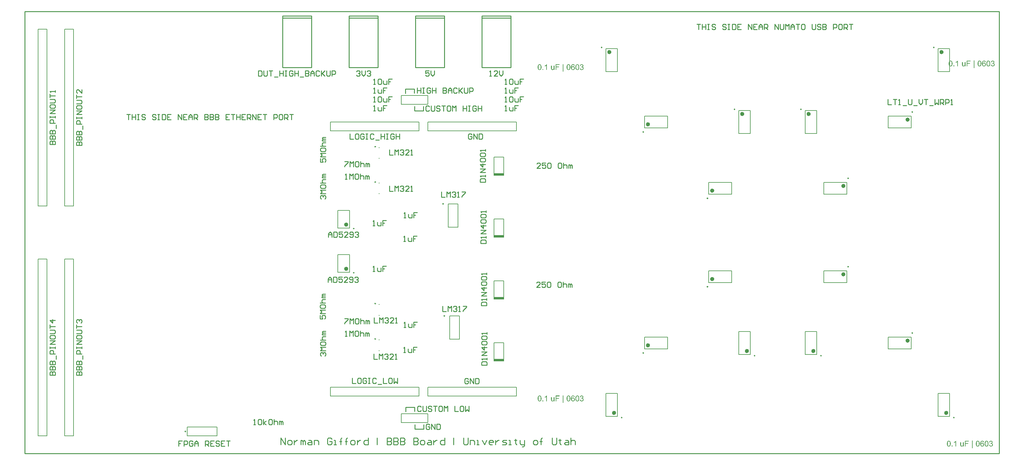
<source format=gto>
G04 Layer_Color=65535*
%FSLAX25Y25*%
%MOIN*%
G70*
G01*
G75*
%ADD21C,0.01000*%
%ADD32C,0.00984*%
%ADD33C,0.02362*%
%ADD34C,0.00787*%
%ADD35R,0.11024X0.03150*%
G36*
X1083045Y444432D02*
X1083104D01*
X1083182Y444422D01*
X1083358Y444393D01*
X1083553Y444334D01*
X1083758Y444256D01*
X1083963Y444159D01*
X1084060Y444090D01*
X1084158Y444012D01*
X1084168D01*
X1084177Y443993D01*
X1084236Y443934D01*
X1084314Y443836D01*
X1084412Y443710D01*
X1084519Y443544D01*
X1084607Y443349D01*
X1084695Y443114D01*
X1084743Y442851D01*
X1083963Y442792D01*
Y442802D01*
Y442812D01*
X1083943Y442870D01*
X1083914Y442948D01*
X1083885Y443046D01*
X1083787Y443270D01*
X1083729Y443368D01*
X1083660Y443456D01*
X1083650Y443475D01*
X1083602Y443514D01*
X1083533Y443563D01*
X1083445Y443632D01*
X1083328Y443690D01*
X1083192Y443749D01*
X1083035Y443788D01*
X1082870Y443797D01*
X1082801D01*
X1082733Y443788D01*
X1082645Y443768D01*
X1082538Y443749D01*
X1082421Y443710D01*
X1082313Y443651D01*
X1082196Y443583D01*
X1082177Y443573D01*
X1082138Y443534D01*
X1082069Y443466D01*
X1081991Y443378D01*
X1081894Y443270D01*
X1081796Y443134D01*
X1081698Y442968D01*
X1081611Y442782D01*
Y442773D01*
X1081601Y442763D01*
X1081591Y442724D01*
X1081581Y442685D01*
X1081562Y442636D01*
X1081542Y442568D01*
X1081523Y442490D01*
X1081503Y442402D01*
X1081484Y442304D01*
X1081464Y442197D01*
X1081445Y442070D01*
X1081425Y441943D01*
X1081415Y441797D01*
X1081406Y441641D01*
X1081396Y441475D01*
Y441309D01*
X1081406Y441318D01*
X1081445Y441367D01*
X1081503Y441445D01*
X1081591Y441543D01*
X1081689Y441650D01*
X1081806Y441758D01*
X1081942Y441855D01*
X1082089Y441943D01*
X1082108Y441953D01*
X1082157Y441972D01*
X1082245Y442011D01*
X1082352Y442050D01*
X1082479Y442089D01*
X1082626Y442129D01*
X1082782Y442148D01*
X1082948Y442158D01*
X1083026D01*
X1083084Y442148D01*
X1083153Y442138D01*
X1083231Y442129D01*
X1083416Y442089D01*
X1083621Y442011D01*
X1083738Y441972D01*
X1083846Y441914D01*
X1083963Y441845D01*
X1084080Y441767D01*
X1084187Y441679D01*
X1084295Y441572D01*
X1084304Y441562D01*
X1084314Y441543D01*
X1084343Y441514D01*
X1084382Y441465D01*
X1084421Y441406D01*
X1084470Y441338D01*
X1084519Y441260D01*
X1084578Y441172D01*
X1084626Y441065D01*
X1084675Y440957D01*
X1084724Y440830D01*
X1084763Y440703D01*
X1084802Y440557D01*
X1084831Y440411D01*
X1084841Y440245D01*
X1084851Y440079D01*
Y440069D01*
Y440050D01*
Y440020D01*
Y439981D01*
X1084841Y439923D01*
Y439864D01*
X1084822Y439708D01*
X1084783Y439542D01*
X1084743Y439347D01*
X1084675Y439152D01*
X1084587Y438956D01*
Y438947D01*
X1084578Y438937D01*
X1084558Y438908D01*
X1084539Y438869D01*
X1084480Y438781D01*
X1084402Y438664D01*
X1084295Y438537D01*
X1084168Y438410D01*
X1084031Y438283D01*
X1083865Y438166D01*
X1083846Y438156D01*
X1083787Y438127D01*
X1083689Y438078D01*
X1083572Y438029D01*
X1083416Y437981D01*
X1083241Y437932D01*
X1083045Y437902D01*
X1082840Y437893D01*
X1082801D01*
X1082743Y437902D01*
X1082674D01*
X1082596Y437912D01*
X1082499Y437932D01*
X1082391Y437951D01*
X1082274Y437981D01*
X1082147Y438020D01*
X1082011Y438068D01*
X1081884Y438127D01*
X1081747Y438195D01*
X1081611Y438283D01*
X1081474Y438381D01*
X1081347Y438488D01*
X1081230Y438615D01*
X1081220Y438625D01*
X1081201Y438654D01*
X1081171Y438693D01*
X1081132Y438752D01*
X1081083Y438830D01*
X1081035Y438927D01*
X1080976Y439044D01*
X1080927Y439181D01*
X1080869Y439337D01*
X1080810Y439513D01*
X1080761Y439708D01*
X1080713Y439923D01*
X1080674Y440157D01*
X1080644Y440420D01*
X1080625Y440694D01*
X1080615Y440996D01*
Y441006D01*
Y441016D01*
Y441045D01*
Y441074D01*
Y441172D01*
X1080625Y441299D01*
X1080635Y441455D01*
X1080654Y441631D01*
X1080674Y441826D01*
X1080703Y442031D01*
X1080732Y442255D01*
X1080781Y442480D01*
X1080840Y442704D01*
X1080908Y442919D01*
X1080986Y443144D01*
X1081074Y443339D01*
X1081181Y443534D01*
X1081298Y443700D01*
X1081308Y443710D01*
X1081328Y443729D01*
X1081357Y443768D01*
X1081406Y443817D01*
X1081474Y443876D01*
X1081542Y443934D01*
X1081630Y444002D01*
X1081728Y444071D01*
X1081835Y444139D01*
X1081962Y444207D01*
X1082089Y444266D01*
X1082235Y444324D01*
X1082391Y444373D01*
X1082557Y444412D01*
X1082733Y444432D01*
X1082918Y444442D01*
X1082987D01*
X1083045Y444432D01*
D02*
G37*
G36*
X1092805D02*
X1092932Y444412D01*
X1093079Y444383D01*
X1093244Y444344D01*
X1093410Y444285D01*
X1093576Y444207D01*
X1093586D01*
X1093596Y444198D01*
X1093654Y444168D01*
X1093732Y444120D01*
X1093830Y444051D01*
X1093937Y443963D01*
X1094055Y443856D01*
X1094162Y443729D01*
X1094259Y443593D01*
X1094269Y443573D01*
X1094299Y443524D01*
X1094338Y443446D01*
X1094377Y443349D01*
X1094416Y443222D01*
X1094455Y443085D01*
X1094484Y442939D01*
X1094494Y442773D01*
Y442753D01*
Y442704D01*
X1094484Y442626D01*
X1094464Y442529D01*
X1094435Y442412D01*
X1094396Y442285D01*
X1094347Y442148D01*
X1094269Y442021D01*
X1094259Y442002D01*
X1094230Y441963D01*
X1094172Y441904D01*
X1094103Y441826D01*
X1094006Y441738D01*
X1093898Y441650D01*
X1093762Y441553D01*
X1093606Y441475D01*
X1093615D01*
X1093635Y441465D01*
X1093664D01*
X1093703Y441445D01*
X1093801Y441416D01*
X1093928Y441357D01*
X1094064Y441289D01*
X1094211Y441191D01*
X1094357Y441074D01*
X1094484Y440928D01*
X1094494Y440908D01*
X1094533Y440850D01*
X1094582Y440762D01*
X1094650Y440645D01*
X1094709Y440499D01*
X1094757Y440323D01*
X1094796Y440118D01*
X1094806Y439893D01*
Y439884D01*
Y439854D01*
Y439815D01*
X1094796Y439757D01*
X1094787Y439679D01*
X1094777Y439601D01*
X1094757Y439503D01*
X1094728Y439405D01*
X1094660Y439181D01*
X1094611Y439054D01*
X1094543Y438937D01*
X1094474Y438820D01*
X1094396Y438703D01*
X1094299Y438586D01*
X1094191Y438469D01*
X1094181Y438459D01*
X1094162Y438439D01*
X1094133Y438420D01*
X1094084Y438381D01*
X1094025Y438332D01*
X1093947Y438283D01*
X1093859Y438234D01*
X1093771Y438185D01*
X1093664Y438127D01*
X1093547Y438078D01*
X1093420Y438029D01*
X1093283Y437981D01*
X1093137Y437941D01*
X1092981Y437922D01*
X1092815Y437902D01*
X1092649Y437893D01*
X1092571D01*
X1092513Y437902D01*
X1092434Y437912D01*
X1092356Y437922D01*
X1092259Y437932D01*
X1092161Y437951D01*
X1091937Y438010D01*
X1091702Y438107D01*
X1091585Y438156D01*
X1091478Y438225D01*
X1091361Y438303D01*
X1091253Y438390D01*
X1091244Y438400D01*
X1091234Y438410D01*
X1091205Y438439D01*
X1091166Y438478D01*
X1091127Y438537D01*
X1091078Y438595D01*
X1091019Y438664D01*
X1090970Y438742D01*
X1090853Y438937D01*
X1090756Y439161D01*
X1090668Y439415D01*
X1090639Y439552D01*
X1090619Y439698D01*
X1091410Y439806D01*
Y439796D01*
X1091419Y439776D01*
Y439737D01*
X1091439Y439698D01*
X1091468Y439581D01*
X1091517Y439435D01*
X1091576Y439279D01*
X1091654Y439113D01*
X1091751Y438966D01*
X1091859Y438839D01*
X1091878Y438830D01*
X1091917Y438791D01*
X1091985Y438752D01*
X1092083Y438693D01*
X1092190Y438644D01*
X1092327Y438595D01*
X1092483Y438556D01*
X1092649Y438547D01*
X1092708D01*
X1092747Y438556D01*
X1092844Y438566D01*
X1092971Y438595D01*
X1093127Y438644D01*
X1093283Y438703D01*
X1093440Y438800D01*
X1093586Y438927D01*
X1093606Y438947D01*
X1093645Y438996D01*
X1093703Y439074D01*
X1093781Y439191D01*
X1093850Y439327D01*
X1093908Y439493D01*
X1093947Y439679D01*
X1093967Y439884D01*
Y439893D01*
Y439903D01*
Y439932D01*
X1093957Y439971D01*
X1093947Y440069D01*
X1093918Y440196D01*
X1093879Y440333D01*
X1093811Y440489D01*
X1093723Y440635D01*
X1093606Y440772D01*
X1093586Y440791D01*
X1093547Y440830D01*
X1093469Y440879D01*
X1093362Y440947D01*
X1093235Y441016D01*
X1093079Y441065D01*
X1092913Y441104D01*
X1092717Y441123D01*
X1092630D01*
X1092561Y441113D01*
X1092483Y441104D01*
X1092386Y441094D01*
X1092278Y441074D01*
X1092161Y441045D01*
X1092249Y441738D01*
X1092298D01*
X1092337Y441728D01*
X1092464D01*
X1092552Y441738D01*
X1092678Y441758D01*
X1092815Y441787D01*
X1092961Y441836D01*
X1093118Y441894D01*
X1093274Y441982D01*
X1093293Y441992D01*
X1093342Y442031D01*
X1093401Y442099D01*
X1093479Y442187D01*
X1093557Y442294D01*
X1093615Y442431D01*
X1093664Y442597D01*
X1093684Y442792D01*
Y442802D01*
Y442812D01*
Y442861D01*
X1093664Y442939D01*
X1093645Y443046D01*
X1093615Y443153D01*
X1093557Y443270D01*
X1093489Y443397D01*
X1093391Y443505D01*
X1093381Y443514D01*
X1093342Y443553D01*
X1093274Y443602D01*
X1093186Y443651D01*
X1093079Y443710D01*
X1092952Y443749D01*
X1092805Y443788D01*
X1092639Y443797D01*
X1092561D01*
X1092473Y443778D01*
X1092376Y443758D01*
X1092249Y443729D01*
X1092122Y443671D01*
X1091995Y443602D01*
X1091868Y443505D01*
X1091859Y443495D01*
X1091819Y443456D01*
X1091771Y443388D01*
X1091712Y443290D01*
X1091644Y443173D01*
X1091585Y443026D01*
X1091527Y442851D01*
X1091488Y442646D01*
X1090697Y442782D01*
Y442792D01*
X1090707Y442821D01*
X1090717Y442861D01*
X1090726Y442909D01*
X1090746Y442978D01*
X1090765Y443056D01*
X1090834Y443231D01*
X1090912Y443427D01*
X1091029Y443632D01*
X1091166Y443827D01*
X1091341Y444002D01*
X1091351Y444012D01*
X1091361Y444022D01*
X1091390Y444041D01*
X1091439Y444071D01*
X1091488Y444100D01*
X1091546Y444139D01*
X1091693Y444227D01*
X1091878Y444305D01*
X1092103Y444373D01*
X1092347Y444422D01*
X1092483Y444442D01*
X1092708D01*
X1092805Y444432D01*
D02*
G37*
G36*
X619045Y440329D02*
X619104D01*
X619182Y440320D01*
X619358Y440290D01*
X619553Y440232D01*
X619758Y440154D01*
X619963Y440056D01*
X620060Y439988D01*
X620158Y439910D01*
X620168D01*
X620177Y439890D01*
X620236Y439832D01*
X620314Y439734D01*
X620412Y439607D01*
X620519Y439441D01*
X620607Y439246D01*
X620695Y439012D01*
X620744Y438748D01*
X619963Y438690D01*
Y438699D01*
Y438709D01*
X619943Y438768D01*
X619914Y438846D01*
X619885Y438943D01*
X619787Y439168D01*
X619729Y439266D01*
X619660Y439353D01*
X619650Y439373D01*
X619602Y439412D01*
X619533Y439461D01*
X619445Y439529D01*
X619328Y439588D01*
X619192Y439646D01*
X619035Y439685D01*
X618870Y439695D01*
X618801D01*
X618733Y439685D01*
X618645Y439666D01*
X618538Y439646D01*
X618421Y439607D01*
X618313Y439549D01*
X618196Y439480D01*
X618177Y439471D01*
X618138Y439431D01*
X618069Y439363D01*
X617991Y439275D01*
X617894Y439168D01*
X617796Y439031D01*
X617698Y438865D01*
X617611Y438680D01*
Y438670D01*
X617601Y438660D01*
X617591Y438621D01*
X617581Y438582D01*
X617562Y438534D01*
X617542Y438465D01*
X617523Y438387D01*
X617503Y438299D01*
X617484Y438202D01*
X617464Y438094D01*
X617445Y437967D01*
X617425Y437841D01*
X617415Y437694D01*
X617406Y437538D01*
X617396Y437372D01*
Y437206D01*
X617406Y437216D01*
X617445Y437265D01*
X617503Y437343D01*
X617591Y437440D01*
X617689Y437548D01*
X617806Y437655D01*
X617942Y437753D01*
X618089Y437841D01*
X618108Y437850D01*
X618157Y437870D01*
X618245Y437909D01*
X618352Y437948D01*
X618479Y437987D01*
X618626Y438026D01*
X618782Y438046D01*
X618948Y438055D01*
X619026D01*
X619084Y438046D01*
X619153Y438036D01*
X619231Y438026D01*
X619416Y437987D01*
X619621Y437909D01*
X619738Y437870D01*
X619846Y437811D01*
X619963Y437743D01*
X620080Y437665D01*
X620187Y437577D01*
X620295Y437470D01*
X620304Y437460D01*
X620314Y437440D01*
X620343Y437411D01*
X620382Y437362D01*
X620421Y437304D01*
X620470Y437235D01*
X620519Y437157D01*
X620578Y437070D01*
X620626Y436962D01*
X620675Y436855D01*
X620724Y436728D01*
X620763Y436601D01*
X620802Y436455D01*
X620831Y436308D01*
X620841Y436142D01*
X620851Y435977D01*
Y435967D01*
Y435947D01*
Y435918D01*
Y435879D01*
X620841Y435820D01*
Y435762D01*
X620822Y435606D01*
X620783Y435440D01*
X620744Y435245D01*
X620675Y435049D01*
X620587Y434854D01*
Y434844D01*
X620578Y434835D01*
X620558Y434805D01*
X620539Y434766D01*
X620480Y434678D01*
X620402Y434561D01*
X620295Y434434D01*
X620168Y434307D01*
X620031Y434181D01*
X619865Y434063D01*
X619846Y434054D01*
X619787Y434024D01*
X619689Y433976D01*
X619572Y433927D01*
X619416Y433878D01*
X619241Y433829D01*
X619045Y433800D01*
X618840Y433790D01*
X618801D01*
X618743Y433800D01*
X618674D01*
X618596Y433810D01*
X618499Y433829D01*
X618391Y433849D01*
X618274Y433878D01*
X618147Y433917D01*
X618011Y433966D01*
X617884Y434024D01*
X617747Y434093D01*
X617611Y434181D01*
X617474Y434278D01*
X617347Y434386D01*
X617230Y434513D01*
X617220Y434522D01*
X617201Y434551D01*
X617171Y434591D01*
X617132Y434649D01*
X617084Y434727D01*
X617035Y434825D01*
X616976Y434942D01*
X616927Y435079D01*
X616869Y435235D01*
X616810Y435410D01*
X616761Y435606D01*
X616713Y435820D01*
X616674Y436055D01*
X616644Y436318D01*
X616625Y436591D01*
X616615Y436894D01*
Y436904D01*
Y436913D01*
Y436943D01*
Y436972D01*
Y437070D01*
X616625Y437196D01*
X616635Y437353D01*
X616654Y437528D01*
X616674Y437723D01*
X616703Y437928D01*
X616732Y438153D01*
X616781Y438377D01*
X616840Y438602D01*
X616908Y438817D01*
X616986Y439041D01*
X617074Y439236D01*
X617181Y439431D01*
X617298Y439597D01*
X617308Y439607D01*
X617327Y439627D01*
X617357Y439666D01*
X617406Y439715D01*
X617474Y439773D01*
X617542Y439832D01*
X617630Y439900D01*
X617728Y439968D01*
X617835Y440037D01*
X617962Y440105D01*
X618089Y440164D01*
X618235Y440222D01*
X618391Y440271D01*
X618557Y440310D01*
X618733Y440329D01*
X618918Y440339D01*
X618987D01*
X619045Y440329D01*
D02*
G37*
G36*
X1061895Y438000D02*
X1061193D01*
Y438673D01*
X1061183Y438664D01*
X1061163Y438644D01*
X1061134Y438605D01*
X1061095Y438556D01*
X1061036Y438488D01*
X1060968Y438429D01*
X1060890Y438351D01*
X1060802Y438283D01*
X1060705Y438215D01*
X1060597Y438137D01*
X1060470Y438078D01*
X1060343Y438020D01*
X1060197Y437961D01*
X1060051Y437922D01*
X1059885Y437902D01*
X1059719Y437893D01*
X1059651D01*
X1059573Y437902D01*
X1059465Y437912D01*
X1059348Y437932D01*
X1059221Y437961D01*
X1059085Y438000D01*
X1058948Y438049D01*
X1058928Y438059D01*
X1058889Y438078D01*
X1058831Y438107D01*
X1058753Y438156D01*
X1058665Y438215D01*
X1058577Y438283D01*
X1058499Y438351D01*
X1058421Y438439D01*
X1058411Y438449D01*
X1058391Y438478D01*
X1058362Y438537D01*
X1058333Y438605D01*
X1058284Y438693D01*
X1058245Y438791D01*
X1058206Y438898D01*
X1058177Y439025D01*
Y439035D01*
X1058167Y439074D01*
Y439122D01*
X1058157Y439200D01*
X1058148Y439308D01*
Y439435D01*
X1058138Y439581D01*
Y439757D01*
Y442646D01*
X1058928D01*
Y440059D01*
Y440050D01*
Y440030D01*
Y440001D01*
Y439962D01*
Y439854D01*
X1058938Y439727D01*
Y439591D01*
X1058948Y439454D01*
X1058958Y439327D01*
X1058967Y439230D01*
Y439220D01*
X1058987Y439181D01*
X1059006Y439122D01*
X1059036Y439054D01*
X1059075Y438976D01*
X1059133Y438888D01*
X1059202Y438810D01*
X1059280Y438742D01*
X1059289Y438732D01*
X1059328Y438713D01*
X1059377Y438683D01*
X1059446Y438654D01*
X1059533Y438625D01*
X1059631Y438595D01*
X1059748Y438576D01*
X1059875Y438566D01*
X1059934D01*
X1060002Y438576D01*
X1060090Y438586D01*
X1060187Y438605D01*
X1060295Y438644D01*
X1060412Y438683D01*
X1060529Y438742D01*
X1060539Y438752D01*
X1060578Y438781D01*
X1060636Y438820D01*
X1060705Y438878D01*
X1060773Y438947D01*
X1060851Y439035D01*
X1060910Y439132D01*
X1060968Y439240D01*
X1060978Y439259D01*
X1060988Y439298D01*
X1061007Y439366D01*
X1061036Y439474D01*
X1061066Y439601D01*
X1061085Y439757D01*
X1061095Y439942D01*
X1061105Y440147D01*
Y442646D01*
X1061895D01*
Y438000D01*
D02*
G37*
G36*
X1067595Y443661D02*
X1064121D01*
Y441660D01*
X1067127D01*
Y440908D01*
X1064121D01*
Y438000D01*
X1063272D01*
Y444412D01*
X1067595D01*
Y443661D01*
D02*
G37*
G36*
X1053433Y438000D02*
X1052643D01*
Y443017D01*
X1052633Y443007D01*
X1052594Y442968D01*
X1052526Y442919D01*
X1052438Y442851D01*
X1052331Y442763D01*
X1052204Y442675D01*
X1052057Y442568D01*
X1051891Y442470D01*
X1051882D01*
X1051872Y442460D01*
X1051813Y442421D01*
X1051725Y442373D01*
X1051618Y442314D01*
X1051491Y442246D01*
X1051355Y442187D01*
X1051208Y442119D01*
X1051071Y442060D01*
Y442831D01*
X1051081D01*
X1051101Y442841D01*
X1051140Y442861D01*
X1051179Y442890D01*
X1051237Y442919D01*
X1051306Y442948D01*
X1051462Y443036D01*
X1051638Y443144D01*
X1051833Y443270D01*
X1052028Y443417D01*
X1052213Y443573D01*
X1052223Y443583D01*
X1052233Y443593D01*
X1052291Y443651D01*
X1052379Y443739D01*
X1052487Y443846D01*
X1052604Y443983D01*
X1052721Y444129D01*
X1052828Y444285D01*
X1052916Y444442D01*
X1053433D01*
Y438000D01*
D02*
G37*
G36*
X1049315D02*
X1048417D01*
Y438898D01*
X1049315D01*
Y438000D01*
D02*
G37*
G36*
X1087906Y444432D02*
X1088023Y444412D01*
X1088159Y444393D01*
X1088316Y444354D01*
X1088472Y444295D01*
X1088618Y444227D01*
X1088638Y444217D01*
X1088687Y444188D01*
X1088755Y444139D01*
X1088853Y444080D01*
X1088950Y443993D01*
X1089057Y443885D01*
X1089165Y443768D01*
X1089262Y443632D01*
X1089272Y443612D01*
X1089301Y443563D01*
X1089350Y443475D01*
X1089409Y443368D01*
X1089467Y443231D01*
X1089536Y443065D01*
X1089604Y442880D01*
X1089663Y442675D01*
Y442665D01*
X1089672Y442646D01*
Y442617D01*
X1089682Y442568D01*
X1089702Y442519D01*
X1089711Y442451D01*
X1089721Y442363D01*
X1089741Y442275D01*
X1089750Y442168D01*
X1089760Y442060D01*
X1089780Y441933D01*
X1089789Y441797D01*
X1089799Y441650D01*
Y441504D01*
X1089809Y441162D01*
Y441152D01*
Y441113D01*
Y441055D01*
Y440977D01*
X1089799Y440879D01*
Y440772D01*
X1089789Y440645D01*
X1089780Y440508D01*
X1089750Y440215D01*
X1089711Y439913D01*
X1089653Y439610D01*
X1089614Y439474D01*
X1089575Y439337D01*
Y439327D01*
X1089565Y439308D01*
X1089555Y439269D01*
X1089536Y439220D01*
X1089506Y439161D01*
X1089477Y439103D01*
X1089399Y438947D01*
X1089301Y438771D01*
X1089184Y438595D01*
X1089048Y438420D01*
X1088882Y438264D01*
X1088872D01*
X1088862Y438244D01*
X1088833Y438234D01*
X1088804Y438205D01*
X1088696Y438146D01*
X1088569Y438078D01*
X1088394Y438010D01*
X1088199Y437951D01*
X1087974Y437912D01*
X1087720Y437893D01*
X1087632D01*
X1087564Y437902D01*
X1087486Y437912D01*
X1087398Y437932D01*
X1087301Y437951D01*
X1087193Y437971D01*
X1086959Y438049D01*
X1086832Y438107D01*
X1086715Y438166D01*
X1086588Y438244D01*
X1086471Y438332D01*
X1086364Y438429D01*
X1086256Y438547D01*
X1086247Y438556D01*
X1086227Y438586D01*
X1086198Y438634D01*
X1086159Y438703D01*
X1086110Y438791D01*
X1086061Y438898D01*
X1086003Y439025D01*
X1085944Y439181D01*
X1085885Y439347D01*
X1085827Y439542D01*
X1085778Y439757D01*
X1085729Y439991D01*
X1085690Y440255D01*
X1085661Y440528D01*
X1085641Y440840D01*
X1085632Y441162D01*
Y441172D01*
Y441211D01*
Y441270D01*
Y441348D01*
X1085641Y441445D01*
Y441553D01*
X1085651Y441679D01*
X1085661Y441816D01*
X1085690Y442109D01*
X1085729Y442412D01*
X1085778Y442714D01*
X1085817Y442851D01*
X1085856Y442987D01*
Y442997D01*
X1085866Y443017D01*
X1085885Y443056D01*
X1085905Y443105D01*
X1085925Y443163D01*
X1085954Y443231D01*
X1086032Y443388D01*
X1086129Y443563D01*
X1086247Y443739D01*
X1086383Y443905D01*
X1086549Y444061D01*
X1086559D01*
X1086569Y444080D01*
X1086598Y444100D01*
X1086637Y444120D01*
X1086735Y444178D01*
X1086871Y444256D01*
X1087037Y444324D01*
X1087242Y444383D01*
X1087467Y444422D01*
X1087720Y444442D01*
X1087808D01*
X1087906Y444432D01*
D02*
G37*
G36*
X1077951D02*
X1078068Y444412D01*
X1078204Y444393D01*
X1078360Y444354D01*
X1078517Y444295D01*
X1078663Y444227D01*
X1078683Y444217D01*
X1078731Y444188D01*
X1078800Y444139D01*
X1078897Y444080D01*
X1078995Y443993D01*
X1079102Y443885D01*
X1079210Y443768D01*
X1079307Y443632D01*
X1079317Y443612D01*
X1079346Y443563D01*
X1079395Y443475D01*
X1079454Y443368D01*
X1079512Y443231D01*
X1079580Y443065D01*
X1079649Y442880D01*
X1079707Y442675D01*
Y442665D01*
X1079717Y442646D01*
Y442617D01*
X1079727Y442568D01*
X1079746Y442519D01*
X1079756Y442451D01*
X1079766Y442363D01*
X1079785Y442275D01*
X1079795Y442168D01*
X1079805Y442060D01*
X1079825Y441933D01*
X1079834Y441797D01*
X1079844Y441650D01*
Y441504D01*
X1079854Y441162D01*
Y441152D01*
Y441113D01*
Y441055D01*
Y440977D01*
X1079844Y440879D01*
Y440772D01*
X1079834Y440645D01*
X1079825Y440508D01*
X1079795Y440215D01*
X1079756Y439913D01*
X1079698Y439610D01*
X1079659Y439474D01*
X1079620Y439337D01*
Y439327D01*
X1079610Y439308D01*
X1079600Y439269D01*
X1079580Y439220D01*
X1079551Y439161D01*
X1079522Y439103D01*
X1079444Y438947D01*
X1079346Y438771D01*
X1079229Y438595D01*
X1079093Y438420D01*
X1078927Y438264D01*
X1078917D01*
X1078907Y438244D01*
X1078878Y438234D01*
X1078848Y438205D01*
X1078741Y438146D01*
X1078614Y438078D01*
X1078439Y438010D01*
X1078243Y437951D01*
X1078019Y437912D01*
X1077765Y437893D01*
X1077677D01*
X1077609Y437902D01*
X1077531Y437912D01*
X1077443Y437932D01*
X1077345Y437951D01*
X1077238Y437971D01*
X1077004Y438049D01*
X1076877Y438107D01*
X1076760Y438166D01*
X1076633Y438244D01*
X1076516Y438332D01*
X1076408Y438429D01*
X1076301Y438547D01*
X1076291Y438556D01*
X1076272Y438586D01*
X1076243Y438634D01*
X1076204Y438703D01*
X1076155Y438791D01*
X1076106Y438898D01*
X1076047Y439025D01*
X1075989Y439181D01*
X1075930Y439347D01*
X1075872Y439542D01*
X1075823Y439757D01*
X1075774Y439991D01*
X1075735Y440255D01*
X1075706Y440528D01*
X1075686Y440840D01*
X1075677Y441162D01*
Y441172D01*
Y441211D01*
Y441270D01*
Y441348D01*
X1075686Y441445D01*
Y441553D01*
X1075696Y441679D01*
X1075706Y441816D01*
X1075735Y442109D01*
X1075774Y442412D01*
X1075823Y442714D01*
X1075862Y442851D01*
X1075901Y442987D01*
Y442997D01*
X1075911Y443017D01*
X1075930Y443056D01*
X1075950Y443105D01*
X1075969Y443163D01*
X1075999Y443231D01*
X1076077Y443388D01*
X1076174Y443563D01*
X1076291Y443739D01*
X1076428Y443905D01*
X1076594Y444061D01*
X1076604D01*
X1076613Y444080D01*
X1076643Y444100D01*
X1076682Y444120D01*
X1076779Y444178D01*
X1076916Y444256D01*
X1077082Y444324D01*
X1077287Y444383D01*
X1077511Y444422D01*
X1077765Y444442D01*
X1077853D01*
X1077951Y444432D01*
D02*
G37*
G36*
X1045274D02*
X1045391Y444412D01*
X1045528Y444393D01*
X1045684Y444354D01*
X1045840Y444295D01*
X1045987Y444227D01*
X1046006Y444217D01*
X1046055Y444188D01*
X1046123Y444139D01*
X1046221Y444080D01*
X1046318Y443993D01*
X1046426Y443885D01*
X1046533Y443768D01*
X1046631Y443632D01*
X1046640Y443612D01*
X1046670Y443563D01*
X1046719Y443475D01*
X1046777Y443368D01*
X1046836Y443231D01*
X1046904Y443065D01*
X1046972Y442880D01*
X1047031Y442675D01*
Y442665D01*
X1047041Y442646D01*
Y442617D01*
X1047050Y442568D01*
X1047070Y442519D01*
X1047080Y442451D01*
X1047089Y442363D01*
X1047109Y442275D01*
X1047119Y442168D01*
X1047128Y442060D01*
X1047148Y441933D01*
X1047158Y441797D01*
X1047167Y441650D01*
Y441504D01*
X1047177Y441162D01*
Y441152D01*
Y441113D01*
Y441055D01*
Y440977D01*
X1047167Y440879D01*
Y440772D01*
X1047158Y440645D01*
X1047148Y440508D01*
X1047119Y440215D01*
X1047080Y439913D01*
X1047021Y439610D01*
X1046982Y439474D01*
X1046943Y439337D01*
Y439327D01*
X1046933Y439308D01*
X1046924Y439269D01*
X1046904Y439220D01*
X1046875Y439161D01*
X1046845Y439103D01*
X1046767Y438947D01*
X1046670Y438771D01*
X1046553Y438595D01*
X1046416Y438420D01*
X1046250Y438264D01*
X1046240D01*
X1046231Y438244D01*
X1046201Y438234D01*
X1046172Y438205D01*
X1046065Y438146D01*
X1045938Y438078D01*
X1045762Y438010D01*
X1045567Y437951D01*
X1045342Y437912D01*
X1045089Y437893D01*
X1045001D01*
X1044932Y437902D01*
X1044854Y437912D01*
X1044767Y437932D01*
X1044669Y437951D01*
X1044562Y437971D01*
X1044327Y438049D01*
X1044201Y438107D01*
X1044083Y438166D01*
X1043956Y438244D01*
X1043839Y438332D01*
X1043732Y438429D01*
X1043625Y438547D01*
X1043615Y438556D01*
X1043595Y438586D01*
X1043566Y438634D01*
X1043527Y438703D01*
X1043478Y438791D01*
X1043429Y438898D01*
X1043371Y439025D01*
X1043312Y439181D01*
X1043254Y439347D01*
X1043195Y439542D01*
X1043146Y439757D01*
X1043098Y439991D01*
X1043059Y440255D01*
X1043029Y440528D01*
X1043010Y440840D01*
X1043000Y441162D01*
Y441172D01*
Y441211D01*
Y441270D01*
Y441348D01*
X1043010Y441445D01*
Y441553D01*
X1043019Y441679D01*
X1043029Y441816D01*
X1043059Y442109D01*
X1043098Y442412D01*
X1043146Y442714D01*
X1043185Y442851D01*
X1043225Y442987D01*
Y442997D01*
X1043234Y443017D01*
X1043254Y443056D01*
X1043273Y443105D01*
X1043293Y443163D01*
X1043322Y443231D01*
X1043400Y443388D01*
X1043498Y443563D01*
X1043615Y443739D01*
X1043752Y443905D01*
X1043917Y444061D01*
X1043927D01*
X1043937Y444080D01*
X1043966Y444100D01*
X1044005Y444120D01*
X1044103Y444178D01*
X1044240Y444256D01*
X1044405Y444324D01*
X1044610Y444383D01*
X1044835Y444422D01*
X1045089Y444442D01*
X1045177D01*
X1045274Y444432D01*
D02*
G37*
G36*
X628805Y440329D02*
X628932Y440310D01*
X629079Y440281D01*
X629245Y440242D01*
X629410Y440183D01*
X629576Y440105D01*
X629586D01*
X629596Y440095D01*
X629654Y440066D01*
X629733Y440017D01*
X629830Y439949D01*
X629937Y439861D01*
X630055Y439754D01*
X630162Y439627D01*
X630260Y439490D01*
X630269Y439471D01*
X630299Y439422D01*
X630338Y439344D01*
X630377Y439246D01*
X630416Y439119D01*
X630455Y438983D01*
X630484Y438836D01*
X630494Y438670D01*
Y438651D01*
Y438602D01*
X630484Y438524D01*
X630465Y438426D01*
X630435Y438309D01*
X630396Y438182D01*
X630347Y438046D01*
X630269Y437919D01*
X630260Y437899D01*
X630230Y437860D01*
X630172Y437802D01*
X630103Y437723D01*
X630006Y437636D01*
X629898Y437548D01*
X629762Y437450D01*
X629606Y437372D01*
X629615D01*
X629635Y437362D01*
X629664D01*
X629703Y437343D01*
X629801Y437314D01*
X629928Y437255D01*
X630064Y437187D01*
X630211Y437089D01*
X630357Y436972D01*
X630484Y436826D01*
X630494Y436806D01*
X630533Y436748D01*
X630582Y436660D01*
X630650Y436543D01*
X630709Y436396D01*
X630757Y436221D01*
X630796Y436016D01*
X630806Y435791D01*
Y435781D01*
Y435752D01*
Y435713D01*
X630796Y435654D01*
X630787Y435576D01*
X630777Y435498D01*
X630757Y435401D01*
X630728Y435303D01*
X630660Y435079D01*
X630611Y434952D01*
X630543Y434835D01*
X630474Y434717D01*
X630396Y434600D01*
X630299Y434483D01*
X630191Y434366D01*
X630181Y434356D01*
X630162Y434337D01*
X630133Y434317D01*
X630084Y434278D01*
X630025Y434229D01*
X629947Y434181D01*
X629859Y434132D01*
X629772Y434083D01*
X629664Y434024D01*
X629547Y433976D01*
X629420Y433927D01*
X629284Y433878D01*
X629137Y433839D01*
X628981Y433819D01*
X628815Y433800D01*
X628649Y433790D01*
X628571D01*
X628512Y433800D01*
X628434Y433810D01*
X628356Y433819D01*
X628259Y433829D01*
X628161Y433849D01*
X627937Y433907D01*
X627702Y434005D01*
X627585Y434054D01*
X627478Y434122D01*
X627361Y434200D01*
X627253Y434288D01*
X627244Y434298D01*
X627234Y434307D01*
X627205Y434337D01*
X627166Y434376D01*
X627127Y434434D01*
X627078Y434493D01*
X627019Y434561D01*
X626970Y434639D01*
X626853Y434835D01*
X626756Y435059D01*
X626668Y435313D01*
X626639Y435449D01*
X626619Y435596D01*
X627410Y435703D01*
Y435693D01*
X627419Y435674D01*
Y435635D01*
X627439Y435596D01*
X627468Y435479D01*
X627517Y435332D01*
X627575Y435176D01*
X627654Y435010D01*
X627751Y434864D01*
X627859Y434737D01*
X627878Y434727D01*
X627917Y434688D01*
X627985Y434649D01*
X628083Y434591D01*
X628190Y434542D01*
X628327Y434493D01*
X628483Y434454D01*
X628649Y434444D01*
X628708D01*
X628747Y434454D01*
X628844Y434464D01*
X628971Y434493D01*
X629127Y434542D01*
X629284Y434600D01*
X629440Y434698D01*
X629586Y434825D01*
X629606Y434844D01*
X629645Y434893D01*
X629703Y434971D01*
X629781Y435088D01*
X629850Y435225D01*
X629908Y435391D01*
X629947Y435576D01*
X629967Y435781D01*
Y435791D01*
Y435801D01*
Y435830D01*
X629957Y435869D01*
X629947Y435967D01*
X629918Y436094D01*
X629879Y436230D01*
X629811Y436386D01*
X629723Y436533D01*
X629606Y436669D01*
X629586Y436689D01*
X629547Y436728D01*
X629469Y436777D01*
X629362Y436845D01*
X629235Y436913D01*
X629079Y436962D01*
X628913Y437001D01*
X628717Y437021D01*
X628630D01*
X628561Y437011D01*
X628483Y437001D01*
X628386Y436992D01*
X628278Y436972D01*
X628161Y436943D01*
X628249Y437636D01*
X628298D01*
X628337Y437626D01*
X628464D01*
X628551Y437636D01*
X628678Y437655D01*
X628815Y437684D01*
X628961Y437733D01*
X629118Y437792D01*
X629274Y437880D01*
X629293Y437889D01*
X629342Y437928D01*
X629401Y437997D01*
X629479Y438085D01*
X629557Y438192D01*
X629615Y438329D01*
X629664Y438495D01*
X629684Y438690D01*
Y438699D01*
Y438709D01*
Y438758D01*
X629664Y438836D01*
X629645Y438943D01*
X629615Y439051D01*
X629557Y439168D01*
X629489Y439295D01*
X629391Y439402D01*
X629381Y439412D01*
X629342Y439451D01*
X629274Y439500D01*
X629186Y439549D01*
X629079Y439607D01*
X628952Y439646D01*
X628805Y439685D01*
X628639Y439695D01*
X628561D01*
X628473Y439676D01*
X628376Y439656D01*
X628249Y439627D01*
X628122Y439568D01*
X627995Y439500D01*
X627868Y439402D01*
X627859Y439393D01*
X627819Y439353D01*
X627771Y439285D01*
X627712Y439187D01*
X627644Y439070D01*
X627585Y438924D01*
X627527Y438748D01*
X627488Y438543D01*
X626697Y438680D01*
Y438690D01*
X626707Y438719D01*
X626717Y438758D01*
X626726Y438807D01*
X626746Y438875D01*
X626765Y438953D01*
X626834Y439129D01*
X626912Y439324D01*
X627029Y439529D01*
X627166Y439724D01*
X627341Y439900D01*
X627351Y439910D01*
X627361Y439920D01*
X627390Y439939D01*
X627439Y439968D01*
X627488Y439998D01*
X627546Y440037D01*
X627693Y440125D01*
X627878Y440203D01*
X628103Y440271D01*
X628347Y440320D01*
X628483Y440339D01*
X628708D01*
X628805Y440329D01*
D02*
G37*
G36*
X1071997Y436116D02*
X1071314D01*
Y444520D01*
X1071997D01*
Y436116D01*
D02*
G37*
G36*
X597895Y433898D02*
X597193D01*
Y434571D01*
X597183Y434561D01*
X597163Y434542D01*
X597134Y434503D01*
X597095Y434454D01*
X597037Y434386D01*
X596968Y434327D01*
X596890Y434249D01*
X596802Y434181D01*
X596705Y434112D01*
X596597Y434034D01*
X596470Y433976D01*
X596344Y433917D01*
X596197Y433859D01*
X596051Y433819D01*
X595885Y433800D01*
X595719Y433790D01*
X595651D01*
X595573Y433800D01*
X595465Y433810D01*
X595348Y433829D01*
X595221Y433859D01*
X595084Y433898D01*
X594948Y433946D01*
X594928Y433956D01*
X594889Y433976D01*
X594831Y434005D01*
X594753Y434054D01*
X594665Y434112D01*
X594577Y434181D01*
X594499Y434249D01*
X594421Y434337D01*
X594411Y434347D01*
X594391Y434376D01*
X594362Y434434D01*
X594333Y434503D01*
X594284Y434591D01*
X594245Y434688D01*
X594206Y434796D01*
X594177Y434922D01*
Y434932D01*
X594167Y434971D01*
Y435020D01*
X594157Y435098D01*
X594147Y435205D01*
Y435332D01*
X594138Y435479D01*
Y435654D01*
Y438543D01*
X594928D01*
Y435957D01*
Y435947D01*
Y435928D01*
Y435898D01*
Y435859D01*
Y435752D01*
X594938Y435625D01*
Y435489D01*
X594948Y435352D01*
X594958Y435225D01*
X594967Y435127D01*
Y435118D01*
X594987Y435079D01*
X595006Y435020D01*
X595036Y434952D01*
X595075Y434874D01*
X595133Y434786D01*
X595202Y434708D01*
X595280Y434639D01*
X595289Y434630D01*
X595329Y434610D01*
X595377Y434581D01*
X595446Y434551D01*
X595533Y434522D01*
X595631Y434493D01*
X595748Y434473D01*
X595875Y434464D01*
X595934D01*
X596002Y434473D01*
X596090Y434483D01*
X596187Y434503D01*
X596295Y434542D01*
X596412Y434581D01*
X596529Y434639D01*
X596539Y434649D01*
X596578Y434678D01*
X596636Y434717D01*
X596705Y434776D01*
X596773Y434844D01*
X596851Y434932D01*
X596910Y435030D01*
X596968Y435137D01*
X596978Y435157D01*
X596988Y435196D01*
X597007Y435264D01*
X597037Y435371D01*
X597066Y435498D01*
X597085Y435654D01*
X597095Y435840D01*
X597105Y436045D01*
Y438543D01*
X597895D01*
Y433898D01*
D02*
G37*
G36*
X603595Y439558D02*
X600121D01*
Y437558D01*
X603127D01*
Y436806D01*
X600121D01*
Y433898D01*
X599271D01*
Y440310D01*
X603595D01*
Y439558D01*
D02*
G37*
G36*
X589433Y433898D02*
X588643D01*
Y438914D01*
X588633Y438904D01*
X588594Y438865D01*
X588526Y438817D01*
X588438Y438748D01*
X588331Y438660D01*
X588204Y438573D01*
X588057Y438465D01*
X587891Y438368D01*
X587882D01*
X587872Y438358D01*
X587813Y438319D01*
X587725Y438270D01*
X587618Y438211D01*
X587491Y438143D01*
X587355Y438085D01*
X587208Y438016D01*
X587072Y437958D01*
Y438729D01*
X587081D01*
X587101Y438739D01*
X587140Y438758D01*
X587179Y438787D01*
X587237Y438817D01*
X587306Y438846D01*
X587462Y438934D01*
X587638Y439041D01*
X587833Y439168D01*
X588028Y439314D01*
X588213Y439471D01*
X588223Y439480D01*
X588233Y439490D01*
X588292Y439549D01*
X588379Y439637D01*
X588487Y439744D01*
X588604Y439881D01*
X588721Y440027D01*
X588828Y440183D01*
X588916Y440339D01*
X589433D01*
Y433898D01*
D02*
G37*
G36*
X585315D02*
X584417D01*
Y434796D01*
X585315D01*
Y433898D01*
D02*
G37*
G36*
X623906Y440329D02*
X624023Y440310D01*
X624159Y440290D01*
X624316Y440251D01*
X624472Y440193D01*
X624618Y440125D01*
X624638Y440115D01*
X624687Y440085D01*
X624755Y440037D01*
X624853Y439978D01*
X624950Y439890D01*
X625057Y439783D01*
X625165Y439666D01*
X625262Y439529D01*
X625272Y439510D01*
X625301Y439461D01*
X625350Y439373D01*
X625409Y439266D01*
X625467Y439129D01*
X625536Y438963D01*
X625604Y438778D01*
X625663Y438573D01*
Y438563D01*
X625672Y438543D01*
Y438514D01*
X625682Y438465D01*
X625702Y438416D01*
X625711Y438348D01*
X625721Y438260D01*
X625741Y438172D01*
X625750Y438065D01*
X625760Y437958D01*
X625780Y437831D01*
X625789Y437694D01*
X625799Y437548D01*
Y437401D01*
X625809Y437060D01*
Y437050D01*
Y437011D01*
Y436952D01*
Y436874D01*
X625799Y436777D01*
Y436669D01*
X625789Y436543D01*
X625780Y436406D01*
X625750Y436113D01*
X625711Y435811D01*
X625653Y435508D01*
X625614Y435371D01*
X625575Y435235D01*
Y435225D01*
X625565Y435205D01*
X625555Y435166D01*
X625536Y435118D01*
X625506Y435059D01*
X625477Y435001D01*
X625399Y434844D01*
X625301Y434669D01*
X625184Y434493D01*
X625048Y434317D01*
X624882Y434161D01*
X624872D01*
X624862Y434142D01*
X624833Y434132D01*
X624804Y434103D01*
X624696Y434044D01*
X624569Y433976D01*
X624394Y433907D01*
X624199Y433849D01*
X623974Y433810D01*
X623720Y433790D01*
X623632D01*
X623564Y433800D01*
X623486Y433810D01*
X623398Y433829D01*
X623301Y433849D01*
X623193Y433868D01*
X622959Y433946D01*
X622832Y434005D01*
X622715Y434063D01*
X622588Y434142D01*
X622471Y434229D01*
X622364Y434327D01*
X622256Y434444D01*
X622247Y434454D01*
X622227Y434483D01*
X622198Y434532D01*
X622159Y434600D01*
X622110Y434688D01*
X622061Y434796D01*
X622003Y434922D01*
X621944Y435079D01*
X621885Y435245D01*
X621827Y435440D01*
X621778Y435654D01*
X621729Y435889D01*
X621690Y436152D01*
X621661Y436425D01*
X621641Y436738D01*
X621632Y437060D01*
Y437070D01*
Y437109D01*
Y437167D01*
Y437245D01*
X621641Y437343D01*
Y437450D01*
X621651Y437577D01*
X621661Y437714D01*
X621690Y438007D01*
X621729Y438309D01*
X621778Y438612D01*
X621817Y438748D01*
X621856Y438885D01*
Y438895D01*
X621866Y438914D01*
X621885Y438953D01*
X621905Y439002D01*
X621924Y439061D01*
X621954Y439129D01*
X622032Y439285D01*
X622129Y439461D01*
X622247Y439637D01*
X622383Y439802D01*
X622549Y439959D01*
X622559D01*
X622569Y439978D01*
X622598Y439998D01*
X622637Y440017D01*
X622735Y440076D01*
X622871Y440154D01*
X623037Y440222D01*
X623242Y440281D01*
X623467Y440320D01*
X623720Y440339D01*
X623808D01*
X623906Y440329D01*
D02*
G37*
G36*
X613951D02*
X614068Y440310D01*
X614204Y440290D01*
X614361Y440251D01*
X614517Y440193D01*
X614663Y440125D01*
X614683Y440115D01*
X614731Y440085D01*
X614800Y440037D01*
X614897Y439978D01*
X614995Y439890D01*
X615102Y439783D01*
X615210Y439666D01*
X615307Y439529D01*
X615317Y439510D01*
X615346Y439461D01*
X615395Y439373D01*
X615454Y439266D01*
X615512Y439129D01*
X615581Y438963D01*
X615649Y438778D01*
X615707Y438573D01*
Y438563D01*
X615717Y438543D01*
Y438514D01*
X615727Y438465D01*
X615746Y438416D01*
X615756Y438348D01*
X615766Y438260D01*
X615785Y438172D01*
X615795Y438065D01*
X615805Y437958D01*
X615825Y437831D01*
X615834Y437694D01*
X615844Y437548D01*
Y437401D01*
X615854Y437060D01*
Y437050D01*
Y437011D01*
Y436952D01*
Y436874D01*
X615844Y436777D01*
Y436669D01*
X615834Y436543D01*
X615825Y436406D01*
X615795Y436113D01*
X615756Y435811D01*
X615698Y435508D01*
X615659Y435371D01*
X615620Y435235D01*
Y435225D01*
X615610Y435205D01*
X615600Y435166D01*
X615581Y435118D01*
X615551Y435059D01*
X615522Y435001D01*
X615444Y434844D01*
X615346Y434669D01*
X615229Y434493D01*
X615093Y434317D01*
X614927Y434161D01*
X614917D01*
X614907Y434142D01*
X614878Y434132D01*
X614849Y434103D01*
X614741Y434044D01*
X614614Y433976D01*
X614439Y433907D01*
X614243Y433849D01*
X614019Y433810D01*
X613765Y433790D01*
X613677D01*
X613609Y433800D01*
X613531Y433810D01*
X613443Y433829D01*
X613345Y433849D01*
X613238Y433868D01*
X613004Y433946D01*
X612877Y434005D01*
X612760Y434063D01*
X612633Y434142D01*
X612516Y434229D01*
X612408Y434327D01*
X612301Y434444D01*
X612291Y434454D01*
X612272Y434483D01*
X612243Y434532D01*
X612204Y434600D01*
X612155Y434688D01*
X612106Y434796D01*
X612047Y434922D01*
X611989Y435079D01*
X611930Y435245D01*
X611872Y435440D01*
X611823Y435654D01*
X611774Y435889D01*
X611735Y436152D01*
X611706Y436425D01*
X611686Y436738D01*
X611677Y437060D01*
Y437070D01*
Y437109D01*
Y437167D01*
Y437245D01*
X611686Y437343D01*
Y437450D01*
X611696Y437577D01*
X611706Y437714D01*
X611735Y438007D01*
X611774Y438309D01*
X611823Y438612D01*
X611862Y438748D01*
X611901Y438885D01*
Y438895D01*
X611911Y438914D01*
X611930Y438953D01*
X611950Y439002D01*
X611969Y439061D01*
X611999Y439129D01*
X612077Y439285D01*
X612174Y439461D01*
X612291Y439637D01*
X612428Y439802D01*
X612594Y439959D01*
X612604D01*
X612613Y439978D01*
X612643Y439998D01*
X612682Y440017D01*
X612779Y440076D01*
X612916Y440154D01*
X613082Y440222D01*
X613287Y440281D01*
X613511Y440320D01*
X613765Y440339D01*
X613853D01*
X613951Y440329D01*
D02*
G37*
G36*
X581274D02*
X581391Y440310D01*
X581528Y440290D01*
X581684Y440251D01*
X581840Y440193D01*
X581987Y440125D01*
X582006Y440115D01*
X582055Y440085D01*
X582123Y440037D01*
X582221Y439978D01*
X582318Y439890D01*
X582426Y439783D01*
X582533Y439666D01*
X582631Y439529D01*
X582641Y439510D01*
X582670Y439461D01*
X582719Y439373D01*
X582777Y439266D01*
X582836Y439129D01*
X582904Y438963D01*
X582972Y438778D01*
X583031Y438573D01*
Y438563D01*
X583041Y438543D01*
Y438514D01*
X583050Y438465D01*
X583070Y438416D01*
X583080Y438348D01*
X583089Y438260D01*
X583109Y438172D01*
X583119Y438065D01*
X583128Y437958D01*
X583148Y437831D01*
X583158Y437694D01*
X583168Y437548D01*
Y437401D01*
X583177Y437060D01*
Y437050D01*
Y437011D01*
Y436952D01*
Y436874D01*
X583168Y436777D01*
Y436669D01*
X583158Y436543D01*
X583148Y436406D01*
X583119Y436113D01*
X583080Y435811D01*
X583021Y435508D01*
X582982Y435371D01*
X582943Y435235D01*
Y435225D01*
X582933Y435205D01*
X582924Y435166D01*
X582904Y435118D01*
X582875Y435059D01*
X582845Y435001D01*
X582767Y434844D01*
X582670Y434669D01*
X582553Y434493D01*
X582416Y434317D01*
X582250Y434161D01*
X582240D01*
X582231Y434142D01*
X582201Y434132D01*
X582172Y434103D01*
X582065Y434044D01*
X581938Y433976D01*
X581762Y433907D01*
X581567Y433849D01*
X581342Y433810D01*
X581089Y433790D01*
X581001D01*
X580933Y433800D01*
X580854Y433810D01*
X580767Y433829D01*
X580669Y433849D01*
X580562Y433868D01*
X580327Y433946D01*
X580200Y434005D01*
X580083Y434063D01*
X579956Y434142D01*
X579839Y434229D01*
X579732Y434327D01*
X579625Y434444D01*
X579615Y434454D01*
X579595Y434483D01*
X579566Y434532D01*
X579527Y434600D01*
X579478Y434688D01*
X579429Y434796D01*
X579371Y434922D01*
X579312Y435079D01*
X579254Y435245D01*
X579195Y435440D01*
X579146Y435654D01*
X579098Y435889D01*
X579059Y436152D01*
X579029Y436425D01*
X579010Y436738D01*
X579000Y437060D01*
Y437070D01*
Y437109D01*
Y437167D01*
Y437245D01*
X579010Y437343D01*
Y437450D01*
X579019Y437577D01*
X579029Y437714D01*
X579059Y438007D01*
X579098Y438309D01*
X579146Y438612D01*
X579185Y438748D01*
X579224Y438885D01*
Y438895D01*
X579234Y438914D01*
X579254Y438953D01*
X579273Y439002D01*
X579293Y439061D01*
X579322Y439129D01*
X579400Y439285D01*
X579498Y439461D01*
X579615Y439637D01*
X579751Y439802D01*
X579917Y439959D01*
X579927D01*
X579937Y439978D01*
X579966Y439998D01*
X580005Y440017D01*
X580103Y440076D01*
X580239Y440154D01*
X580405Y440222D01*
X580610Y440281D01*
X580835Y440320D01*
X581089Y440339D01*
X581177D01*
X581274Y440329D01*
D02*
G37*
G36*
X607997Y432014D02*
X607314D01*
Y440417D01*
X607997D01*
Y432014D01*
D02*
G37*
G36*
X619045Y65534D02*
X619104D01*
X619182Y65525D01*
X619358Y65495D01*
X619553Y65437D01*
X619758Y65359D01*
X619963Y65261D01*
X620060Y65193D01*
X620158Y65115D01*
X620168D01*
X620177Y65095D01*
X620236Y65036D01*
X620314Y64939D01*
X620412Y64812D01*
X620519Y64646D01*
X620607Y64451D01*
X620695Y64217D01*
X620744Y63953D01*
X619963Y63895D01*
Y63904D01*
Y63914D01*
X619943Y63973D01*
X619914Y64051D01*
X619885Y64148D01*
X619787Y64373D01*
X619729Y64470D01*
X619660Y64558D01*
X619650Y64578D01*
X619602Y64617D01*
X619533Y64666D01*
X619445Y64734D01*
X619328Y64793D01*
X619192Y64851D01*
X619035Y64890D01*
X618870Y64900D01*
X618801D01*
X618733Y64890D01*
X618645Y64871D01*
X618538Y64851D01*
X618421Y64812D01*
X618313Y64753D01*
X618196Y64685D01*
X618177Y64675D01*
X618138Y64636D01*
X618069Y64568D01*
X617991Y64480D01*
X617894Y64373D01*
X617796Y64236D01*
X617698Y64070D01*
X617611Y63885D01*
Y63875D01*
X617601Y63865D01*
X617591Y63826D01*
X617581Y63787D01*
X617562Y63738D01*
X617542Y63670D01*
X617523Y63592D01*
X617503Y63504D01*
X617484Y63407D01*
X617464Y63299D01*
X617445Y63172D01*
X617425Y63045D01*
X617415Y62899D01*
X617406Y62743D01*
X617396Y62577D01*
Y62411D01*
X617406Y62421D01*
X617445Y62470D01*
X617503Y62548D01*
X617591Y62645D01*
X617689Y62753D01*
X617806Y62860D01*
X617942Y62958D01*
X618089Y63045D01*
X618108Y63055D01*
X618157Y63075D01*
X618245Y63114D01*
X618352Y63153D01*
X618479Y63192D01*
X618626Y63231D01*
X618782Y63250D01*
X618948Y63260D01*
X619026D01*
X619084Y63250D01*
X619153Y63241D01*
X619231Y63231D01*
X619416Y63192D01*
X619621Y63114D01*
X619738Y63075D01*
X619846Y63016D01*
X619963Y62948D01*
X620080Y62870D01*
X620187Y62782D01*
X620295Y62675D01*
X620304Y62665D01*
X620314Y62645D01*
X620343Y62616D01*
X620382Y62567D01*
X620421Y62509D01*
X620470Y62440D01*
X620519Y62362D01*
X620578Y62274D01*
X620626Y62167D01*
X620675Y62060D01*
X620724Y61933D01*
X620763Y61806D01*
X620802Y61659D01*
X620831Y61513D01*
X620841Y61347D01*
X620851Y61181D01*
Y61172D01*
Y61152D01*
Y61123D01*
Y61084D01*
X620841Y61025D01*
Y60967D01*
X620822Y60810D01*
X620783Y60645D01*
X620744Y60449D01*
X620675Y60254D01*
X620587Y60059D01*
Y60049D01*
X620578Y60039D01*
X620558Y60010D01*
X620539Y59971D01*
X620480Y59883D01*
X620402Y59766D01*
X620295Y59639D01*
X620168Y59512D01*
X620031Y59385D01*
X619865Y59268D01*
X619846Y59259D01*
X619787Y59229D01*
X619689Y59180D01*
X619572Y59132D01*
X619416Y59083D01*
X619241Y59034D01*
X619045Y59005D01*
X618840Y58995D01*
X618801D01*
X618743Y59005D01*
X618674D01*
X618596Y59015D01*
X618499Y59034D01*
X618391Y59054D01*
X618274Y59083D01*
X618147Y59122D01*
X618011Y59171D01*
X617884Y59229D01*
X617747Y59298D01*
X617611Y59385D01*
X617474Y59483D01*
X617347Y59590D01*
X617230Y59717D01*
X617220Y59727D01*
X617201Y59756D01*
X617171Y59795D01*
X617132Y59854D01*
X617084Y59932D01*
X617035Y60030D01*
X616976Y60147D01*
X616927Y60283D01*
X616869Y60439D01*
X616810Y60615D01*
X616761Y60810D01*
X616713Y61025D01*
X616674Y61259D01*
X616644Y61523D01*
X616625Y61796D01*
X616615Y62099D01*
Y62108D01*
Y62118D01*
Y62147D01*
Y62177D01*
Y62274D01*
X616625Y62401D01*
X616635Y62557D01*
X616654Y62733D01*
X616674Y62928D01*
X616703Y63133D01*
X616732Y63358D01*
X616781Y63582D01*
X616840Y63807D01*
X616908Y64021D01*
X616986Y64246D01*
X617074Y64441D01*
X617181Y64636D01*
X617298Y64802D01*
X617308Y64812D01*
X617327Y64832D01*
X617357Y64871D01*
X617406Y64919D01*
X617474Y64978D01*
X617542Y65036D01*
X617630Y65105D01*
X617728Y65173D01*
X617835Y65241D01*
X617962Y65310D01*
X618089Y65368D01*
X618235Y65427D01*
X618391Y65476D01*
X618557Y65515D01*
X618733Y65534D01*
X618918Y65544D01*
X618987D01*
X619045Y65534D01*
D02*
G37*
G36*
X628805D02*
X628932Y65515D01*
X629079Y65485D01*
X629245Y65446D01*
X629410Y65388D01*
X629576Y65310D01*
X629586D01*
X629596Y65300D01*
X629654Y65271D01*
X629733Y65222D01*
X629830Y65154D01*
X629937Y65066D01*
X630055Y64958D01*
X630162Y64832D01*
X630260Y64695D01*
X630269Y64675D01*
X630299Y64627D01*
X630338Y64548D01*
X630377Y64451D01*
X630416Y64324D01*
X630455Y64187D01*
X630484Y64041D01*
X630494Y63875D01*
Y63855D01*
Y63807D01*
X630484Y63729D01*
X630465Y63631D01*
X630435Y63514D01*
X630396Y63387D01*
X630347Y63250D01*
X630269Y63124D01*
X630260Y63104D01*
X630230Y63065D01*
X630172Y63006D01*
X630103Y62928D01*
X630006Y62840D01*
X629898Y62753D01*
X629762Y62655D01*
X629606Y62577D01*
X629615D01*
X629635Y62567D01*
X629664D01*
X629703Y62548D01*
X629801Y62518D01*
X629928Y62460D01*
X630064Y62392D01*
X630211Y62294D01*
X630357Y62177D01*
X630484Y62030D01*
X630494Y62011D01*
X630533Y61952D01*
X630582Y61865D01*
X630650Y61747D01*
X630709Y61601D01*
X630757Y61425D01*
X630796Y61220D01*
X630806Y60996D01*
Y60986D01*
Y60957D01*
Y60918D01*
X630796Y60859D01*
X630787Y60781D01*
X630777Y60703D01*
X630757Y60605D01*
X630728Y60508D01*
X630660Y60283D01*
X630611Y60157D01*
X630543Y60039D01*
X630474Y59922D01*
X630396Y59805D01*
X630299Y59688D01*
X630191Y59571D01*
X630181Y59561D01*
X630162Y59542D01*
X630133Y59522D01*
X630084Y59483D01*
X630025Y59434D01*
X629947Y59385D01*
X629859Y59337D01*
X629772Y59288D01*
X629664Y59229D01*
X629547Y59180D01*
X629420Y59132D01*
X629284Y59083D01*
X629137Y59044D01*
X628981Y59024D01*
X628815Y59005D01*
X628649Y58995D01*
X628571D01*
X628512Y59005D01*
X628434Y59015D01*
X628356Y59024D01*
X628259Y59034D01*
X628161Y59054D01*
X627937Y59112D01*
X627702Y59210D01*
X627585Y59259D01*
X627478Y59327D01*
X627361Y59405D01*
X627253Y59493D01*
X627244Y59503D01*
X627234Y59512D01*
X627205Y59542D01*
X627166Y59581D01*
X627127Y59639D01*
X627078Y59698D01*
X627019Y59766D01*
X626970Y59844D01*
X626853Y60039D01*
X626756Y60264D01*
X626668Y60518D01*
X626639Y60654D01*
X626619Y60801D01*
X627410Y60908D01*
Y60898D01*
X627419Y60879D01*
Y60840D01*
X627439Y60801D01*
X627468Y60684D01*
X627517Y60537D01*
X627575Y60381D01*
X627654Y60215D01*
X627751Y60069D01*
X627859Y59942D01*
X627878Y59932D01*
X627917Y59893D01*
X627985Y59854D01*
X628083Y59795D01*
X628190Y59747D01*
X628327Y59698D01*
X628483Y59659D01*
X628649Y59649D01*
X628708D01*
X628747Y59659D01*
X628844Y59668D01*
X628971Y59698D01*
X629127Y59747D01*
X629284Y59805D01*
X629440Y59903D01*
X629586Y60030D01*
X629606Y60049D01*
X629645Y60098D01*
X629703Y60176D01*
X629781Y60293D01*
X629850Y60430D01*
X629908Y60596D01*
X629947Y60781D01*
X629967Y60986D01*
Y60996D01*
Y61006D01*
Y61035D01*
X629957Y61074D01*
X629947Y61172D01*
X629918Y61298D01*
X629879Y61435D01*
X629811Y61591D01*
X629723Y61738D01*
X629606Y61874D01*
X629586Y61894D01*
X629547Y61933D01*
X629469Y61982D01*
X629362Y62050D01*
X629235Y62118D01*
X629079Y62167D01*
X628913Y62206D01*
X628717Y62226D01*
X628630D01*
X628561Y62216D01*
X628483Y62206D01*
X628386Y62196D01*
X628278Y62177D01*
X628161Y62147D01*
X628249Y62840D01*
X628298D01*
X628337Y62831D01*
X628464D01*
X628551Y62840D01*
X628678Y62860D01*
X628815Y62889D01*
X628961Y62938D01*
X629118Y62997D01*
X629274Y63085D01*
X629293Y63094D01*
X629342Y63133D01*
X629401Y63202D01*
X629479Y63289D01*
X629557Y63397D01*
X629615Y63533D01*
X629664Y63699D01*
X629684Y63895D01*
Y63904D01*
Y63914D01*
Y63963D01*
X629664Y64041D01*
X629645Y64148D01*
X629615Y64256D01*
X629557Y64373D01*
X629489Y64500D01*
X629391Y64607D01*
X629381Y64617D01*
X629342Y64656D01*
X629274Y64705D01*
X629186Y64753D01*
X629079Y64812D01*
X628952Y64851D01*
X628805Y64890D01*
X628639Y64900D01*
X628561D01*
X628473Y64880D01*
X628376Y64861D01*
X628249Y64832D01*
X628122Y64773D01*
X627995Y64705D01*
X627868Y64607D01*
X627859Y64597D01*
X627819Y64558D01*
X627771Y64490D01*
X627712Y64392D01*
X627644Y64275D01*
X627585Y64129D01*
X627527Y63953D01*
X627488Y63748D01*
X626697Y63885D01*
Y63895D01*
X626707Y63924D01*
X626717Y63963D01*
X626726Y64012D01*
X626746Y64080D01*
X626765Y64158D01*
X626834Y64334D01*
X626912Y64529D01*
X627029Y64734D01*
X627166Y64929D01*
X627341Y65105D01*
X627351Y65115D01*
X627361Y65124D01*
X627390Y65144D01*
X627439Y65173D01*
X627488Y65202D01*
X627546Y65241D01*
X627693Y65329D01*
X627878Y65407D01*
X628103Y65476D01*
X628347Y65525D01*
X628483Y65544D01*
X628708D01*
X628805Y65534D01*
D02*
G37*
G36*
X597895Y59102D02*
X597193D01*
Y59776D01*
X597183Y59766D01*
X597163Y59747D01*
X597134Y59707D01*
X597095Y59659D01*
X597037Y59590D01*
X596968Y59532D01*
X596890Y59454D01*
X596802Y59385D01*
X596705Y59317D01*
X596597Y59239D01*
X596470Y59180D01*
X596344Y59122D01*
X596197Y59063D01*
X596051Y59024D01*
X595885Y59005D01*
X595719Y58995D01*
X595651D01*
X595573Y59005D01*
X595465Y59015D01*
X595348Y59034D01*
X595221Y59063D01*
X595084Y59102D01*
X594948Y59151D01*
X594928Y59161D01*
X594889Y59180D01*
X594831Y59210D01*
X594753Y59259D01*
X594665Y59317D01*
X594577Y59385D01*
X594499Y59454D01*
X594421Y59542D01*
X594411Y59551D01*
X594391Y59581D01*
X594362Y59639D01*
X594333Y59707D01*
X594284Y59795D01*
X594245Y59893D01*
X594206Y60000D01*
X594177Y60127D01*
Y60137D01*
X594167Y60176D01*
Y60225D01*
X594157Y60303D01*
X594147Y60410D01*
Y60537D01*
X594138Y60684D01*
Y60859D01*
Y63748D01*
X594928D01*
Y61162D01*
Y61152D01*
Y61133D01*
Y61103D01*
Y61064D01*
Y60957D01*
X594938Y60830D01*
Y60693D01*
X594948Y60557D01*
X594958Y60430D01*
X594967Y60332D01*
Y60322D01*
X594987Y60283D01*
X595006Y60225D01*
X595036Y60157D01*
X595075Y60078D01*
X595133Y59991D01*
X595202Y59913D01*
X595280Y59844D01*
X595289Y59834D01*
X595329Y59815D01*
X595377Y59786D01*
X595446Y59756D01*
X595533Y59727D01*
X595631Y59698D01*
X595748Y59678D01*
X595875Y59668D01*
X595934D01*
X596002Y59678D01*
X596090Y59688D01*
X596187Y59707D01*
X596295Y59747D01*
X596412Y59786D01*
X596529Y59844D01*
X596539Y59854D01*
X596578Y59883D01*
X596636Y59922D01*
X596705Y59981D01*
X596773Y60049D01*
X596851Y60137D01*
X596910Y60235D01*
X596968Y60342D01*
X596978Y60361D01*
X596988Y60400D01*
X597007Y60469D01*
X597037Y60576D01*
X597066Y60703D01*
X597085Y60859D01*
X597095Y61045D01*
X597105Y61250D01*
Y63748D01*
X597895D01*
Y59102D01*
D02*
G37*
G36*
X603595Y64763D02*
X600121D01*
Y62762D01*
X603127D01*
Y62011D01*
X600121D01*
Y59102D01*
X599271D01*
Y65515D01*
X603595D01*
Y64763D01*
D02*
G37*
G36*
X589433Y59102D02*
X588643D01*
Y64119D01*
X588633Y64109D01*
X588594Y64070D01*
X588526Y64021D01*
X588438Y63953D01*
X588331Y63865D01*
X588204Y63777D01*
X588057Y63670D01*
X587891Y63573D01*
X587882D01*
X587872Y63563D01*
X587813Y63524D01*
X587725Y63475D01*
X587618Y63416D01*
X587491Y63348D01*
X587355Y63289D01*
X587208Y63221D01*
X587072Y63163D01*
Y63934D01*
X587081D01*
X587101Y63943D01*
X587140Y63963D01*
X587179Y63992D01*
X587237Y64021D01*
X587306Y64051D01*
X587462Y64139D01*
X587638Y64246D01*
X587833Y64373D01*
X588028Y64519D01*
X588213Y64675D01*
X588223Y64685D01*
X588233Y64695D01*
X588292Y64753D01*
X588379Y64841D01*
X588487Y64949D01*
X588604Y65085D01*
X588721Y65232D01*
X588828Y65388D01*
X588916Y65544D01*
X589433D01*
Y59102D01*
D02*
G37*
G36*
X585315D02*
X584417D01*
Y60000D01*
X585315D01*
Y59102D01*
D02*
G37*
G36*
X623906Y65534D02*
X624023Y65515D01*
X624159Y65495D01*
X624316Y65456D01*
X624472Y65398D01*
X624618Y65329D01*
X624638Y65320D01*
X624687Y65290D01*
X624755Y65241D01*
X624853Y65183D01*
X624950Y65095D01*
X625057Y64988D01*
X625165Y64871D01*
X625262Y64734D01*
X625272Y64714D01*
X625301Y64666D01*
X625350Y64578D01*
X625409Y64470D01*
X625467Y64334D01*
X625536Y64168D01*
X625604Y63982D01*
X625663Y63777D01*
Y63768D01*
X625672Y63748D01*
Y63719D01*
X625682Y63670D01*
X625702Y63621D01*
X625711Y63553D01*
X625721Y63465D01*
X625741Y63377D01*
X625750Y63270D01*
X625760Y63163D01*
X625780Y63036D01*
X625789Y62899D01*
X625799Y62753D01*
Y62606D01*
X625809Y62265D01*
Y62255D01*
Y62216D01*
Y62157D01*
Y62079D01*
X625799Y61982D01*
Y61874D01*
X625789Y61747D01*
X625780Y61611D01*
X625750Y61318D01*
X625711Y61015D01*
X625653Y60713D01*
X625614Y60576D01*
X625575Y60439D01*
Y60430D01*
X625565Y60410D01*
X625555Y60371D01*
X625536Y60322D01*
X625506Y60264D01*
X625477Y60205D01*
X625399Y60049D01*
X625301Y59873D01*
X625184Y59698D01*
X625048Y59522D01*
X624882Y59366D01*
X624872D01*
X624862Y59346D01*
X624833Y59337D01*
X624804Y59307D01*
X624696Y59249D01*
X624569Y59180D01*
X624394Y59112D01*
X624199Y59054D01*
X623974Y59015D01*
X623720Y58995D01*
X623632D01*
X623564Y59005D01*
X623486Y59015D01*
X623398Y59034D01*
X623301Y59054D01*
X623193Y59073D01*
X622959Y59151D01*
X622832Y59210D01*
X622715Y59268D01*
X622588Y59346D01*
X622471Y59434D01*
X622364Y59532D01*
X622256Y59649D01*
X622247Y59659D01*
X622227Y59688D01*
X622198Y59737D01*
X622159Y59805D01*
X622110Y59893D01*
X622061Y60000D01*
X622003Y60127D01*
X621944Y60283D01*
X621885Y60449D01*
X621827Y60645D01*
X621778Y60859D01*
X621729Y61093D01*
X621690Y61357D01*
X621661Y61630D01*
X621641Y61943D01*
X621632Y62265D01*
Y62274D01*
Y62313D01*
Y62372D01*
Y62450D01*
X621641Y62548D01*
Y62655D01*
X621651Y62782D01*
X621661Y62919D01*
X621690Y63211D01*
X621729Y63514D01*
X621778Y63816D01*
X621817Y63953D01*
X621856Y64090D01*
Y64100D01*
X621866Y64119D01*
X621885Y64158D01*
X621905Y64207D01*
X621924Y64265D01*
X621954Y64334D01*
X622032Y64490D01*
X622129Y64666D01*
X622247Y64841D01*
X622383Y65007D01*
X622549Y65163D01*
X622559D01*
X622569Y65183D01*
X622598Y65202D01*
X622637Y65222D01*
X622735Y65280D01*
X622871Y65359D01*
X623037Y65427D01*
X623242Y65485D01*
X623467Y65525D01*
X623720Y65544D01*
X623808D01*
X623906Y65534D01*
D02*
G37*
G36*
X613951D02*
X614068Y65515D01*
X614204Y65495D01*
X614361Y65456D01*
X614517Y65398D01*
X614663Y65329D01*
X614683Y65320D01*
X614731Y65290D01*
X614800Y65241D01*
X614897Y65183D01*
X614995Y65095D01*
X615102Y64988D01*
X615210Y64871D01*
X615307Y64734D01*
X615317Y64714D01*
X615346Y64666D01*
X615395Y64578D01*
X615454Y64470D01*
X615512Y64334D01*
X615581Y64168D01*
X615649Y63982D01*
X615707Y63777D01*
Y63768D01*
X615717Y63748D01*
Y63719D01*
X615727Y63670D01*
X615746Y63621D01*
X615756Y63553D01*
X615766Y63465D01*
X615785Y63377D01*
X615795Y63270D01*
X615805Y63163D01*
X615825Y63036D01*
X615834Y62899D01*
X615844Y62753D01*
Y62606D01*
X615854Y62265D01*
Y62255D01*
Y62216D01*
Y62157D01*
Y62079D01*
X615844Y61982D01*
Y61874D01*
X615834Y61747D01*
X615825Y61611D01*
X615795Y61318D01*
X615756Y61015D01*
X615698Y60713D01*
X615659Y60576D01*
X615620Y60439D01*
Y60430D01*
X615610Y60410D01*
X615600Y60371D01*
X615581Y60322D01*
X615551Y60264D01*
X615522Y60205D01*
X615444Y60049D01*
X615346Y59873D01*
X615229Y59698D01*
X615093Y59522D01*
X614927Y59366D01*
X614917D01*
X614907Y59346D01*
X614878Y59337D01*
X614849Y59307D01*
X614741Y59249D01*
X614614Y59180D01*
X614439Y59112D01*
X614243Y59054D01*
X614019Y59015D01*
X613765Y58995D01*
X613677D01*
X613609Y59005D01*
X613531Y59015D01*
X613443Y59034D01*
X613345Y59054D01*
X613238Y59073D01*
X613004Y59151D01*
X612877Y59210D01*
X612760Y59268D01*
X612633Y59346D01*
X612516Y59434D01*
X612408Y59532D01*
X612301Y59649D01*
X612291Y59659D01*
X612272Y59688D01*
X612243Y59737D01*
X612204Y59805D01*
X612155Y59893D01*
X612106Y60000D01*
X612047Y60127D01*
X611989Y60283D01*
X611930Y60449D01*
X611872Y60645D01*
X611823Y60859D01*
X611774Y61093D01*
X611735Y61357D01*
X611706Y61630D01*
X611686Y61943D01*
X611677Y62265D01*
Y62274D01*
Y62313D01*
Y62372D01*
Y62450D01*
X611686Y62548D01*
Y62655D01*
X611696Y62782D01*
X611706Y62919D01*
X611735Y63211D01*
X611774Y63514D01*
X611823Y63816D01*
X611862Y63953D01*
X611901Y64090D01*
Y64100D01*
X611911Y64119D01*
X611930Y64158D01*
X611950Y64207D01*
X611969Y64265D01*
X611999Y64334D01*
X612077Y64490D01*
X612174Y64666D01*
X612291Y64841D01*
X612428Y65007D01*
X612594Y65163D01*
X612604D01*
X612613Y65183D01*
X612643Y65202D01*
X612682Y65222D01*
X612779Y65280D01*
X612916Y65359D01*
X613082Y65427D01*
X613287Y65485D01*
X613511Y65525D01*
X613765Y65544D01*
X613853D01*
X613951Y65534D01*
D02*
G37*
G36*
X581274D02*
X581391Y65515D01*
X581528Y65495D01*
X581684Y65456D01*
X581840Y65398D01*
X581987Y65329D01*
X582006Y65320D01*
X582055Y65290D01*
X582123Y65241D01*
X582221Y65183D01*
X582318Y65095D01*
X582426Y64988D01*
X582533Y64871D01*
X582631Y64734D01*
X582641Y64714D01*
X582670Y64666D01*
X582719Y64578D01*
X582777Y64470D01*
X582836Y64334D01*
X582904Y64168D01*
X582972Y63982D01*
X583031Y63777D01*
Y63768D01*
X583041Y63748D01*
Y63719D01*
X583050Y63670D01*
X583070Y63621D01*
X583080Y63553D01*
X583089Y63465D01*
X583109Y63377D01*
X583119Y63270D01*
X583128Y63163D01*
X583148Y63036D01*
X583158Y62899D01*
X583168Y62753D01*
Y62606D01*
X583177Y62265D01*
Y62255D01*
Y62216D01*
Y62157D01*
Y62079D01*
X583168Y61982D01*
Y61874D01*
X583158Y61747D01*
X583148Y61611D01*
X583119Y61318D01*
X583080Y61015D01*
X583021Y60713D01*
X582982Y60576D01*
X582943Y60439D01*
Y60430D01*
X582933Y60410D01*
X582924Y60371D01*
X582904Y60322D01*
X582875Y60264D01*
X582845Y60205D01*
X582767Y60049D01*
X582670Y59873D01*
X582553Y59698D01*
X582416Y59522D01*
X582250Y59366D01*
X582240D01*
X582231Y59346D01*
X582201Y59337D01*
X582172Y59307D01*
X582065Y59249D01*
X581938Y59180D01*
X581762Y59112D01*
X581567Y59054D01*
X581342Y59015D01*
X581089Y58995D01*
X581001D01*
X580933Y59005D01*
X580854Y59015D01*
X580767Y59034D01*
X580669Y59054D01*
X580562Y59073D01*
X580327Y59151D01*
X580200Y59210D01*
X580083Y59268D01*
X579956Y59346D01*
X579839Y59434D01*
X579732Y59532D01*
X579625Y59649D01*
X579615Y59659D01*
X579595Y59688D01*
X579566Y59737D01*
X579527Y59805D01*
X579478Y59893D01*
X579429Y60000D01*
X579371Y60127D01*
X579312Y60283D01*
X579254Y60449D01*
X579195Y60645D01*
X579146Y60859D01*
X579098Y61093D01*
X579059Y61357D01*
X579029Y61630D01*
X579010Y61943D01*
X579000Y62265D01*
Y62274D01*
Y62313D01*
Y62372D01*
Y62450D01*
X579010Y62548D01*
Y62655D01*
X579019Y62782D01*
X579029Y62919D01*
X579059Y63211D01*
X579098Y63514D01*
X579146Y63816D01*
X579185Y63953D01*
X579224Y64090D01*
Y64100D01*
X579234Y64119D01*
X579254Y64158D01*
X579273Y64207D01*
X579293Y64265D01*
X579322Y64334D01*
X579400Y64490D01*
X579498Y64666D01*
X579615Y64841D01*
X579751Y65007D01*
X579917Y65163D01*
X579927D01*
X579937Y65183D01*
X579966Y65202D01*
X580005Y65222D01*
X580103Y65280D01*
X580239Y65359D01*
X580405Y65427D01*
X580610Y65485D01*
X580835Y65525D01*
X581089Y65544D01*
X581177D01*
X581274Y65534D01*
D02*
G37*
G36*
X607997Y57219D02*
X607314D01*
Y65622D01*
X607997D01*
Y57219D01*
D02*
G37*
G36*
X1081045Y14432D02*
X1081104D01*
X1081182Y14422D01*
X1081358Y14393D01*
X1081553Y14334D01*
X1081758Y14256D01*
X1081963Y14159D01*
X1082060Y14090D01*
X1082158Y14012D01*
X1082168D01*
X1082177Y13993D01*
X1082236Y13934D01*
X1082314Y13837D01*
X1082412Y13710D01*
X1082519Y13544D01*
X1082607Y13349D01*
X1082695Y13114D01*
X1082743Y12851D01*
X1081963Y12792D01*
Y12802D01*
Y12812D01*
X1081943Y12870D01*
X1081914Y12948D01*
X1081885Y13046D01*
X1081787Y13270D01*
X1081728Y13368D01*
X1081660Y13456D01*
X1081650Y13475D01*
X1081602Y13514D01*
X1081533Y13563D01*
X1081445Y13632D01*
X1081328Y13690D01*
X1081192Y13749D01*
X1081036Y13788D01*
X1080870Y13797D01*
X1080801D01*
X1080733Y13788D01*
X1080645Y13768D01*
X1080538Y13749D01*
X1080421Y13710D01*
X1080313Y13651D01*
X1080196Y13583D01*
X1080177Y13573D01*
X1080138Y13534D01*
X1080069Y13466D01*
X1079991Y13378D01*
X1079894Y13270D01*
X1079796Y13134D01*
X1079698Y12968D01*
X1079611Y12782D01*
Y12773D01*
X1079601Y12763D01*
X1079591Y12724D01*
X1079581Y12685D01*
X1079562Y12636D01*
X1079542Y12568D01*
X1079523Y12490D01*
X1079503Y12402D01*
X1079484Y12304D01*
X1079464Y12197D01*
X1079445Y12070D01*
X1079425Y11943D01*
X1079415Y11797D01*
X1079406Y11641D01*
X1079396Y11475D01*
Y11309D01*
X1079406Y11318D01*
X1079445Y11367D01*
X1079503Y11445D01*
X1079591Y11543D01*
X1079689Y11650D01*
X1079806Y11758D01*
X1079942Y11855D01*
X1080089Y11943D01*
X1080108Y11953D01*
X1080157Y11972D01*
X1080245Y12011D01*
X1080352Y12050D01*
X1080479Y12089D01*
X1080626Y12128D01*
X1080782Y12148D01*
X1080948Y12158D01*
X1081026D01*
X1081084Y12148D01*
X1081153Y12138D01*
X1081231Y12128D01*
X1081416Y12089D01*
X1081621Y12011D01*
X1081738Y11972D01*
X1081846Y11914D01*
X1081963Y11845D01*
X1082080Y11767D01*
X1082187Y11680D01*
X1082295Y11572D01*
X1082304Y11562D01*
X1082314Y11543D01*
X1082343Y11514D01*
X1082382Y11465D01*
X1082421Y11406D01*
X1082470Y11338D01*
X1082519Y11260D01*
X1082578Y11172D01*
X1082626Y11065D01*
X1082675Y10957D01*
X1082724Y10830D01*
X1082763Y10704D01*
X1082802Y10557D01*
X1082831Y10411D01*
X1082841Y10245D01*
X1082851Y10079D01*
Y10069D01*
Y10050D01*
Y10020D01*
Y9981D01*
X1082841Y9923D01*
Y9864D01*
X1082822Y9708D01*
X1082783Y9542D01*
X1082743Y9347D01*
X1082675Y9152D01*
X1082587Y8957D01*
Y8947D01*
X1082578Y8937D01*
X1082558Y8908D01*
X1082539Y8869D01*
X1082480Y8781D01*
X1082402Y8664D01*
X1082295Y8537D01*
X1082168Y8410D01*
X1082031Y8283D01*
X1081865Y8166D01*
X1081846Y8156D01*
X1081787Y8127D01*
X1081689Y8078D01*
X1081572Y8029D01*
X1081416Y7981D01*
X1081240Y7932D01*
X1081045Y7902D01*
X1080840Y7893D01*
X1080801D01*
X1080743Y7902D01*
X1080674D01*
X1080596Y7912D01*
X1080499Y7932D01*
X1080391Y7951D01*
X1080274Y7981D01*
X1080147Y8020D01*
X1080011Y8068D01*
X1079884Y8127D01*
X1079747Y8195D01*
X1079611Y8283D01*
X1079474Y8381D01*
X1079347Y8488D01*
X1079230Y8615D01*
X1079220Y8625D01*
X1079201Y8654D01*
X1079171Y8693D01*
X1079132Y8751D01*
X1079084Y8830D01*
X1079035Y8927D01*
X1078976Y9044D01*
X1078927Y9181D01*
X1078869Y9337D01*
X1078810Y9513D01*
X1078761Y9708D01*
X1078713Y9923D01*
X1078674Y10157D01*
X1078644Y10420D01*
X1078625Y10694D01*
X1078615Y10996D01*
Y11006D01*
Y11016D01*
Y11045D01*
Y11074D01*
Y11172D01*
X1078625Y11299D01*
X1078635Y11455D01*
X1078654Y11631D01*
X1078674Y11826D01*
X1078703Y12031D01*
X1078732Y12255D01*
X1078781Y12480D01*
X1078839Y12704D01*
X1078908Y12919D01*
X1078986Y13144D01*
X1079074Y13339D01*
X1079181Y13534D01*
X1079298Y13700D01*
X1079308Y13710D01*
X1079327Y13729D01*
X1079357Y13768D01*
X1079406Y13817D01*
X1079474Y13875D01*
X1079542Y13934D01*
X1079630Y14002D01*
X1079728Y14071D01*
X1079835Y14139D01*
X1079962Y14207D01*
X1080089Y14266D01*
X1080235Y14324D01*
X1080391Y14373D01*
X1080557Y14412D01*
X1080733Y14432D01*
X1080918Y14442D01*
X1080987D01*
X1081045Y14432D01*
D02*
G37*
G36*
X1090805D02*
X1090932Y14412D01*
X1091079Y14383D01*
X1091245Y14344D01*
X1091410Y14285D01*
X1091576Y14207D01*
X1091586D01*
X1091596Y14198D01*
X1091654Y14168D01*
X1091733Y14119D01*
X1091830Y14051D01*
X1091937Y13963D01*
X1092055Y13856D01*
X1092162Y13729D01*
X1092260Y13592D01*
X1092269Y13573D01*
X1092299Y13524D01*
X1092338Y13446D01*
X1092377Y13349D01*
X1092416Y13222D01*
X1092455Y13085D01*
X1092484Y12939D01*
X1092494Y12773D01*
Y12753D01*
Y12704D01*
X1092484Y12626D01*
X1092465Y12529D01*
X1092435Y12411D01*
X1092396Y12285D01*
X1092347Y12148D01*
X1092269Y12021D01*
X1092260Y12002D01*
X1092230Y11963D01*
X1092172Y11904D01*
X1092103Y11826D01*
X1092006Y11738D01*
X1091898Y11650D01*
X1091762Y11553D01*
X1091606Y11475D01*
X1091615D01*
X1091635Y11465D01*
X1091664D01*
X1091703Y11445D01*
X1091801Y11416D01*
X1091928Y11357D01*
X1092064Y11289D01*
X1092211Y11191D01*
X1092357Y11074D01*
X1092484Y10928D01*
X1092494Y10909D01*
X1092533Y10850D01*
X1092582Y10762D01*
X1092650Y10645D01*
X1092708Y10499D01*
X1092757Y10323D01*
X1092796Y10118D01*
X1092806Y9893D01*
Y9884D01*
Y9854D01*
Y9815D01*
X1092796Y9757D01*
X1092787Y9679D01*
X1092777Y9601D01*
X1092757Y9503D01*
X1092728Y9405D01*
X1092660Y9181D01*
X1092611Y9054D01*
X1092543Y8937D01*
X1092474Y8820D01*
X1092396Y8703D01*
X1092299Y8586D01*
X1092191Y8468D01*
X1092181Y8459D01*
X1092162Y8439D01*
X1092133Y8420D01*
X1092084Y8381D01*
X1092025Y8332D01*
X1091947Y8283D01*
X1091859Y8234D01*
X1091772Y8185D01*
X1091664Y8127D01*
X1091547Y8078D01*
X1091420Y8029D01*
X1091284Y7981D01*
X1091137Y7941D01*
X1090981Y7922D01*
X1090815Y7902D01*
X1090649Y7893D01*
X1090571D01*
X1090512Y7902D01*
X1090434Y7912D01*
X1090356Y7922D01*
X1090259Y7932D01*
X1090161Y7951D01*
X1089937Y8010D01*
X1089702Y8107D01*
X1089585Y8156D01*
X1089478Y8224D01*
X1089361Y8303D01*
X1089253Y8390D01*
X1089244Y8400D01*
X1089234Y8410D01*
X1089205Y8439D01*
X1089166Y8478D01*
X1089127Y8537D01*
X1089078Y8595D01*
X1089019Y8664D01*
X1088970Y8742D01*
X1088853Y8937D01*
X1088756Y9161D01*
X1088668Y9415D01*
X1088639Y9552D01*
X1088619Y9698D01*
X1089410Y9806D01*
Y9796D01*
X1089419Y9776D01*
Y9737D01*
X1089439Y9698D01*
X1089468Y9581D01*
X1089517Y9435D01*
X1089575Y9279D01*
X1089654Y9113D01*
X1089751Y8966D01*
X1089859Y8839D01*
X1089878Y8830D01*
X1089917Y8791D01*
X1089985Y8751D01*
X1090083Y8693D01*
X1090190Y8644D01*
X1090327Y8595D01*
X1090483Y8556D01*
X1090649Y8547D01*
X1090708D01*
X1090747Y8556D01*
X1090844Y8566D01*
X1090971Y8595D01*
X1091127Y8644D01*
X1091284Y8703D01*
X1091440Y8800D01*
X1091586Y8927D01*
X1091606Y8947D01*
X1091645Y8996D01*
X1091703Y9074D01*
X1091781Y9191D01*
X1091850Y9327D01*
X1091908Y9493D01*
X1091947Y9679D01*
X1091967Y9884D01*
Y9893D01*
Y9903D01*
Y9933D01*
X1091957Y9972D01*
X1091947Y10069D01*
X1091918Y10196D01*
X1091879Y10333D01*
X1091811Y10489D01*
X1091723Y10635D01*
X1091606Y10772D01*
X1091586Y10791D01*
X1091547Y10830D01*
X1091469Y10879D01*
X1091362Y10948D01*
X1091235Y11016D01*
X1091079Y11065D01*
X1090913Y11104D01*
X1090717Y11123D01*
X1090630D01*
X1090561Y11113D01*
X1090483Y11104D01*
X1090386Y11094D01*
X1090278Y11074D01*
X1090161Y11045D01*
X1090249Y11738D01*
X1090298D01*
X1090337Y11728D01*
X1090464D01*
X1090551Y11738D01*
X1090678Y11758D01*
X1090815Y11787D01*
X1090961Y11836D01*
X1091118Y11894D01*
X1091274Y11982D01*
X1091293Y11992D01*
X1091342Y12031D01*
X1091401Y12099D01*
X1091479Y12187D01*
X1091557Y12294D01*
X1091615Y12431D01*
X1091664Y12597D01*
X1091684Y12792D01*
Y12802D01*
Y12812D01*
Y12860D01*
X1091664Y12939D01*
X1091645Y13046D01*
X1091615Y13153D01*
X1091557Y13270D01*
X1091488Y13397D01*
X1091391Y13505D01*
X1091381Y13514D01*
X1091342Y13553D01*
X1091274Y13602D01*
X1091186Y13651D01*
X1091079Y13710D01*
X1090952Y13749D01*
X1090805Y13788D01*
X1090639Y13797D01*
X1090561D01*
X1090473Y13778D01*
X1090376Y13758D01*
X1090249Y13729D01*
X1090122Y13671D01*
X1089995Y13602D01*
X1089868Y13505D01*
X1089859Y13495D01*
X1089820Y13456D01*
X1089771Y13387D01*
X1089712Y13290D01*
X1089644Y13173D01*
X1089585Y13026D01*
X1089527Y12851D01*
X1089488Y12646D01*
X1088697Y12782D01*
Y12792D01*
X1088707Y12821D01*
X1088717Y12860D01*
X1088726Y12909D01*
X1088746Y12978D01*
X1088765Y13056D01*
X1088834Y13231D01*
X1088912Y13427D01*
X1089029Y13632D01*
X1089166Y13827D01*
X1089341Y14002D01*
X1089351Y14012D01*
X1089361Y14022D01*
X1089390Y14041D01*
X1089439Y14071D01*
X1089488Y14100D01*
X1089546Y14139D01*
X1089693Y14227D01*
X1089878Y14305D01*
X1090103Y14373D01*
X1090347Y14422D01*
X1090483Y14442D01*
X1090708D01*
X1090805Y14432D01*
D02*
G37*
G36*
X1059895Y8000D02*
X1059193D01*
Y8673D01*
X1059183Y8664D01*
X1059163Y8644D01*
X1059134Y8605D01*
X1059095Y8556D01*
X1059037Y8488D01*
X1058968Y8429D01*
X1058890Y8351D01*
X1058802Y8283D01*
X1058705Y8215D01*
X1058597Y8137D01*
X1058470Y8078D01*
X1058344Y8020D01*
X1058197Y7961D01*
X1058051Y7922D01*
X1057885Y7902D01*
X1057719Y7893D01*
X1057651D01*
X1057572Y7902D01*
X1057465Y7912D01*
X1057348Y7932D01*
X1057221Y7961D01*
X1057084Y8000D01*
X1056948Y8049D01*
X1056928Y8059D01*
X1056889Y8078D01*
X1056831Y8107D01*
X1056753Y8156D01*
X1056665Y8215D01*
X1056577Y8283D01*
X1056499Y8351D01*
X1056421Y8439D01*
X1056411Y8449D01*
X1056392Y8478D01*
X1056362Y8537D01*
X1056333Y8605D01*
X1056284Y8693D01*
X1056245Y8791D01*
X1056206Y8898D01*
X1056177Y9025D01*
Y9035D01*
X1056167Y9074D01*
Y9122D01*
X1056157Y9200D01*
X1056147Y9308D01*
Y9435D01*
X1056138Y9581D01*
Y9757D01*
Y12646D01*
X1056928D01*
Y10059D01*
Y10050D01*
Y10030D01*
Y10001D01*
Y9962D01*
Y9854D01*
X1056938Y9727D01*
Y9591D01*
X1056948Y9454D01*
X1056958Y9327D01*
X1056967Y9230D01*
Y9220D01*
X1056987Y9181D01*
X1057006Y9122D01*
X1057036Y9054D01*
X1057075Y8976D01*
X1057133Y8888D01*
X1057202Y8810D01*
X1057280Y8742D01*
X1057289Y8732D01*
X1057329Y8713D01*
X1057377Y8683D01*
X1057446Y8654D01*
X1057533Y8625D01*
X1057631Y8595D01*
X1057748Y8576D01*
X1057875Y8566D01*
X1057934D01*
X1058002Y8576D01*
X1058090Y8586D01*
X1058187Y8605D01*
X1058295Y8644D01*
X1058412Y8683D01*
X1058529Y8742D01*
X1058539Y8751D01*
X1058578Y8781D01*
X1058636Y8820D01*
X1058705Y8878D01*
X1058773Y8947D01*
X1058851Y9035D01*
X1058910Y9132D01*
X1058968Y9240D01*
X1058978Y9259D01*
X1058988Y9298D01*
X1059007Y9366D01*
X1059037Y9474D01*
X1059066Y9601D01*
X1059085Y9757D01*
X1059095Y9942D01*
X1059105Y10147D01*
Y12646D01*
X1059895D01*
Y8000D01*
D02*
G37*
G36*
X1065595Y13661D02*
X1062121D01*
Y11660D01*
X1065127D01*
Y10909D01*
X1062121D01*
Y8000D01*
X1061271D01*
Y14412D01*
X1065595D01*
Y13661D01*
D02*
G37*
G36*
X1051433Y8000D02*
X1050643D01*
Y13017D01*
X1050633Y13007D01*
X1050594Y12968D01*
X1050526Y12919D01*
X1050438Y12851D01*
X1050331Y12763D01*
X1050204Y12675D01*
X1050057Y12568D01*
X1049891Y12470D01*
X1049882D01*
X1049872Y12460D01*
X1049813Y12421D01*
X1049725Y12372D01*
X1049618Y12314D01*
X1049491Y12246D01*
X1049355Y12187D01*
X1049208Y12119D01*
X1049072Y12060D01*
Y12831D01*
X1049081D01*
X1049101Y12841D01*
X1049140Y12860D01*
X1049179Y12890D01*
X1049237Y12919D01*
X1049306Y12948D01*
X1049462Y13036D01*
X1049638Y13144D01*
X1049833Y13270D01*
X1050028Y13417D01*
X1050213Y13573D01*
X1050223Y13583D01*
X1050233Y13592D01*
X1050292Y13651D01*
X1050379Y13739D01*
X1050487Y13846D01*
X1050604Y13983D01*
X1050721Y14129D01*
X1050828Y14285D01*
X1050916Y14442D01*
X1051433D01*
Y8000D01*
D02*
G37*
G36*
X1047315D02*
X1046417D01*
Y8898D01*
X1047315D01*
Y8000D01*
D02*
G37*
G36*
X1085906Y14432D02*
X1086023Y14412D01*
X1086160Y14393D01*
X1086316Y14354D01*
X1086472Y14295D01*
X1086618Y14227D01*
X1086638Y14217D01*
X1086687Y14188D01*
X1086755Y14139D01*
X1086852Y14081D01*
X1086950Y13993D01*
X1087057Y13885D01*
X1087165Y13768D01*
X1087262Y13632D01*
X1087272Y13612D01*
X1087301Y13563D01*
X1087350Y13475D01*
X1087409Y13368D01*
X1087467Y13231D01*
X1087536Y13065D01*
X1087604Y12880D01*
X1087663Y12675D01*
Y12665D01*
X1087672Y12646D01*
Y12617D01*
X1087682Y12568D01*
X1087702Y12519D01*
X1087711Y12451D01*
X1087721Y12363D01*
X1087741Y12275D01*
X1087750Y12167D01*
X1087760Y12060D01*
X1087780Y11933D01*
X1087789Y11797D01*
X1087799Y11650D01*
Y11504D01*
X1087809Y11162D01*
Y11152D01*
Y11113D01*
Y11055D01*
Y10977D01*
X1087799Y10879D01*
Y10772D01*
X1087789Y10645D01*
X1087780Y10508D01*
X1087750Y10215D01*
X1087711Y9913D01*
X1087653Y9610D01*
X1087614Y9474D01*
X1087575Y9337D01*
Y9327D01*
X1087565Y9308D01*
X1087555Y9269D01*
X1087536Y9220D01*
X1087506Y9161D01*
X1087477Y9103D01*
X1087399Y8947D01*
X1087301Y8771D01*
X1087184Y8595D01*
X1087048Y8420D01*
X1086882Y8264D01*
X1086872D01*
X1086862Y8244D01*
X1086833Y8234D01*
X1086804Y8205D01*
X1086696Y8146D01*
X1086569Y8078D01*
X1086394Y8010D01*
X1086199Y7951D01*
X1085974Y7912D01*
X1085720Y7893D01*
X1085633D01*
X1085564Y7902D01*
X1085486Y7912D01*
X1085398Y7932D01*
X1085301Y7951D01*
X1085193Y7971D01*
X1084959Y8049D01*
X1084832Y8107D01*
X1084715Y8166D01*
X1084588Y8244D01*
X1084471Y8332D01*
X1084364Y8429D01*
X1084256Y8547D01*
X1084247Y8556D01*
X1084227Y8586D01*
X1084198Y8634D01*
X1084159Y8703D01*
X1084110Y8791D01*
X1084061Y8898D01*
X1084003Y9025D01*
X1083944Y9181D01*
X1083885Y9347D01*
X1083827Y9542D01*
X1083778Y9757D01*
X1083729Y9991D01*
X1083690Y10255D01*
X1083661Y10528D01*
X1083641Y10840D01*
X1083632Y11162D01*
Y11172D01*
Y11211D01*
Y11270D01*
Y11348D01*
X1083641Y11445D01*
Y11553D01*
X1083651Y11680D01*
X1083661Y11816D01*
X1083690Y12109D01*
X1083729Y12411D01*
X1083778Y12714D01*
X1083817Y12851D01*
X1083856Y12987D01*
Y12997D01*
X1083866Y13017D01*
X1083885Y13056D01*
X1083905Y13104D01*
X1083924Y13163D01*
X1083954Y13231D01*
X1084032Y13387D01*
X1084129Y13563D01*
X1084247Y13739D01*
X1084383Y13905D01*
X1084549Y14061D01*
X1084559D01*
X1084569Y14081D01*
X1084598Y14100D01*
X1084637Y14119D01*
X1084735Y14178D01*
X1084871Y14256D01*
X1085037Y14324D01*
X1085242Y14383D01*
X1085467Y14422D01*
X1085720Y14442D01*
X1085808D01*
X1085906Y14432D01*
D02*
G37*
G36*
X1075951D02*
X1076068Y14412D01*
X1076204Y14393D01*
X1076361Y14354D01*
X1076517Y14295D01*
X1076663Y14227D01*
X1076683Y14217D01*
X1076731Y14188D01*
X1076800Y14139D01*
X1076897Y14081D01*
X1076995Y13993D01*
X1077102Y13885D01*
X1077210Y13768D01*
X1077307Y13632D01*
X1077317Y13612D01*
X1077346Y13563D01*
X1077395Y13475D01*
X1077454Y13368D01*
X1077512Y13231D01*
X1077581Y13065D01*
X1077649Y12880D01*
X1077707Y12675D01*
Y12665D01*
X1077717Y12646D01*
Y12617D01*
X1077727Y12568D01*
X1077746Y12519D01*
X1077756Y12451D01*
X1077766Y12363D01*
X1077785Y12275D01*
X1077795Y12167D01*
X1077805Y12060D01*
X1077824Y11933D01*
X1077834Y11797D01*
X1077844Y11650D01*
Y11504D01*
X1077854Y11162D01*
Y11152D01*
Y11113D01*
Y11055D01*
Y10977D01*
X1077844Y10879D01*
Y10772D01*
X1077834Y10645D01*
X1077824Y10508D01*
X1077795Y10215D01*
X1077756Y9913D01*
X1077698Y9610D01*
X1077659Y9474D01*
X1077619Y9337D01*
Y9327D01*
X1077610Y9308D01*
X1077600Y9269D01*
X1077581Y9220D01*
X1077551Y9161D01*
X1077522Y9103D01*
X1077444Y8947D01*
X1077346Y8771D01*
X1077229Y8595D01*
X1077092Y8420D01*
X1076927Y8264D01*
X1076917D01*
X1076907Y8244D01*
X1076878Y8234D01*
X1076849Y8205D01*
X1076741Y8146D01*
X1076614Y8078D01*
X1076439Y8010D01*
X1076243Y7951D01*
X1076019Y7912D01*
X1075765Y7893D01*
X1075677D01*
X1075609Y7902D01*
X1075531Y7912D01*
X1075443Y7932D01*
X1075345Y7951D01*
X1075238Y7971D01*
X1075004Y8049D01*
X1074877Y8107D01*
X1074760Y8166D01*
X1074633Y8244D01*
X1074516Y8332D01*
X1074409Y8429D01*
X1074301Y8547D01*
X1074291Y8556D01*
X1074272Y8586D01*
X1074243Y8634D01*
X1074203Y8703D01*
X1074155Y8791D01*
X1074106Y8898D01*
X1074047Y9025D01*
X1073989Y9181D01*
X1073930Y9347D01*
X1073872Y9542D01*
X1073823Y9757D01*
X1073774Y9991D01*
X1073735Y10255D01*
X1073706Y10528D01*
X1073686Y10840D01*
X1073676Y11162D01*
Y11172D01*
Y11211D01*
Y11270D01*
Y11348D01*
X1073686Y11445D01*
Y11553D01*
X1073696Y11680D01*
X1073706Y11816D01*
X1073735Y12109D01*
X1073774Y12411D01*
X1073823Y12714D01*
X1073862Y12851D01*
X1073901Y12987D01*
Y12997D01*
X1073911Y13017D01*
X1073930Y13056D01*
X1073950Y13104D01*
X1073969Y13163D01*
X1073999Y13231D01*
X1074077Y13387D01*
X1074174Y13563D01*
X1074291Y13739D01*
X1074428Y13905D01*
X1074594Y14061D01*
X1074604D01*
X1074613Y14081D01*
X1074643Y14100D01*
X1074682Y14119D01*
X1074779Y14178D01*
X1074916Y14256D01*
X1075082Y14324D01*
X1075287Y14383D01*
X1075511Y14422D01*
X1075765Y14442D01*
X1075853D01*
X1075951Y14432D01*
D02*
G37*
G36*
X1043274D02*
X1043391Y14412D01*
X1043528Y14393D01*
X1043684Y14354D01*
X1043840Y14295D01*
X1043987Y14227D01*
X1044006Y14217D01*
X1044055Y14188D01*
X1044123Y14139D01*
X1044221Y14081D01*
X1044318Y13993D01*
X1044426Y13885D01*
X1044533Y13768D01*
X1044631Y13632D01*
X1044641Y13612D01*
X1044670Y13563D01*
X1044719Y13475D01*
X1044777Y13368D01*
X1044836Y13231D01*
X1044904Y13065D01*
X1044972Y12880D01*
X1045031Y12675D01*
Y12665D01*
X1045041Y12646D01*
Y12617D01*
X1045050Y12568D01*
X1045070Y12519D01*
X1045080Y12451D01*
X1045089Y12363D01*
X1045109Y12275D01*
X1045119Y12167D01*
X1045129Y12060D01*
X1045148Y11933D01*
X1045158Y11797D01*
X1045168Y11650D01*
Y11504D01*
X1045177Y11162D01*
Y11152D01*
Y11113D01*
Y11055D01*
Y10977D01*
X1045168Y10879D01*
Y10772D01*
X1045158Y10645D01*
X1045148Y10508D01*
X1045119Y10215D01*
X1045080Y9913D01*
X1045021Y9610D01*
X1044982Y9474D01*
X1044943Y9337D01*
Y9327D01*
X1044933Y9308D01*
X1044923Y9269D01*
X1044904Y9220D01*
X1044875Y9161D01*
X1044845Y9103D01*
X1044767Y8947D01*
X1044670Y8771D01*
X1044553Y8595D01*
X1044416Y8420D01*
X1044250Y8264D01*
X1044240D01*
X1044231Y8244D01*
X1044201Y8234D01*
X1044172Y8205D01*
X1044065Y8146D01*
X1043938Y8078D01*
X1043762Y8010D01*
X1043567Y7951D01*
X1043342Y7912D01*
X1043089Y7893D01*
X1043001D01*
X1042933Y7902D01*
X1042854Y7912D01*
X1042767Y7932D01*
X1042669Y7951D01*
X1042562Y7971D01*
X1042327Y8049D01*
X1042200Y8107D01*
X1042083Y8166D01*
X1041957Y8244D01*
X1041839Y8332D01*
X1041732Y8429D01*
X1041625Y8547D01*
X1041615Y8556D01*
X1041595Y8586D01*
X1041566Y8634D01*
X1041527Y8703D01*
X1041478Y8791D01*
X1041429Y8898D01*
X1041371Y9025D01*
X1041312Y9181D01*
X1041254Y9347D01*
X1041195Y9542D01*
X1041146Y9757D01*
X1041098Y9991D01*
X1041059Y10255D01*
X1041029Y10528D01*
X1041010Y10840D01*
X1041000Y11162D01*
Y11172D01*
Y11211D01*
Y11270D01*
Y11348D01*
X1041010Y11445D01*
Y11553D01*
X1041020Y11680D01*
X1041029Y11816D01*
X1041059Y12109D01*
X1041098Y12411D01*
X1041146Y12714D01*
X1041185Y12851D01*
X1041224Y12987D01*
Y12997D01*
X1041234Y13017D01*
X1041254Y13056D01*
X1041273Y13104D01*
X1041293Y13163D01*
X1041322Y13231D01*
X1041400Y13387D01*
X1041498Y13563D01*
X1041615Y13739D01*
X1041751Y13905D01*
X1041917Y14061D01*
X1041927D01*
X1041937Y14081D01*
X1041966Y14100D01*
X1042005Y14119D01*
X1042103Y14178D01*
X1042239Y14256D01*
X1042405Y14324D01*
X1042610Y14383D01*
X1042835Y14422D01*
X1043089Y14442D01*
X1043176D01*
X1043274Y14432D01*
D02*
G37*
G36*
X1069997Y6116D02*
X1069314D01*
Y14520D01*
X1069997D01*
Y6116D01*
D02*
G37*
%LPC*%
G36*
X1082792Y441465D02*
X1082743D01*
X1082704Y441455D01*
X1082606Y441445D01*
X1082479Y441416D01*
X1082343Y441367D01*
X1082186Y441299D01*
X1082040Y441201D01*
X1081894Y441074D01*
X1081874Y441055D01*
X1081835Y441006D01*
X1081777Y440918D01*
X1081708Y440811D01*
X1081640Y440664D01*
X1081581Y440489D01*
X1081542Y440294D01*
X1081523Y440069D01*
Y440050D01*
Y440001D01*
X1081532Y439923D01*
X1081542Y439825D01*
X1081562Y439698D01*
X1081591Y439571D01*
X1081630Y439435D01*
X1081689Y439288D01*
X1081698Y439269D01*
X1081718Y439230D01*
X1081757Y439161D01*
X1081816Y439083D01*
X1081884Y438986D01*
X1081962Y438898D01*
X1082059Y438800D01*
X1082167Y438722D01*
X1082177Y438713D01*
X1082225Y438693D01*
X1082284Y438664D01*
X1082362Y438634D01*
X1082460Y438595D01*
X1082577Y438566D01*
X1082694Y438547D01*
X1082821Y438537D01*
X1082870D01*
X1082909Y438547D01*
X1082996Y438556D01*
X1083123Y438586D01*
X1083250Y438634D01*
X1083397Y438703D01*
X1083543Y438800D01*
X1083680Y438937D01*
X1083699Y438956D01*
X1083738Y439015D01*
X1083797Y439103D01*
X1083865Y439220D01*
X1083924Y439376D01*
X1083982Y439571D01*
X1084021Y439786D01*
X1084041Y440030D01*
Y440040D01*
Y440059D01*
Y440098D01*
X1084031Y440137D01*
Y440196D01*
X1084021Y440264D01*
X1084002Y440411D01*
X1083953Y440577D01*
X1083894Y440752D01*
X1083807Y440918D01*
X1083689Y441074D01*
X1083670Y441094D01*
X1083631Y441133D01*
X1083553Y441201D01*
X1083445Y441270D01*
X1083319Y441338D01*
X1083162Y441406D01*
X1082987Y441445D01*
X1082792Y441465D01*
D02*
G37*
G36*
X618791Y437362D02*
X618743D01*
X618704Y437353D01*
X618606Y437343D01*
X618479Y437314D01*
X618343Y437265D01*
X618186Y437196D01*
X618040Y437099D01*
X617894Y436972D01*
X617874Y436952D01*
X617835Y436904D01*
X617776Y436816D01*
X617708Y436708D01*
X617640Y436562D01*
X617581Y436386D01*
X617542Y436191D01*
X617523Y435967D01*
Y435947D01*
Y435898D01*
X617532Y435820D01*
X617542Y435723D01*
X617562Y435596D01*
X617591Y435469D01*
X617630Y435332D01*
X617689Y435186D01*
X617698Y435166D01*
X617718Y435127D01*
X617757Y435059D01*
X617815Y434981D01*
X617884Y434883D01*
X617962Y434796D01*
X618059Y434698D01*
X618167Y434620D01*
X618177Y434610D01*
X618225Y434591D01*
X618284Y434561D01*
X618362Y434532D01*
X618460Y434493D01*
X618577Y434464D01*
X618694Y434444D01*
X618821Y434434D01*
X618870D01*
X618909Y434444D01*
X618996Y434454D01*
X619123Y434483D01*
X619250Y434532D01*
X619397Y434600D01*
X619543Y434698D01*
X619680Y434835D01*
X619699Y434854D01*
X619738Y434913D01*
X619797Y435001D01*
X619865Y435118D01*
X619924Y435274D01*
X619982Y435469D01*
X620021Y435684D01*
X620041Y435928D01*
Y435937D01*
Y435957D01*
Y435996D01*
X620031Y436035D01*
Y436094D01*
X620021Y436162D01*
X620002Y436308D01*
X619953Y436474D01*
X619894Y436650D01*
X619807Y436816D01*
X619689Y436972D01*
X619670Y436992D01*
X619631Y437031D01*
X619553Y437099D01*
X619445Y437167D01*
X619319Y437235D01*
X619162Y437304D01*
X618987Y437343D01*
X618791Y437362D01*
D02*
G37*
G36*
X1087711Y443788D02*
X1087662D01*
X1087623Y443778D01*
X1087525Y443768D01*
X1087398Y443729D01*
X1087262Y443671D01*
X1087115Y443593D01*
X1086969Y443475D01*
X1086901Y443397D01*
X1086842Y443319D01*
Y443309D01*
X1086822Y443290D01*
X1086803Y443251D01*
X1086783Y443202D01*
X1086754Y443134D01*
X1086715Y443056D01*
X1086676Y442948D01*
X1086647Y442831D01*
X1086608Y442695D01*
X1086569Y442538D01*
X1086539Y442363D01*
X1086500Y442158D01*
X1086481Y441943D01*
X1086461Y441709D01*
X1086442Y441445D01*
Y441162D01*
Y441143D01*
Y441094D01*
Y441016D01*
X1086452Y440908D01*
Y440782D01*
X1086461Y440635D01*
X1086471Y440469D01*
X1086491Y440303D01*
X1086530Y439952D01*
X1086598Y439601D01*
X1086637Y439444D01*
X1086686Y439298D01*
X1086744Y439161D01*
X1086803Y439054D01*
Y439044D01*
X1086822Y439035D01*
X1086871Y438976D01*
X1086949Y438888D01*
X1087057Y438800D01*
X1087193Y438703D01*
X1087349Y438615D01*
X1087525Y438556D01*
X1087623Y438547D01*
X1087720Y438537D01*
X1087769D01*
X1087808Y438547D01*
X1087906Y438566D01*
X1088033Y438605D01*
X1088179Y438664D01*
X1088325Y438752D01*
X1088404Y438810D01*
X1088482Y438888D01*
X1088560Y438966D01*
X1088628Y439054D01*
Y439064D01*
X1088647Y439083D01*
X1088667Y439113D01*
X1088687Y439161D01*
X1088716Y439220D01*
X1088745Y439308D01*
X1088774Y439405D01*
X1088813Y439513D01*
X1088853Y439649D01*
X1088882Y439796D01*
X1088911Y439971D01*
X1088940Y440167D01*
X1088970Y440381D01*
X1088979Y440616D01*
X1088999Y440879D01*
Y441162D01*
Y441182D01*
Y441231D01*
Y441309D01*
X1088989Y441416D01*
Y441543D01*
X1088979Y441689D01*
X1088970Y441845D01*
X1088950Y442021D01*
X1088911Y442373D01*
X1088843Y442714D01*
X1088804Y442880D01*
X1088755Y443026D01*
X1088696Y443153D01*
X1088628Y443261D01*
Y443270D01*
X1088608Y443280D01*
X1088560Y443339D01*
X1088482Y443427D01*
X1088374Y443524D01*
X1088238Y443622D01*
X1088081Y443710D01*
X1087906Y443768D01*
X1087808Y443778D01*
X1087711Y443788D01*
D02*
G37*
G36*
X1077755D02*
X1077707D01*
X1077668Y443778D01*
X1077570Y443768D01*
X1077443Y443729D01*
X1077306Y443671D01*
X1077160Y443593D01*
X1077014Y443475D01*
X1076945Y443397D01*
X1076887Y443319D01*
Y443309D01*
X1076867Y443290D01*
X1076848Y443251D01*
X1076828Y443202D01*
X1076799Y443134D01*
X1076760Y443056D01*
X1076721Y442948D01*
X1076692Y442831D01*
X1076653Y442695D01*
X1076613Y442538D01*
X1076584Y442363D01*
X1076545Y442158D01*
X1076526Y441943D01*
X1076506Y441709D01*
X1076487Y441445D01*
Y441162D01*
Y441143D01*
Y441094D01*
Y441016D01*
X1076496Y440908D01*
Y440782D01*
X1076506Y440635D01*
X1076516Y440469D01*
X1076535Y440303D01*
X1076574Y439952D01*
X1076643Y439601D01*
X1076682Y439444D01*
X1076731Y439298D01*
X1076789Y439161D01*
X1076848Y439054D01*
Y439044D01*
X1076867Y439035D01*
X1076916Y438976D01*
X1076994Y438888D01*
X1077101Y438800D01*
X1077238Y438703D01*
X1077394Y438615D01*
X1077570Y438556D01*
X1077668Y438547D01*
X1077765Y438537D01*
X1077814D01*
X1077853Y438547D01*
X1077951Y438566D01*
X1078077Y438605D01*
X1078224Y438664D01*
X1078370Y438752D01*
X1078448Y438810D01*
X1078526Y438888D01*
X1078605Y438966D01*
X1078673Y439054D01*
Y439064D01*
X1078692Y439083D01*
X1078712Y439113D01*
X1078731Y439161D01*
X1078761Y439220D01*
X1078790Y439308D01*
X1078819Y439405D01*
X1078858Y439513D01*
X1078897Y439649D01*
X1078927Y439796D01*
X1078956Y439971D01*
X1078985Y440167D01*
X1079014Y440381D01*
X1079024Y440616D01*
X1079044Y440879D01*
Y441162D01*
Y441182D01*
Y441231D01*
Y441309D01*
X1079034Y441416D01*
Y441543D01*
X1079024Y441689D01*
X1079014Y441845D01*
X1078995Y442021D01*
X1078956Y442373D01*
X1078887Y442714D01*
X1078848Y442880D01*
X1078800Y443026D01*
X1078741Y443153D01*
X1078673Y443261D01*
Y443270D01*
X1078653Y443280D01*
X1078605Y443339D01*
X1078526Y443427D01*
X1078419Y443524D01*
X1078282Y443622D01*
X1078126Y443710D01*
X1077951Y443768D01*
X1077853Y443778D01*
X1077755Y443788D01*
D02*
G37*
G36*
X1045079D02*
X1045030D01*
X1044991Y443778D01*
X1044893Y443768D01*
X1044767Y443729D01*
X1044630Y443671D01*
X1044483Y443593D01*
X1044337Y443475D01*
X1044269Y443397D01*
X1044210Y443319D01*
Y443309D01*
X1044191Y443290D01*
X1044171Y443251D01*
X1044152Y443202D01*
X1044122Y443134D01*
X1044083Y443056D01*
X1044044Y442948D01*
X1044015Y442831D01*
X1043976Y442695D01*
X1043937Y442538D01*
X1043908Y442363D01*
X1043869Y442158D01*
X1043849Y441943D01*
X1043830Y441709D01*
X1043810Y441445D01*
Y441162D01*
Y441143D01*
Y441094D01*
Y441016D01*
X1043820Y440908D01*
Y440782D01*
X1043830Y440635D01*
X1043839Y440469D01*
X1043859Y440303D01*
X1043898Y439952D01*
X1043966Y439601D01*
X1044005Y439444D01*
X1044054Y439298D01*
X1044113Y439161D01*
X1044171Y439054D01*
Y439044D01*
X1044191Y439035D01*
X1044240Y438976D01*
X1044318Y438888D01*
X1044425Y438800D01*
X1044562Y438703D01*
X1044718Y438615D01*
X1044893Y438556D01*
X1044991Y438547D01*
X1045089Y438537D01*
X1045137D01*
X1045177Y438547D01*
X1045274Y438566D01*
X1045401Y438605D01*
X1045547Y438664D01*
X1045694Y438752D01*
X1045772Y438810D01*
X1045850Y438888D01*
X1045928Y438966D01*
X1045996Y439054D01*
Y439064D01*
X1046016Y439083D01*
X1046035Y439113D01*
X1046055Y439161D01*
X1046084Y439220D01*
X1046113Y439308D01*
X1046143Y439405D01*
X1046182Y439513D01*
X1046221Y439649D01*
X1046250Y439796D01*
X1046279Y439971D01*
X1046309Y440167D01*
X1046338Y440381D01*
X1046348Y440616D01*
X1046367Y440879D01*
Y441162D01*
Y441182D01*
Y441231D01*
Y441309D01*
X1046357Y441416D01*
Y441543D01*
X1046348Y441689D01*
X1046338Y441845D01*
X1046318Y442021D01*
X1046279Y442373D01*
X1046211Y442714D01*
X1046172Y442880D01*
X1046123Y443026D01*
X1046065Y443153D01*
X1045996Y443261D01*
Y443270D01*
X1045977Y443280D01*
X1045928Y443339D01*
X1045850Y443427D01*
X1045743Y443524D01*
X1045606Y443622D01*
X1045450Y443710D01*
X1045274Y443768D01*
X1045177Y443778D01*
X1045079Y443788D01*
D02*
G37*
G36*
X623711Y439685D02*
X623662D01*
X623623Y439676D01*
X623525Y439666D01*
X623398Y439627D01*
X623262Y439568D01*
X623115Y439490D01*
X622969Y439373D01*
X622900Y439295D01*
X622842Y439217D01*
Y439207D01*
X622822Y439187D01*
X622803Y439149D01*
X622783Y439100D01*
X622754Y439031D01*
X622715Y438953D01*
X622676Y438846D01*
X622647Y438729D01*
X622608Y438592D01*
X622569Y438436D01*
X622539Y438260D01*
X622500Y438055D01*
X622481Y437841D01*
X622461Y437606D01*
X622442Y437343D01*
Y437060D01*
Y437040D01*
Y436992D01*
Y436913D01*
X622451Y436806D01*
Y436679D01*
X622461Y436533D01*
X622471Y436367D01*
X622491Y436201D01*
X622530Y435850D01*
X622598Y435498D01*
X622637Y435342D01*
X622686Y435196D01*
X622744Y435059D01*
X622803Y434952D01*
Y434942D01*
X622822Y434932D01*
X622871Y434874D01*
X622949Y434786D01*
X623057Y434698D01*
X623193Y434600D01*
X623349Y434513D01*
X623525Y434454D01*
X623623Y434444D01*
X623720Y434434D01*
X623769D01*
X623808Y434444D01*
X623906Y434464D01*
X624033Y434503D01*
X624179Y434561D01*
X624325Y434649D01*
X624403Y434708D01*
X624482Y434786D01*
X624560Y434864D01*
X624628Y434952D01*
Y434961D01*
X624648Y434981D01*
X624667Y435010D01*
X624687Y435059D01*
X624716Y435118D01*
X624745Y435205D01*
X624774Y435303D01*
X624813Y435410D01*
X624853Y435547D01*
X624882Y435693D01*
X624911Y435869D01*
X624940Y436064D01*
X624970Y436279D01*
X624979Y436513D01*
X624999Y436777D01*
Y437060D01*
Y437079D01*
Y437128D01*
Y437206D01*
X624989Y437314D01*
Y437440D01*
X624979Y437587D01*
X624970Y437743D01*
X624950Y437919D01*
X624911Y438270D01*
X624843Y438612D01*
X624804Y438778D01*
X624755Y438924D01*
X624696Y439051D01*
X624628Y439158D01*
Y439168D01*
X624609Y439178D01*
X624560Y439236D01*
X624482Y439324D01*
X624374Y439422D01*
X624238Y439519D01*
X624081Y439607D01*
X623906Y439666D01*
X623808Y439676D01*
X623711Y439685D01*
D02*
G37*
G36*
X613755D02*
X613707D01*
X613667Y439676D01*
X613570Y439666D01*
X613443Y439627D01*
X613306Y439568D01*
X613160Y439490D01*
X613014Y439373D01*
X612945Y439295D01*
X612887Y439217D01*
Y439207D01*
X612867Y439187D01*
X612848Y439149D01*
X612828Y439100D01*
X612799Y439031D01*
X612760Y438953D01*
X612721Y438846D01*
X612691Y438729D01*
X612652Y438592D01*
X612613Y438436D01*
X612584Y438260D01*
X612545Y438055D01*
X612526Y437841D01*
X612506Y437606D01*
X612487Y437343D01*
Y437060D01*
Y437040D01*
Y436992D01*
Y436913D01*
X612496Y436806D01*
Y436679D01*
X612506Y436533D01*
X612516Y436367D01*
X612535Y436201D01*
X612574Y435850D01*
X612643Y435498D01*
X612682Y435342D01*
X612731Y435196D01*
X612789Y435059D01*
X612848Y434952D01*
Y434942D01*
X612867Y434932D01*
X612916Y434874D01*
X612994Y434786D01*
X613101Y434698D01*
X613238Y434600D01*
X613394Y434513D01*
X613570Y434454D01*
X613667Y434444D01*
X613765Y434434D01*
X613814D01*
X613853Y434444D01*
X613951Y434464D01*
X614077Y434503D01*
X614224Y434561D01*
X614370Y434649D01*
X614448Y434708D01*
X614526Y434786D01*
X614605Y434864D01*
X614673Y434952D01*
Y434961D01*
X614692Y434981D01*
X614712Y435010D01*
X614731Y435059D01*
X614761Y435118D01*
X614790Y435205D01*
X614819Y435303D01*
X614858Y435410D01*
X614897Y435547D01*
X614927Y435693D01*
X614956Y435869D01*
X614985Y436064D01*
X615014Y436279D01*
X615024Y436513D01*
X615044Y436777D01*
Y437060D01*
Y437079D01*
Y437128D01*
Y437206D01*
X615034Y437314D01*
Y437440D01*
X615024Y437587D01*
X615014Y437743D01*
X614995Y437919D01*
X614956Y438270D01*
X614888Y438612D01*
X614849Y438778D01*
X614800Y438924D01*
X614741Y439051D01*
X614673Y439158D01*
Y439168D01*
X614653Y439178D01*
X614605Y439236D01*
X614526Y439324D01*
X614419Y439422D01*
X614282Y439519D01*
X614126Y439607D01*
X613951Y439666D01*
X613853Y439676D01*
X613755Y439685D01*
D02*
G37*
G36*
X581079D02*
X581030D01*
X580991Y439676D01*
X580893Y439666D01*
X580767Y439627D01*
X580630Y439568D01*
X580483Y439490D01*
X580337Y439373D01*
X580269Y439295D01*
X580210Y439217D01*
Y439207D01*
X580191Y439187D01*
X580171Y439149D01*
X580152Y439100D01*
X580122Y439031D01*
X580083Y438953D01*
X580044Y438846D01*
X580015Y438729D01*
X579976Y438592D01*
X579937Y438436D01*
X579908Y438260D01*
X579869Y438055D01*
X579849Y437841D01*
X579830Y437606D01*
X579810Y437343D01*
Y437060D01*
Y437040D01*
Y436992D01*
Y436913D01*
X579820Y436806D01*
Y436679D01*
X579830Y436533D01*
X579839Y436367D01*
X579859Y436201D01*
X579898Y435850D01*
X579966Y435498D01*
X580005Y435342D01*
X580054Y435196D01*
X580113Y435059D01*
X580171Y434952D01*
Y434942D01*
X580191Y434932D01*
X580239Y434874D01*
X580318Y434786D01*
X580425Y434698D01*
X580562Y434600D01*
X580718Y434513D01*
X580893Y434454D01*
X580991Y434444D01*
X581089Y434434D01*
X581137D01*
X581177Y434444D01*
X581274Y434464D01*
X581401Y434503D01*
X581547Y434561D01*
X581694Y434649D01*
X581772Y434708D01*
X581850Y434786D01*
X581928Y434864D01*
X581996Y434952D01*
Y434961D01*
X582016Y434981D01*
X582035Y435010D01*
X582055Y435059D01*
X582084Y435118D01*
X582113Y435205D01*
X582143Y435303D01*
X582182Y435410D01*
X582221Y435547D01*
X582250Y435693D01*
X582279Y435869D01*
X582309Y436064D01*
X582338Y436279D01*
X582348Y436513D01*
X582367Y436777D01*
Y437060D01*
Y437079D01*
Y437128D01*
Y437206D01*
X582357Y437314D01*
Y437440D01*
X582348Y437587D01*
X582338Y437743D01*
X582318Y437919D01*
X582279Y438270D01*
X582211Y438612D01*
X582172Y438778D01*
X582123Y438924D01*
X582065Y439051D01*
X581996Y439158D01*
Y439168D01*
X581977Y439178D01*
X581928Y439236D01*
X581850Y439324D01*
X581743Y439422D01*
X581606Y439519D01*
X581450Y439607D01*
X581274Y439666D01*
X581177Y439676D01*
X581079Y439685D01*
D02*
G37*
G36*
X618791Y62567D02*
X618743D01*
X618704Y62557D01*
X618606Y62548D01*
X618479Y62518D01*
X618343Y62470D01*
X618186Y62401D01*
X618040Y62304D01*
X617894Y62177D01*
X617874Y62157D01*
X617835Y62108D01*
X617776Y62021D01*
X617708Y61913D01*
X617640Y61767D01*
X617581Y61591D01*
X617542Y61396D01*
X617523Y61172D01*
Y61152D01*
Y61103D01*
X617532Y61025D01*
X617542Y60927D01*
X617562Y60801D01*
X617591Y60674D01*
X617630Y60537D01*
X617689Y60391D01*
X617698Y60371D01*
X617718Y60332D01*
X617757Y60264D01*
X617815Y60186D01*
X617884Y60088D01*
X617962Y60000D01*
X618059Y59903D01*
X618167Y59825D01*
X618177Y59815D01*
X618225Y59795D01*
X618284Y59766D01*
X618362Y59737D01*
X618460Y59698D01*
X618577Y59668D01*
X618694Y59649D01*
X618821Y59639D01*
X618870D01*
X618909Y59649D01*
X618996Y59659D01*
X619123Y59688D01*
X619250Y59737D01*
X619397Y59805D01*
X619543Y59903D01*
X619680Y60039D01*
X619699Y60059D01*
X619738Y60117D01*
X619797Y60205D01*
X619865Y60322D01*
X619924Y60479D01*
X619982Y60674D01*
X620021Y60888D01*
X620041Y61133D01*
Y61142D01*
Y61162D01*
Y61201D01*
X620031Y61240D01*
Y61298D01*
X620021Y61367D01*
X620002Y61513D01*
X619953Y61679D01*
X619894Y61855D01*
X619807Y62021D01*
X619689Y62177D01*
X619670Y62196D01*
X619631Y62235D01*
X619553Y62304D01*
X619445Y62372D01*
X619319Y62440D01*
X619162Y62509D01*
X618987Y62548D01*
X618791Y62567D01*
D02*
G37*
G36*
X623711Y64890D02*
X623662D01*
X623623Y64880D01*
X623525Y64871D01*
X623398Y64832D01*
X623262Y64773D01*
X623115Y64695D01*
X622969Y64578D01*
X622900Y64500D01*
X622842Y64422D01*
Y64412D01*
X622822Y64392D01*
X622803Y64353D01*
X622783Y64305D01*
X622754Y64236D01*
X622715Y64158D01*
X622676Y64051D01*
X622647Y63934D01*
X622608Y63797D01*
X622569Y63641D01*
X622539Y63465D01*
X622500Y63260D01*
X622481Y63045D01*
X622461Y62811D01*
X622442Y62548D01*
Y62265D01*
Y62245D01*
Y62196D01*
Y62118D01*
X622451Y62011D01*
Y61884D01*
X622461Y61738D01*
X622471Y61572D01*
X622491Y61406D01*
X622530Y61054D01*
X622598Y60703D01*
X622637Y60547D01*
X622686Y60400D01*
X622744Y60264D01*
X622803Y60157D01*
Y60147D01*
X622822Y60137D01*
X622871Y60078D01*
X622949Y59991D01*
X623057Y59903D01*
X623193Y59805D01*
X623349Y59717D01*
X623525Y59659D01*
X623623Y59649D01*
X623720Y59639D01*
X623769D01*
X623808Y59649D01*
X623906Y59668D01*
X624033Y59707D01*
X624179Y59766D01*
X624325Y59854D01*
X624403Y59913D01*
X624482Y59991D01*
X624560Y60069D01*
X624628Y60157D01*
Y60166D01*
X624648Y60186D01*
X624667Y60215D01*
X624687Y60264D01*
X624716Y60322D01*
X624745Y60410D01*
X624774Y60508D01*
X624813Y60615D01*
X624853Y60752D01*
X624882Y60898D01*
X624911Y61074D01*
X624940Y61269D01*
X624970Y61484D01*
X624979Y61718D01*
X624999Y61982D01*
Y62265D01*
Y62284D01*
Y62333D01*
Y62411D01*
X624989Y62518D01*
Y62645D01*
X624979Y62792D01*
X624970Y62948D01*
X624950Y63124D01*
X624911Y63475D01*
X624843Y63816D01*
X624804Y63982D01*
X624755Y64129D01*
X624696Y64256D01*
X624628Y64363D01*
Y64373D01*
X624609Y64383D01*
X624560Y64441D01*
X624482Y64529D01*
X624374Y64627D01*
X624238Y64724D01*
X624081Y64812D01*
X623906Y64871D01*
X623808Y64880D01*
X623711Y64890D01*
D02*
G37*
G36*
X613755D02*
X613707D01*
X613667Y64880D01*
X613570Y64871D01*
X613443Y64832D01*
X613306Y64773D01*
X613160Y64695D01*
X613014Y64578D01*
X612945Y64500D01*
X612887Y64422D01*
Y64412D01*
X612867Y64392D01*
X612848Y64353D01*
X612828Y64305D01*
X612799Y64236D01*
X612760Y64158D01*
X612721Y64051D01*
X612691Y63934D01*
X612652Y63797D01*
X612613Y63641D01*
X612584Y63465D01*
X612545Y63260D01*
X612526Y63045D01*
X612506Y62811D01*
X612487Y62548D01*
Y62265D01*
Y62245D01*
Y62196D01*
Y62118D01*
X612496Y62011D01*
Y61884D01*
X612506Y61738D01*
X612516Y61572D01*
X612535Y61406D01*
X612574Y61054D01*
X612643Y60703D01*
X612682Y60547D01*
X612731Y60400D01*
X612789Y60264D01*
X612848Y60157D01*
Y60147D01*
X612867Y60137D01*
X612916Y60078D01*
X612994Y59991D01*
X613101Y59903D01*
X613238Y59805D01*
X613394Y59717D01*
X613570Y59659D01*
X613667Y59649D01*
X613765Y59639D01*
X613814D01*
X613853Y59649D01*
X613951Y59668D01*
X614077Y59707D01*
X614224Y59766D01*
X614370Y59854D01*
X614448Y59913D01*
X614526Y59991D01*
X614605Y60069D01*
X614673Y60157D01*
Y60166D01*
X614692Y60186D01*
X614712Y60215D01*
X614731Y60264D01*
X614761Y60322D01*
X614790Y60410D01*
X614819Y60508D01*
X614858Y60615D01*
X614897Y60752D01*
X614927Y60898D01*
X614956Y61074D01*
X614985Y61269D01*
X615014Y61484D01*
X615024Y61718D01*
X615044Y61982D01*
Y62265D01*
Y62284D01*
Y62333D01*
Y62411D01*
X615034Y62518D01*
Y62645D01*
X615024Y62792D01*
X615014Y62948D01*
X614995Y63124D01*
X614956Y63475D01*
X614888Y63816D01*
X614849Y63982D01*
X614800Y64129D01*
X614741Y64256D01*
X614673Y64363D01*
Y64373D01*
X614653Y64383D01*
X614605Y64441D01*
X614526Y64529D01*
X614419Y64627D01*
X614282Y64724D01*
X614126Y64812D01*
X613951Y64871D01*
X613853Y64880D01*
X613755Y64890D01*
D02*
G37*
G36*
X581079D02*
X581030D01*
X580991Y64880D01*
X580893Y64871D01*
X580767Y64832D01*
X580630Y64773D01*
X580483Y64695D01*
X580337Y64578D01*
X580269Y64500D01*
X580210Y64422D01*
Y64412D01*
X580191Y64392D01*
X580171Y64353D01*
X580152Y64305D01*
X580122Y64236D01*
X580083Y64158D01*
X580044Y64051D01*
X580015Y63934D01*
X579976Y63797D01*
X579937Y63641D01*
X579908Y63465D01*
X579869Y63260D01*
X579849Y63045D01*
X579830Y62811D01*
X579810Y62548D01*
Y62265D01*
Y62245D01*
Y62196D01*
Y62118D01*
X579820Y62011D01*
Y61884D01*
X579830Y61738D01*
X579839Y61572D01*
X579859Y61406D01*
X579898Y61054D01*
X579966Y60703D01*
X580005Y60547D01*
X580054Y60400D01*
X580113Y60264D01*
X580171Y60157D01*
Y60147D01*
X580191Y60137D01*
X580239Y60078D01*
X580318Y59991D01*
X580425Y59903D01*
X580562Y59805D01*
X580718Y59717D01*
X580893Y59659D01*
X580991Y59649D01*
X581089Y59639D01*
X581137D01*
X581177Y59649D01*
X581274Y59668D01*
X581401Y59707D01*
X581547Y59766D01*
X581694Y59854D01*
X581772Y59913D01*
X581850Y59991D01*
X581928Y60069D01*
X581996Y60157D01*
Y60166D01*
X582016Y60186D01*
X582035Y60215D01*
X582055Y60264D01*
X582084Y60322D01*
X582113Y60410D01*
X582143Y60508D01*
X582182Y60615D01*
X582221Y60752D01*
X582250Y60898D01*
X582279Y61074D01*
X582309Y61269D01*
X582338Y61484D01*
X582348Y61718D01*
X582367Y61982D01*
Y62265D01*
Y62284D01*
Y62333D01*
Y62411D01*
X582357Y62518D01*
Y62645D01*
X582348Y62792D01*
X582338Y62948D01*
X582318Y63124D01*
X582279Y63475D01*
X582211Y63816D01*
X582172Y63982D01*
X582123Y64129D01*
X582065Y64256D01*
X581996Y64363D01*
Y64373D01*
X581977Y64383D01*
X581928Y64441D01*
X581850Y64529D01*
X581743Y64627D01*
X581606Y64724D01*
X581450Y64812D01*
X581274Y64871D01*
X581177Y64880D01*
X581079Y64890D01*
D02*
G37*
G36*
X1080791Y11465D02*
X1080743D01*
X1080704Y11455D01*
X1080606Y11445D01*
X1080479Y11416D01*
X1080343Y11367D01*
X1080186Y11299D01*
X1080040Y11201D01*
X1079894Y11074D01*
X1079874Y11055D01*
X1079835Y11006D01*
X1079776Y10918D01*
X1079708Y10811D01*
X1079640Y10665D01*
X1079581Y10489D01*
X1079542Y10294D01*
X1079523Y10069D01*
Y10050D01*
Y10001D01*
X1079533Y9923D01*
X1079542Y9825D01*
X1079562Y9698D01*
X1079591Y9571D01*
X1079630Y9435D01*
X1079689Y9288D01*
X1079698Y9269D01*
X1079718Y9230D01*
X1079757Y9161D01*
X1079815Y9083D01*
X1079884Y8986D01*
X1079962Y8898D01*
X1080060Y8800D01*
X1080167Y8722D01*
X1080177Y8713D01*
X1080225Y8693D01*
X1080284Y8664D01*
X1080362Y8634D01*
X1080460Y8595D01*
X1080577Y8566D01*
X1080694Y8547D01*
X1080821Y8537D01*
X1080870D01*
X1080909Y8547D01*
X1080997Y8556D01*
X1081123Y8586D01*
X1081250Y8634D01*
X1081397Y8703D01*
X1081543Y8800D01*
X1081680Y8937D01*
X1081699Y8957D01*
X1081738Y9015D01*
X1081797Y9103D01*
X1081865Y9220D01*
X1081924Y9376D01*
X1081982Y9571D01*
X1082021Y9786D01*
X1082041Y10030D01*
Y10040D01*
Y10059D01*
Y10098D01*
X1082031Y10137D01*
Y10196D01*
X1082021Y10264D01*
X1082002Y10411D01*
X1081953Y10577D01*
X1081894Y10752D01*
X1081807Y10918D01*
X1081689Y11074D01*
X1081670Y11094D01*
X1081631Y11133D01*
X1081553Y11201D01*
X1081445Y11270D01*
X1081319Y11338D01*
X1081162Y11406D01*
X1080987Y11445D01*
X1080791Y11465D01*
D02*
G37*
G36*
X1085711Y13788D02*
X1085662D01*
X1085623Y13778D01*
X1085525Y13768D01*
X1085398Y13729D01*
X1085262Y13671D01*
X1085115Y13592D01*
X1084969Y13475D01*
X1084900Y13397D01*
X1084842Y13319D01*
Y13309D01*
X1084822Y13290D01*
X1084803Y13251D01*
X1084783Y13202D01*
X1084754Y13134D01*
X1084715Y13056D01*
X1084676Y12948D01*
X1084647Y12831D01*
X1084608Y12695D01*
X1084569Y12538D01*
X1084539Y12363D01*
X1084500Y12158D01*
X1084481Y11943D01*
X1084461Y11709D01*
X1084442Y11445D01*
Y11162D01*
Y11143D01*
Y11094D01*
Y11016D01*
X1084451Y10909D01*
Y10782D01*
X1084461Y10635D01*
X1084471Y10469D01*
X1084491Y10303D01*
X1084530Y9952D01*
X1084598Y9601D01*
X1084637Y9444D01*
X1084686Y9298D01*
X1084744Y9161D01*
X1084803Y9054D01*
Y9044D01*
X1084822Y9035D01*
X1084871Y8976D01*
X1084949Y8888D01*
X1085057Y8800D01*
X1085193Y8703D01*
X1085349Y8615D01*
X1085525Y8556D01*
X1085623Y8547D01*
X1085720Y8537D01*
X1085769D01*
X1085808Y8547D01*
X1085906Y8566D01*
X1086033Y8605D01*
X1086179Y8664D01*
X1086325Y8751D01*
X1086403Y8810D01*
X1086482Y8888D01*
X1086560Y8966D01*
X1086628Y9054D01*
Y9064D01*
X1086648Y9083D01*
X1086667Y9113D01*
X1086687Y9161D01*
X1086716Y9220D01*
X1086745Y9308D01*
X1086774Y9405D01*
X1086813Y9513D01*
X1086852Y9649D01*
X1086882Y9796D01*
X1086911Y9972D01*
X1086940Y10167D01*
X1086970Y10381D01*
X1086979Y10616D01*
X1086999Y10879D01*
Y11162D01*
Y11182D01*
Y11231D01*
Y11309D01*
X1086989Y11416D01*
Y11543D01*
X1086979Y11689D01*
X1086970Y11845D01*
X1086950Y12021D01*
X1086911Y12372D01*
X1086843Y12714D01*
X1086804Y12880D01*
X1086755Y13026D01*
X1086696Y13153D01*
X1086628Y13261D01*
Y13270D01*
X1086609Y13280D01*
X1086560Y13339D01*
X1086482Y13427D01*
X1086374Y13524D01*
X1086238Y13622D01*
X1086081Y13710D01*
X1085906Y13768D01*
X1085808Y13778D01*
X1085711Y13788D01*
D02*
G37*
G36*
X1075755D02*
X1075707D01*
X1075667Y13778D01*
X1075570Y13768D01*
X1075443Y13729D01*
X1075306Y13671D01*
X1075160Y13592D01*
X1075014Y13475D01*
X1074945Y13397D01*
X1074887Y13319D01*
Y13309D01*
X1074867Y13290D01*
X1074848Y13251D01*
X1074828Y13202D01*
X1074799Y13134D01*
X1074760Y13056D01*
X1074721Y12948D01*
X1074691Y12831D01*
X1074652Y12695D01*
X1074613Y12538D01*
X1074584Y12363D01*
X1074545Y12158D01*
X1074526Y11943D01*
X1074506Y11709D01*
X1074487Y11445D01*
Y11162D01*
Y11143D01*
Y11094D01*
Y11016D01*
X1074496Y10909D01*
Y10782D01*
X1074506Y10635D01*
X1074516Y10469D01*
X1074535Y10303D01*
X1074574Y9952D01*
X1074643Y9601D01*
X1074682Y9444D01*
X1074731Y9298D01*
X1074789Y9161D01*
X1074848Y9054D01*
Y9044D01*
X1074867Y9035D01*
X1074916Y8976D01*
X1074994Y8888D01*
X1075101Y8800D01*
X1075238Y8703D01*
X1075394Y8615D01*
X1075570Y8556D01*
X1075667Y8547D01*
X1075765Y8537D01*
X1075814D01*
X1075853Y8547D01*
X1075951Y8566D01*
X1076077Y8605D01*
X1076224Y8664D01*
X1076370Y8751D01*
X1076448Y8810D01*
X1076526Y8888D01*
X1076604Y8966D01*
X1076673Y9054D01*
Y9064D01*
X1076692Y9083D01*
X1076712Y9113D01*
X1076731Y9161D01*
X1076761Y9220D01*
X1076790Y9308D01*
X1076819Y9405D01*
X1076858Y9513D01*
X1076897Y9649D01*
X1076927Y9796D01*
X1076956Y9972D01*
X1076985Y10167D01*
X1077014Y10381D01*
X1077024Y10616D01*
X1077044Y10879D01*
Y11162D01*
Y11182D01*
Y11231D01*
Y11309D01*
X1077034Y11416D01*
Y11543D01*
X1077024Y11689D01*
X1077014Y11845D01*
X1076995Y12021D01*
X1076956Y12372D01*
X1076888Y12714D01*
X1076849Y12880D01*
X1076800Y13026D01*
X1076741Y13153D01*
X1076673Y13261D01*
Y13270D01*
X1076653Y13280D01*
X1076604Y13339D01*
X1076526Y13427D01*
X1076419Y13524D01*
X1076282Y13622D01*
X1076126Y13710D01*
X1075951Y13768D01*
X1075853Y13778D01*
X1075755Y13788D01*
D02*
G37*
G36*
X1043079D02*
X1043030D01*
X1042991Y13778D01*
X1042893Y13768D01*
X1042767Y13729D01*
X1042630Y13671D01*
X1042484Y13592D01*
X1042337Y13475D01*
X1042269Y13397D01*
X1042210Y13319D01*
Y13309D01*
X1042191Y13290D01*
X1042171Y13251D01*
X1042152Y13202D01*
X1042122Y13134D01*
X1042083Y13056D01*
X1042044Y12948D01*
X1042015Y12831D01*
X1041976Y12695D01*
X1041937Y12538D01*
X1041908Y12363D01*
X1041869Y12158D01*
X1041849Y11943D01*
X1041830Y11709D01*
X1041810Y11445D01*
Y11162D01*
Y11143D01*
Y11094D01*
Y11016D01*
X1041820Y10909D01*
Y10782D01*
X1041830Y10635D01*
X1041839Y10469D01*
X1041859Y10303D01*
X1041898Y9952D01*
X1041966Y9601D01*
X1042005Y9444D01*
X1042054Y9298D01*
X1042113Y9161D01*
X1042171Y9054D01*
Y9044D01*
X1042191Y9035D01*
X1042239Y8976D01*
X1042318Y8888D01*
X1042425Y8800D01*
X1042562Y8703D01*
X1042718Y8615D01*
X1042893Y8556D01*
X1042991Y8547D01*
X1043089Y8537D01*
X1043137D01*
X1043176Y8547D01*
X1043274Y8566D01*
X1043401Y8605D01*
X1043547Y8664D01*
X1043694Y8751D01*
X1043772Y8810D01*
X1043850Y8888D01*
X1043928Y8966D01*
X1043996Y9054D01*
Y9064D01*
X1044016Y9083D01*
X1044035Y9113D01*
X1044055Y9161D01*
X1044084Y9220D01*
X1044113Y9308D01*
X1044143Y9405D01*
X1044182Y9513D01*
X1044221Y9649D01*
X1044250Y9796D01*
X1044279Y9972D01*
X1044309Y10167D01*
X1044338Y10381D01*
X1044348Y10616D01*
X1044367Y10879D01*
Y11162D01*
Y11182D01*
Y11231D01*
Y11309D01*
X1044357Y11416D01*
Y11543D01*
X1044348Y11689D01*
X1044338Y11845D01*
X1044318Y12021D01*
X1044279Y12372D01*
X1044211Y12714D01*
X1044172Y12880D01*
X1044123Y13026D01*
X1044065Y13153D01*
X1043996Y13261D01*
Y13270D01*
X1043977Y13280D01*
X1043928Y13339D01*
X1043850Y13427D01*
X1043743Y13524D01*
X1043606Y13622D01*
X1043450Y13710D01*
X1043274Y13768D01*
X1043176Y13778D01*
X1043079Y13788D01*
D02*
G37*
%LPD*%
D21*
X440200Y27800D02*
Y32700D01*
Y27800D02*
X450300D01*
Y32800D01*
X429900Y47400D02*
Y52400D01*
X440000D01*
Y47500D02*
Y52400D01*
X439800Y407500D02*
Y412400D01*
X429700D02*
X439800D01*
X429700Y407400D02*
Y412400D01*
X450100Y387800D02*
Y392800D01*
X440000Y387800D02*
X450100D01*
X440000D02*
Y392700D01*
X366000Y495000D02*
X398500D01*
X366000Y436500D02*
Y495000D01*
Y436500D02*
X398500D01*
Y492500D01*
X366000D02*
X398500D01*
Y495000D01*
X516000D02*
X548500D01*
X516000Y436500D02*
Y495000D01*
Y436500D02*
X548500D01*
Y492500D01*
X516000D02*
X548500D01*
Y495000D01*
X291000D02*
X323500D01*
X291000Y436500D02*
Y495000D01*
Y436500D02*
X323500D01*
Y492500D01*
X291000D02*
X323500D01*
Y495000D01*
X441000D02*
X473500D01*
X441000Y436500D02*
Y495000D01*
Y436500D02*
X473500D01*
Y492500D01*
X441000D02*
X473500D01*
Y495000D01*
X456299Y432998D02*
X452300D01*
Y429999D01*
X454299Y430999D01*
X455299D01*
X456299Y429999D01*
Y428000D01*
X455299Y427000D01*
X453300D01*
X452300Y428000D01*
X458298Y432998D02*
Y428999D01*
X460297Y427000D01*
X462297Y428999D01*
Y432998D01*
X374300Y431998D02*
X375300Y432998D01*
X377299D01*
X378299Y431998D01*
Y430999D01*
X377299Y429999D01*
X376299D01*
X377299D01*
X378299Y428999D01*
Y428000D01*
X377299Y427000D01*
X375300D01*
X374300Y428000D01*
X380298Y432998D02*
Y428999D01*
X382297Y427000D01*
X384297Y428999D01*
Y432998D01*
X386296Y431998D02*
X387296Y432998D01*
X389295D01*
X390295Y431998D01*
Y430999D01*
X389295Y429999D01*
X388296D01*
X389295D01*
X390295Y428999D01*
Y428000D01*
X389295Y427000D01*
X387296D01*
X386296Y428000D01*
X263800Y432998D02*
Y427000D01*
X266799D01*
X267799Y428000D01*
Y431998D01*
X266799Y432998D01*
X263800D01*
X269798D02*
Y428000D01*
X270798Y427000D01*
X272797D01*
X273797Y428000D01*
Y432998D01*
X275796D02*
X279795D01*
X277796D01*
Y427000D01*
X281794Y426000D02*
X285793D01*
X287792Y432998D02*
Y427000D01*
Y429999D01*
X291791D01*
Y432998D01*
Y427000D01*
X293790Y432998D02*
X295790D01*
X294790D01*
Y427000D01*
X293790D01*
X295790D01*
X302787Y431998D02*
X301788Y432998D01*
X299788D01*
X298789Y431998D01*
Y428000D01*
X299788Y427000D01*
X301788D01*
X302787Y428000D01*
Y429999D01*
X300788D01*
X304787Y432998D02*
Y427000D01*
Y429999D01*
X308785D01*
Y432998D01*
Y427000D01*
X310785Y426000D02*
X314784D01*
X316783Y432998D02*
Y427000D01*
X319782D01*
X320782Y428000D01*
Y428999D01*
X319782Y429999D01*
X316783D01*
X319782D01*
X320782Y430999D01*
Y431998D01*
X319782Y432998D01*
X316783D01*
X322781Y427000D02*
Y430999D01*
X324780Y432998D01*
X326780Y430999D01*
Y427000D01*
Y429999D01*
X322781D01*
X332778Y431998D02*
X331778Y432998D01*
X329779D01*
X328779Y431998D01*
Y428000D01*
X329779Y427000D01*
X331778D01*
X332778Y428000D01*
X334777Y432998D02*
Y427000D01*
Y428999D01*
X338776Y432998D01*
X335777Y429999D01*
X338776Y427000D01*
X340775Y432998D02*
Y428000D01*
X341775Y427000D01*
X343774D01*
X344774Y428000D01*
Y432998D01*
X346773Y427000D02*
Y432998D01*
X349772D01*
X350772Y431998D01*
Y429999D01*
X349772Y428999D01*
X346773D01*
X524800Y427000D02*
X526799D01*
X525800D01*
Y432998D01*
X524800Y431998D01*
X533797Y427000D02*
X529798D01*
X533797Y430999D01*
Y431998D01*
X532797Y432998D01*
X530798D01*
X529798Y431998D01*
X535796Y432998D02*
Y428999D01*
X537796Y427000D01*
X539795Y428999D01*
Y432998D01*
X28402Y349500D02*
X34400D01*
Y352499D01*
X33400Y353499D01*
X32401D01*
X31401Y352499D01*
Y349500D01*
Y352499D01*
X30401Y353499D01*
X29402D01*
X28402Y352499D01*
Y349500D01*
Y355498D02*
X34400D01*
Y358497D01*
X33400Y359497D01*
X32401D01*
X31401Y358497D01*
Y355498D01*
Y358497D01*
X30401Y359497D01*
X29402D01*
X28402Y358497D01*
Y355498D01*
Y361496D02*
X34400D01*
Y364495D01*
X33400Y365495D01*
X32401D01*
X31401Y364495D01*
Y361496D01*
Y364495D01*
X30401Y365495D01*
X29402D01*
X28402Y364495D01*
Y361496D01*
X35400Y367494D02*
Y371493D01*
X34400Y373492D02*
X28402D01*
Y376491D01*
X29402Y377491D01*
X31401D01*
X32401Y376491D01*
Y373492D01*
X28402Y379490D02*
Y381490D01*
Y380490D01*
X34400D01*
Y379490D01*
Y381490D01*
Y384489D02*
X28402D01*
X34400Y388487D01*
X28402D01*
Y393486D02*
Y391486D01*
X29402Y390487D01*
X33400D01*
X34400Y391486D01*
Y393486D01*
X33400Y394485D01*
X29402D01*
X28402Y393486D01*
Y396485D02*
X33400D01*
X34400Y397484D01*
Y399484D01*
X33400Y400484D01*
X28402D01*
Y402483D02*
Y406482D01*
Y404482D01*
X34400D01*
Y408481D02*
Y410480D01*
Y409481D01*
X28402D01*
X29402Y408481D01*
X58402Y88500D02*
X64400D01*
Y91499D01*
X63400Y92499D01*
X62401D01*
X61401Y91499D01*
Y88500D01*
Y91499D01*
X60401Y92499D01*
X59402D01*
X58402Y91499D01*
Y88500D01*
Y94498D02*
X64400D01*
Y97497D01*
X63400Y98497D01*
X62401D01*
X61401Y97497D01*
Y94498D01*
Y97497D01*
X60401Y98497D01*
X59402D01*
X58402Y97497D01*
Y94498D01*
Y100496D02*
X64400D01*
Y103495D01*
X63400Y104495D01*
X62401D01*
X61401Y103495D01*
Y100496D01*
Y103495D01*
X60401Y104495D01*
X59402D01*
X58402Y103495D01*
Y100496D01*
X65400Y106494D02*
Y110493D01*
X64400Y112492D02*
X58402D01*
Y115491D01*
X59402Y116491D01*
X61401D01*
X62401Y115491D01*
Y112492D01*
X58402Y118490D02*
Y120490D01*
Y119490D01*
X64400D01*
Y118490D01*
Y120490D01*
Y123489D02*
X58402D01*
X64400Y127487D01*
X58402D01*
Y132486D02*
Y130486D01*
X59402Y129487D01*
X63400D01*
X64400Y130486D01*
Y132486D01*
X63400Y133485D01*
X59402D01*
X58402Y132486D01*
Y135485D02*
X63400D01*
X64400Y136485D01*
Y138484D01*
X63400Y139483D01*
X58402D01*
Y141483D02*
Y145482D01*
Y143482D01*
X64400D01*
X59402Y147481D02*
X58402Y148481D01*
Y150480D01*
X59402Y151480D01*
X60401D01*
X61401Y150480D01*
Y149480D01*
Y150480D01*
X62401Y151480D01*
X63400D01*
X64400Y150480D01*
Y148481D01*
X63400Y147481D01*
X58402Y348500D02*
X64400D01*
Y351499D01*
X63400Y352499D01*
X62401D01*
X61401Y351499D01*
Y348500D01*
Y351499D01*
X60401Y352499D01*
X59402D01*
X58402Y351499D01*
Y348500D01*
Y354498D02*
X64400D01*
Y357497D01*
X63400Y358497D01*
X62401D01*
X61401Y357497D01*
Y354498D01*
Y357497D01*
X60401Y358497D01*
X59402D01*
X58402Y357497D01*
Y354498D01*
Y360496D02*
X64400D01*
Y363495D01*
X63400Y364495D01*
X62401D01*
X61401Y363495D01*
Y360496D01*
Y363495D01*
X60401Y364495D01*
X59402D01*
X58402Y363495D01*
Y360496D01*
X65400Y366494D02*
Y370493D01*
X64400Y372492D02*
X58402D01*
Y375491D01*
X59402Y376491D01*
X61401D01*
X62401Y375491D01*
Y372492D01*
X58402Y378490D02*
Y380490D01*
Y379490D01*
X64400D01*
Y378490D01*
Y380490D01*
Y383489D02*
X58402D01*
X64400Y387487D01*
X58402D01*
Y392486D02*
Y390486D01*
X59402Y389487D01*
X63400D01*
X64400Y390486D01*
Y392486D01*
X63400Y393485D01*
X59402D01*
X58402Y392486D01*
Y395485D02*
X63400D01*
X64400Y396484D01*
Y398484D01*
X63400Y399483D01*
X58402D01*
Y401483D02*
Y405482D01*
Y403482D01*
X64400D01*
Y411480D02*
Y407481D01*
X60401Y411480D01*
X59402D01*
X58402Y410480D01*
Y408481D01*
X59402Y407481D01*
X28402Y88500D02*
X34400D01*
Y91499D01*
X33400Y92499D01*
X32401D01*
X31401Y91499D01*
Y88500D01*
Y91499D01*
X30401Y92499D01*
X29402D01*
X28402Y91499D01*
Y88500D01*
Y94498D02*
X34400D01*
Y97497D01*
X33400Y98497D01*
X32401D01*
X31401Y97497D01*
Y94498D01*
Y97497D01*
X30401Y98497D01*
X29402D01*
X28402Y97497D01*
Y94498D01*
Y100496D02*
X34400D01*
Y103495D01*
X33400Y104495D01*
X32401D01*
X31401Y103495D01*
Y100496D01*
Y103495D01*
X30401Y104495D01*
X29402D01*
X28402Y103495D01*
Y100496D01*
X35400Y106494D02*
Y110493D01*
X34400Y112492D02*
X28402D01*
Y115491D01*
X29402Y116491D01*
X31401D01*
X32401Y115491D01*
Y112492D01*
X28402Y118490D02*
Y120490D01*
Y119490D01*
X34400D01*
Y118490D01*
Y120490D01*
Y123489D02*
X28402D01*
X34400Y127487D01*
X28402D01*
Y132486D02*
Y130486D01*
X29402Y129487D01*
X33400D01*
X34400Y130486D01*
Y132486D01*
X33400Y133485D01*
X29402D01*
X28402Y132486D01*
Y135485D02*
X33400D01*
X34400Y136485D01*
Y138484D01*
X33400Y139483D01*
X28402D01*
Y141483D02*
Y145482D01*
Y143482D01*
X34400D01*
Y150480D02*
X28402D01*
X31401Y147481D01*
Y151480D01*
X367000Y361598D02*
Y355600D01*
X370999D01*
X375997Y361598D02*
X373998D01*
X372998Y360598D01*
Y356600D01*
X373998Y355600D01*
X375997D01*
X376997Y356600D01*
Y360598D01*
X375997Y361598D01*
X382995Y360598D02*
X381995Y361598D01*
X379996D01*
X378996Y360598D01*
Y356600D01*
X379996Y355600D01*
X381995D01*
X382995Y356600D01*
Y358599D01*
X380995D01*
X384994Y361598D02*
X386994D01*
X385994D01*
Y355600D01*
X384994D01*
X386994D01*
X393991Y360598D02*
X392992Y361598D01*
X390992D01*
X389993Y360598D01*
Y356600D01*
X390992Y355600D01*
X392992D01*
X393991Y356600D01*
X395991Y354600D02*
X399989D01*
X401989Y361598D02*
Y355600D01*
Y358599D01*
X405987D01*
Y361598D01*
Y355600D01*
X407987Y361598D02*
X409986D01*
X408986D01*
Y355600D01*
X407987D01*
X409986D01*
X416984Y360598D02*
X415984Y361598D01*
X413985D01*
X412985Y360598D01*
Y356600D01*
X413985Y355600D01*
X415984D01*
X416984Y356600D01*
Y358599D01*
X414985D01*
X418983Y361598D02*
Y355600D01*
Y358599D01*
X422982D01*
Y361598D01*
Y355600D01*
X369500Y85398D02*
Y79400D01*
X373499D01*
X378497Y85398D02*
X376498D01*
X375498Y84398D01*
Y80400D01*
X376498Y79400D01*
X378497D01*
X379497Y80400D01*
Y84398D01*
X378497Y85398D01*
X385495Y84398D02*
X384495Y85398D01*
X382496D01*
X381496Y84398D01*
Y80400D01*
X382496Y79400D01*
X384495D01*
X385495Y80400D01*
Y82399D01*
X383495D01*
X387494Y85398D02*
X389493D01*
X388494D01*
Y79400D01*
X387494D01*
X389493D01*
X396491Y84398D02*
X395492Y85398D01*
X393492D01*
X392493Y84398D01*
Y80400D01*
X393492Y79400D01*
X395492D01*
X396491Y80400D01*
X398491Y78400D02*
X402489D01*
X404489Y85398D02*
Y79400D01*
X408487D01*
X413486Y85398D02*
X411486D01*
X410487Y84398D01*
Y80400D01*
X411486Y79400D01*
X413486D01*
X414486Y80400D01*
Y84398D01*
X413486Y85398D01*
X416485D02*
Y79400D01*
X418484Y81399D01*
X420483Y79400D01*
Y85398D01*
X974400Y400598D02*
Y394600D01*
X978399D01*
X980398Y400598D02*
X984397D01*
X982397D01*
Y394600D01*
X986396D02*
X988396D01*
X987396D01*
Y400598D01*
X986396Y399598D01*
X991395Y393600D02*
X995393D01*
X997393Y400598D02*
Y395600D01*
X998392Y394600D01*
X1000392D01*
X1001391Y395600D01*
Y400598D01*
X1003391Y393600D02*
X1007389D01*
X1009389Y400598D02*
Y396599D01*
X1011388Y394600D01*
X1013387Y396599D01*
Y400598D01*
X1015387D02*
X1019385D01*
X1017386D01*
Y394600D01*
X1021385Y393600D02*
X1025383D01*
X1027383Y400598D02*
Y394600D01*
X1029382Y396599D01*
X1031382Y394600D01*
Y400598D01*
X1033381Y394600D02*
Y400598D01*
X1036380D01*
X1037380Y399598D01*
Y397599D01*
X1036380Y396599D01*
X1033381D01*
X1035380D02*
X1037380Y394600D01*
X1039379D02*
Y400598D01*
X1042378D01*
X1043378Y399598D01*
Y397599D01*
X1042378Y396599D01*
X1039379D01*
X1045377Y394600D02*
X1047376D01*
X1046377D01*
Y400598D01*
X1045377Y399598D01*
X115100Y383698D02*
X119099D01*
X117099D01*
Y377700D01*
X121098Y383698D02*
Y377700D01*
Y380699D01*
X125097D01*
Y383698D01*
Y377700D01*
X127096Y383698D02*
X129095D01*
X128096D01*
Y377700D01*
X127096D01*
X129095D01*
X136093Y382698D02*
X135093Y383698D01*
X133094D01*
X132095Y382698D01*
Y381699D01*
X133094Y380699D01*
X135093D01*
X136093Y379699D01*
Y378700D01*
X135093Y377700D01*
X133094D01*
X132095Y378700D01*
X148089Y382698D02*
X147090Y383698D01*
X145090D01*
X144091Y382698D01*
Y381699D01*
X145090Y380699D01*
X147090D01*
X148089Y379699D01*
Y378700D01*
X147090Y377700D01*
X145090D01*
X144091Y378700D01*
X150089Y383698D02*
X152088D01*
X151088D01*
Y377700D01*
X150089D01*
X152088D01*
X155087Y383698D02*
Y377700D01*
X158086D01*
X159086Y378700D01*
Y382698D01*
X158086Y383698D01*
X155087D01*
X165084D02*
X161085D01*
Y377700D01*
X165084D01*
X161085Y380699D02*
X163084D01*
X173081Y377700D02*
Y383698D01*
X177080Y377700D01*
Y383698D01*
X183078D02*
X179079D01*
Y377700D01*
X183078D01*
X179079Y380699D02*
X181079D01*
X185077Y377700D02*
Y381699D01*
X187077Y383698D01*
X189076Y381699D01*
Y377700D01*
Y380699D01*
X185077D01*
X191075Y377700D02*
Y383698D01*
X194074D01*
X195074Y382698D01*
Y380699D01*
X194074Y379699D01*
X191075D01*
X193075D02*
X195074Y377700D01*
X203071Y383698D02*
Y377700D01*
X206071D01*
X207070Y378700D01*
Y379699D01*
X206071Y380699D01*
X203071D01*
X206071D01*
X207070Y381699D01*
Y382698D01*
X206071Y383698D01*
X203071D01*
X209070D02*
Y377700D01*
X212069D01*
X213068Y378700D01*
Y379699D01*
X212069Y380699D01*
X209070D01*
X212069D01*
X213068Y381699D01*
Y382698D01*
X212069Y383698D01*
X209070D01*
X215068D02*
Y377700D01*
X218067D01*
X219066Y378700D01*
Y379699D01*
X218067Y380699D01*
X215068D01*
X218067D01*
X219066Y381699D01*
Y382698D01*
X218067Y383698D01*
X215068D01*
X231063D02*
X227064D01*
Y377700D01*
X231063D01*
X227064Y380699D02*
X229063D01*
X233062Y383698D02*
X237061D01*
X235061D01*
Y377700D01*
X239060Y383698D02*
Y377700D01*
Y380699D01*
X243059D01*
Y383698D01*
Y377700D01*
X249057Y383698D02*
X245058D01*
Y377700D01*
X249057D01*
X245058Y380699D02*
X247057D01*
X251056Y377700D02*
Y383698D01*
X254055D01*
X255055Y382698D01*
Y380699D01*
X254055Y379699D01*
X251056D01*
X253055D02*
X255055Y377700D01*
X257054D02*
Y383698D01*
X261053Y377700D01*
Y383698D01*
X267051D02*
X263052D01*
Y377700D01*
X267051D01*
X263052Y380699D02*
X265052D01*
X269050Y383698D02*
X273049D01*
X271049D01*
Y377700D01*
X281046D02*
Y383698D01*
X284045D01*
X285045Y382698D01*
Y380699D01*
X284045Y379699D01*
X281046D01*
X290043Y383698D02*
X288044D01*
X287044Y382698D01*
Y378700D01*
X288044Y377700D01*
X290043D01*
X291043Y378700D01*
Y382698D01*
X290043Y383698D01*
X293042Y377700D02*
Y383698D01*
X296041D01*
X297041Y382698D01*
Y380699D01*
X296041Y379699D01*
X293042D01*
X295042D02*
X297041Y377700D01*
X299041Y383698D02*
X303039D01*
X301040D01*
Y377700D01*
X758800Y485598D02*
X762799D01*
X760799D01*
Y479600D01*
X764798Y485598D02*
Y479600D01*
Y482599D01*
X768797D01*
Y485598D01*
Y479600D01*
X770796Y485598D02*
X772795D01*
X771796D01*
Y479600D01*
X770796D01*
X772795D01*
X779793Y484598D02*
X778793Y485598D01*
X776794D01*
X775795Y484598D01*
Y483599D01*
X776794Y482599D01*
X778793D01*
X779793Y481599D01*
Y480600D01*
X778793Y479600D01*
X776794D01*
X775795Y480600D01*
X791789Y484598D02*
X790790Y485598D01*
X788790D01*
X787791Y484598D01*
Y483599D01*
X788790Y482599D01*
X790790D01*
X791789Y481599D01*
Y480600D01*
X790790Y479600D01*
X788790D01*
X787791Y480600D01*
X793789Y485598D02*
X795788D01*
X794788D01*
Y479600D01*
X793789D01*
X795788D01*
X798787Y485598D02*
Y479600D01*
X801786D01*
X802786Y480600D01*
Y484598D01*
X801786Y485598D01*
X798787D01*
X808784D02*
X804785D01*
Y479600D01*
X808784D01*
X804785Y482599D02*
X806785D01*
X816781Y479600D02*
Y485598D01*
X820780Y479600D01*
Y485598D01*
X826778D02*
X822779D01*
Y479600D01*
X826778D01*
X822779Y482599D02*
X824779D01*
X828777Y479600D02*
Y483599D01*
X830777Y485598D01*
X832776Y483599D01*
Y479600D01*
Y482599D01*
X828777D01*
X834775Y479600D02*
Y485598D01*
X837774D01*
X838774Y484598D01*
Y482599D01*
X837774Y481599D01*
X834775D01*
X836775D02*
X838774Y479600D01*
X846772D02*
Y485598D01*
X850770Y479600D01*
Y485598D01*
X852770D02*
Y480600D01*
X853769Y479600D01*
X855769D01*
X856768Y480600D01*
Y485598D01*
X858768Y479600D02*
Y485598D01*
X860767Y483599D01*
X862766Y485598D01*
Y479600D01*
X864766D02*
Y483599D01*
X866765Y485598D01*
X868764Y483599D01*
Y479600D01*
Y482599D01*
X864766D01*
X870764Y485598D02*
X874763D01*
X872763D01*
Y479600D01*
X879761Y485598D02*
X877761D01*
X876762Y484598D01*
Y480600D01*
X877761Y479600D01*
X879761D01*
X880760Y480600D01*
Y484598D01*
X879761Y485598D01*
X888758D02*
Y480600D01*
X889758Y479600D01*
X891757D01*
X892757Y480600D01*
Y485598D01*
X898755Y484598D02*
X897755Y485598D01*
X895756D01*
X894756Y484598D01*
Y483599D01*
X895756Y482599D01*
X897755D01*
X898755Y481599D01*
Y480600D01*
X897755Y479600D01*
X895756D01*
X894756Y480600D01*
X900754Y485598D02*
Y479600D01*
X903753D01*
X904753Y480600D01*
Y481599D01*
X903753Y482599D01*
X900754D01*
X903753D01*
X904753Y483599D01*
Y484598D01*
X903753Y485598D01*
X900754D01*
X912750Y479600D02*
Y485598D01*
X915749D01*
X916749Y484598D01*
Y482599D01*
X915749Y481599D01*
X912750D01*
X921747Y485598D02*
X919748D01*
X918748Y484598D01*
Y480600D01*
X919748Y479600D01*
X921747D01*
X922747Y480600D01*
Y484598D01*
X921747Y485598D01*
X924746Y479600D02*
Y485598D01*
X927745D01*
X928745Y484598D01*
Y482599D01*
X927745Y481599D01*
X924746D01*
X926746D02*
X928745Y479600D01*
X930744Y485598D02*
X934743D01*
X932744D01*
Y479600D01*
X514102Y306900D02*
X520100D01*
Y309899D01*
X519100Y310899D01*
X515102D01*
X514102Y309899D01*
Y306900D01*
X520100Y312898D02*
Y314897D01*
Y313898D01*
X514102D01*
X515102Y312898D01*
X520100Y317896D02*
X514102D01*
X520100Y321895D01*
X514102D01*
X520100Y326893D02*
X514102D01*
X517101Y323895D01*
Y327893D01*
X515102Y329893D02*
X514102Y330892D01*
Y332892D01*
X515102Y333891D01*
X519100D01*
X520100Y332892D01*
Y330892D01*
X519100Y329893D01*
X515102D01*
Y335891D02*
X514102Y336890D01*
Y338890D01*
X515102Y339889D01*
X519100D01*
X520100Y338890D01*
Y336890D01*
X519100Y335891D01*
X515102D01*
X520100Y341889D02*
Y343888D01*
Y342888D01*
X514102D01*
X515102Y341889D01*
X514702Y237700D02*
X520700D01*
Y240699D01*
X519700Y241699D01*
X515702D01*
X514702Y240699D01*
Y237700D01*
X520700Y243698D02*
Y245697D01*
Y244698D01*
X514702D01*
X515702Y243698D01*
X520700Y248696D02*
X514702D01*
X520700Y252695D01*
X514702D01*
X520700Y257694D02*
X514702D01*
X517701Y254695D01*
Y258693D01*
X515702Y260693D02*
X514702Y261692D01*
Y263692D01*
X515702Y264691D01*
X519700D01*
X520700Y263692D01*
Y261692D01*
X519700Y260693D01*
X515702D01*
Y266691D02*
X514702Y267690D01*
Y269690D01*
X515702Y270689D01*
X519700D01*
X520700Y269690D01*
Y267690D01*
X519700Y266691D01*
X515702D01*
X520700Y272689D02*
Y274688D01*
Y273688D01*
X514702D01*
X515702Y272689D01*
X515402Y167200D02*
X521400D01*
Y170199D01*
X520400Y171199D01*
X516402D01*
X515402Y170199D01*
Y167200D01*
X521400Y173198D02*
Y175197D01*
Y174198D01*
X515402D01*
X516402Y173198D01*
X521400Y178196D02*
X515402D01*
X521400Y182195D01*
X515402D01*
X521400Y187194D02*
X515402D01*
X518401Y184195D01*
Y188193D01*
X516402Y190193D02*
X515402Y191192D01*
Y193192D01*
X516402Y194191D01*
X520400D01*
X521400Y193192D01*
Y191192D01*
X520400Y190193D01*
X516402D01*
Y196191D02*
X515402Y197190D01*
Y199190D01*
X516402Y200189D01*
X520400D01*
X521400Y199190D01*
Y197190D01*
X520400Y196191D01*
X516402D01*
X521400Y202189D02*
Y204188D01*
Y203188D01*
X515402D01*
X516402Y202189D01*
X515602Y100100D02*
X521600D01*
Y103099D01*
X520600Y104099D01*
X516602D01*
X515602Y103099D01*
Y100100D01*
X521600Y106098D02*
Y108097D01*
Y107098D01*
X515602D01*
X516602Y106098D01*
X521600Y111096D02*
X515602D01*
X521600Y115095D01*
X515602D01*
X521600Y120094D02*
X515602D01*
X518601Y117095D01*
Y121093D01*
X516602Y123093D02*
X515602Y124092D01*
Y126092D01*
X516602Y127091D01*
X520600D01*
X521600Y126092D01*
Y124092D01*
X520600Y123093D01*
X516602D01*
Y129091D02*
X515602Y130090D01*
Y132090D01*
X516602Y133089D01*
X520600D01*
X521600Y132090D01*
Y130090D01*
X520600Y129091D01*
X516602D01*
X521600Y135089D02*
Y137088D01*
Y136088D01*
X515602D01*
X516602Y135089D01*
X258400Y32500D02*
X260399D01*
X259400D01*
Y38498D01*
X258400Y37498D01*
X263398D02*
X264398Y38498D01*
X266397D01*
X267397Y37498D01*
Y33500D01*
X266397Y32500D01*
X264398D01*
X263398Y33500D01*
Y37498D01*
X269396Y32500D02*
Y38498D01*
Y34499D02*
X272395Y36499D01*
X269396Y34499D02*
X272395Y32500D01*
X278394Y38498D02*
X276394D01*
X275395Y37498D01*
Y33500D01*
X276394Y32500D01*
X278394D01*
X279393Y33500D01*
Y37498D01*
X278394Y38498D01*
X281393D02*
Y32500D01*
Y35499D01*
X282392Y36499D01*
X284392D01*
X285391Y35499D01*
Y32500D01*
X287391D02*
Y36499D01*
X288390D01*
X289390Y35499D01*
Y32500D01*
Y35499D01*
X290390Y36499D01*
X291389Y35499D01*
Y32500D01*
X177699Y14398D02*
X173700D01*
Y11399D01*
X175699D01*
X173700D01*
Y8400D01*
X179698D02*
Y14398D01*
X182697D01*
X183697Y13398D01*
Y11399D01*
X182697Y10399D01*
X179698D01*
X189695Y13398D02*
X188695Y14398D01*
X186696D01*
X185696Y13398D01*
Y9400D01*
X186696Y8400D01*
X188695D01*
X189695Y9400D01*
Y11399D01*
X187696D01*
X191694Y8400D02*
Y12399D01*
X193693Y14398D01*
X195693Y12399D01*
Y8400D01*
Y11399D01*
X191694D01*
X203690Y8400D02*
Y14398D01*
X206689D01*
X207689Y13398D01*
Y11399D01*
X206689Y10399D01*
X203690D01*
X205690D02*
X207689Y8400D01*
X213687Y14398D02*
X209688D01*
Y8400D01*
X213687D01*
X209688Y11399D02*
X211688D01*
X219685Y13398D02*
X218685Y14398D01*
X216686D01*
X215686Y13398D01*
Y12399D01*
X216686Y11399D01*
X218685D01*
X219685Y10399D01*
Y9400D01*
X218685Y8400D01*
X216686D01*
X215686Y9400D01*
X225683Y14398D02*
X221685D01*
Y8400D01*
X225683D01*
X221685Y11399D02*
X223684D01*
X227682Y14398D02*
X231681D01*
X229682D01*
Y8400D01*
X500699Y83898D02*
X499699Y84898D01*
X497700D01*
X496700Y83898D01*
Y79900D01*
X497700Y78900D01*
X499699D01*
X500699Y79900D01*
Y81899D01*
X498699D01*
X502698Y78900D02*
Y84898D01*
X506697Y78900D01*
Y84898D01*
X508696D02*
Y78900D01*
X511695D01*
X512695Y79900D01*
Y83898D01*
X511695Y84898D01*
X508696D01*
X471800Y166798D02*
Y160800D01*
X475799D01*
X477798D02*
Y166798D01*
X479797Y164799D01*
X481797Y166798D01*
Y160800D01*
X483796Y165798D02*
X484796Y166798D01*
X486795D01*
X487795Y165798D01*
Y164799D01*
X486795Y163799D01*
X485795D01*
X486795D01*
X487795Y162799D01*
Y161800D01*
X486795Y160800D01*
X484796D01*
X483796Y161800D01*
X489794Y160800D02*
X491793D01*
X490794D01*
Y166798D01*
X489794Y165798D01*
X494793Y166798D02*
X498791D01*
Y165798D01*
X494793Y161800D01*
Y160800D01*
X470300Y295898D02*
Y289900D01*
X474299D01*
X476298D02*
Y295898D01*
X478297Y293899D01*
X480297Y295898D01*
Y289900D01*
X482296Y294898D02*
X483296Y295898D01*
X485295D01*
X486295Y294898D01*
Y293899D01*
X485295Y292899D01*
X484296D01*
X485295D01*
X486295Y291899D01*
Y290900D01*
X485295Y289900D01*
X483296D01*
X482296Y290900D01*
X488294Y289900D02*
X490294D01*
X489294D01*
Y295898D01*
X488294Y294898D01*
X493293Y295898D02*
X497291D01*
Y294898D01*
X493293Y290900D01*
Y289900D01*
X427800Y114400D02*
X429799D01*
X428800D01*
Y120398D01*
X427800Y119398D01*
X432798Y118399D02*
Y115400D01*
X433798Y114400D01*
X436797D01*
Y118399D01*
X442795Y120398D02*
X438796D01*
Y117399D01*
X440796D01*
X438796D01*
Y114400D01*
X428000Y142800D02*
X429999D01*
X429000D01*
Y148798D01*
X428000Y147798D01*
X432998Y146799D02*
Y143800D01*
X433998Y142800D01*
X436997D01*
Y146799D01*
X442995Y148798D02*
X438996D01*
Y145799D01*
X440996D01*
X438996D01*
Y142800D01*
X393100Y205900D02*
X395099D01*
X394100D01*
Y211898D01*
X393100Y210898D01*
X398098Y209899D02*
Y206900D01*
X399098Y205900D01*
X402097D01*
Y209899D01*
X408095Y211898D02*
X404096D01*
Y208899D01*
X406096D01*
X404096D01*
Y205900D01*
X392900Y257800D02*
X394899D01*
X393900D01*
Y263798D01*
X392900Y262798D01*
X397898Y261799D02*
Y258800D01*
X398898Y257800D01*
X401897D01*
Y261799D01*
X407895Y263798D02*
X403896D01*
Y260799D01*
X405896D01*
X403896D01*
Y257800D01*
X427800Y239900D02*
X429799D01*
X428800D01*
Y245898D01*
X427800Y244898D01*
X432798Y243899D02*
Y240900D01*
X433798Y239900D01*
X436797D01*
Y243899D01*
X442795Y245898D02*
X438796D01*
Y242899D01*
X440796D01*
X438796D01*
Y239900D01*
X428100Y266500D02*
X430099D01*
X429100D01*
Y272498D01*
X428100Y271498D01*
X433098Y270499D02*
Y267500D01*
X434098Y266500D01*
X437097D01*
Y270499D01*
X443095Y272498D02*
X439096D01*
Y269499D01*
X441096D01*
X439096D01*
Y266500D01*
X394300Y153798D02*
Y147800D01*
X398299D01*
X400298D02*
Y153798D01*
X402297Y151799D01*
X404297Y153798D01*
Y147800D01*
X406296Y152798D02*
X407296Y153798D01*
X409295D01*
X410295Y152798D01*
Y151799D01*
X409295Y150799D01*
X408295D01*
X409295D01*
X410295Y149799D01*
Y148800D01*
X409295Y147800D01*
X407296D01*
X406296Y148800D01*
X416293Y147800D02*
X412294D01*
X416293Y151799D01*
Y152798D01*
X415293Y153798D01*
X413294D01*
X412294Y152798D01*
X418292Y147800D02*
X420292D01*
X419292D01*
Y153798D01*
X418292Y152798D01*
X394100Y112798D02*
Y106800D01*
X398099D01*
X400098D02*
Y112798D01*
X402097Y110799D01*
X404097Y112798D01*
Y106800D01*
X406096Y111798D02*
X407096Y112798D01*
X409095D01*
X410095Y111798D01*
Y110799D01*
X409095Y109799D01*
X408096D01*
X409095D01*
X410095Y108799D01*
Y107800D01*
X409095Y106800D01*
X407096D01*
X406096Y107800D01*
X416093Y106800D02*
X412094D01*
X416093Y110799D01*
Y111798D01*
X415093Y112798D01*
X413094D01*
X412094Y111798D01*
X418092Y106800D02*
X420092D01*
X419092D01*
Y112798D01*
X418092Y111798D01*
X333402Y156199D02*
Y152200D01*
X336401D01*
X335401Y154199D01*
Y155199D01*
X336401Y156199D01*
X338400D01*
X339400Y155199D01*
Y153200D01*
X338400Y152200D01*
X339400Y158198D02*
X333402D01*
X335401Y160197D01*
X333402Y162197D01*
X339400D01*
X333402Y167195D02*
Y165196D01*
X334402Y164196D01*
X338400D01*
X339400Y165196D01*
Y167195D01*
X338400Y168195D01*
X334402D01*
X333402Y167195D01*
Y170194D02*
X339400D01*
X336401D01*
X335401Y171194D01*
Y173193D01*
X336401Y174193D01*
X339400D01*
Y176192D02*
X335401D01*
Y177192D01*
X336401Y178192D01*
X339400D01*
X336401D01*
X335401Y179191D01*
X336401Y180191D01*
X339400D01*
X360900Y152598D02*
X364899D01*
Y151598D01*
X360900Y147600D01*
Y146600D01*
X366898D02*
Y152598D01*
X368897Y150599D01*
X370897Y152598D01*
Y146600D01*
X375895Y152598D02*
X373896D01*
X372896Y151598D01*
Y147600D01*
X373896Y146600D01*
X375895D01*
X376895Y147600D01*
Y151598D01*
X375895Y152598D01*
X378894D02*
Y146600D01*
Y149599D01*
X379894Y150599D01*
X381893D01*
X382893Y149599D01*
Y146600D01*
X384892D02*
Y150599D01*
X385892D01*
X386892Y149599D01*
Y146600D01*
Y149599D01*
X387891Y150599D01*
X388891Y149599D01*
Y146600D01*
X334602Y110400D02*
X333602Y111400D01*
Y113399D01*
X334602Y114399D01*
X335601D01*
X336601Y113399D01*
Y112399D01*
Y113399D01*
X337601Y114399D01*
X338600D01*
X339600Y113399D01*
Y111400D01*
X338600Y110400D01*
X339600Y116398D02*
X333602D01*
X335601Y118397D01*
X333602Y120397D01*
X339600D01*
X333602Y125395D02*
Y123396D01*
X334602Y122396D01*
X338600D01*
X339600Y123396D01*
Y125395D01*
X338600Y126395D01*
X334602D01*
X333602Y125395D01*
Y128394D02*
X339600D01*
X336601D01*
X335601Y129394D01*
Y131393D01*
X336601Y132393D01*
X339600D01*
Y134392D02*
X335601D01*
Y135392D01*
X336601Y136392D01*
X339600D01*
X336601D01*
X335601Y137391D01*
X336601Y138391D01*
X339600D01*
X361500Y132700D02*
X363499D01*
X362500D01*
Y138698D01*
X361500Y137698D01*
X366498Y132700D02*
Y138698D01*
X368498Y136699D01*
X370497Y138698D01*
Y132700D01*
X375496Y138698D02*
X373496D01*
X372496Y137698D01*
Y133700D01*
X373496Y132700D01*
X375496D01*
X376495Y133700D01*
Y137698D01*
X375496Y138698D01*
X378495D02*
Y132700D01*
Y135699D01*
X379494Y136699D01*
X381493D01*
X382493Y135699D01*
Y132700D01*
X384493D02*
Y136699D01*
X385492D01*
X386492Y135699D01*
Y132700D01*
Y135699D01*
X387492Y136699D01*
X388491Y135699D01*
Y132700D01*
X342200Y193600D02*
Y197599D01*
X344199Y199598D01*
X346199Y197599D01*
Y193600D01*
Y196599D01*
X342200D01*
X348198Y199598D02*
Y193600D01*
X351197D01*
X352197Y194600D01*
Y198598D01*
X351197Y199598D01*
X348198D01*
X358195D02*
X354196D01*
Y196599D01*
X356195Y197599D01*
X357195D01*
X358195Y196599D01*
Y194600D01*
X357195Y193600D01*
X355196D01*
X354196Y194600D01*
X364193Y193600D02*
X360194D01*
X364193Y197599D01*
Y198598D01*
X363193Y199598D01*
X361194D01*
X360194Y198598D01*
X366192Y194600D02*
X367192Y193600D01*
X369191D01*
X370191Y194600D01*
Y198598D01*
X369191Y199598D01*
X367192D01*
X366192Y198598D01*
Y197599D01*
X367192Y196599D01*
X370191D01*
X372190Y198598D02*
X373190Y199598D01*
X375189D01*
X376189Y198598D01*
Y197599D01*
X375189Y196599D01*
X374190D01*
X375189D01*
X376189Y195599D01*
Y194600D01*
X375189Y193600D01*
X373190D01*
X372190Y194600D01*
X342700Y244600D02*
Y248599D01*
X344699Y250598D01*
X346699Y248599D01*
Y244600D01*
Y247599D01*
X342700D01*
X348698Y250598D02*
Y244600D01*
X351697D01*
X352697Y245600D01*
Y249598D01*
X351697Y250598D01*
X348698D01*
X358695D02*
X354696D01*
Y247599D01*
X356696Y248599D01*
X357695D01*
X358695Y247599D01*
Y245600D01*
X357695Y244600D01*
X355696D01*
X354696Y245600D01*
X364693Y244600D02*
X360694D01*
X364693Y248599D01*
Y249598D01*
X363693Y250598D01*
X361694D01*
X360694Y249598D01*
X366692Y245600D02*
X367692Y244600D01*
X369691D01*
X370691Y245600D01*
Y249598D01*
X369691Y250598D01*
X367692D01*
X366692Y249598D01*
Y248599D01*
X367692Y247599D01*
X370691D01*
X372690Y249598D02*
X373690Y250598D01*
X375689D01*
X376689Y249598D01*
Y248599D01*
X375689Y247599D01*
X374690D01*
X375689D01*
X376689Y246599D01*
Y245600D01*
X375689Y244600D01*
X373690D01*
X372690Y245600D01*
X581499Y187900D02*
X577500D01*
X581499Y191899D01*
Y192898D01*
X580499Y193898D01*
X578500D01*
X577500Y192898D01*
X587497Y193898D02*
X583498D01*
Y190899D01*
X585497Y191899D01*
X586497D01*
X587497Y190899D01*
Y188900D01*
X586497Y187900D01*
X584498D01*
X583498Y188900D01*
X589496Y192898D02*
X590496Y193898D01*
X592495D01*
X593495Y192898D01*
Y188900D01*
X592495Y187900D01*
X590496D01*
X589496Y188900D01*
Y192898D01*
X604491Y193898D02*
X602492D01*
X601492Y192898D01*
Y188900D01*
X602492Y187900D01*
X604491D01*
X605491Y188900D01*
Y192898D01*
X604491Y193898D01*
X607490D02*
Y187900D01*
Y190899D01*
X608490Y191899D01*
X610489D01*
X611489Y190899D01*
Y187900D01*
X613488D02*
Y191899D01*
X614488D01*
X615488Y190899D01*
Y187900D01*
Y190899D01*
X616487Y191899D01*
X617487Y190899D01*
Y187900D01*
X581999Y322600D02*
X578000D01*
X581999Y326599D01*
Y327598D01*
X580999Y328598D01*
X579000D01*
X578000Y327598D01*
X587997Y328598D02*
X583998D01*
Y325599D01*
X585997Y326599D01*
X586997D01*
X587997Y325599D01*
Y323600D01*
X586997Y322600D01*
X584998D01*
X583998Y323600D01*
X589996Y327598D02*
X590996Y328598D01*
X592995D01*
X593995Y327598D01*
Y323600D01*
X592995Y322600D01*
X590996D01*
X589996Y323600D01*
Y327598D01*
X604991Y328598D02*
X602992D01*
X601992Y327598D01*
Y323600D01*
X602992Y322600D01*
X604991D01*
X605991Y323600D01*
Y327598D01*
X604991Y328598D01*
X607990D02*
Y322600D01*
Y325599D01*
X608990Y326599D01*
X610989D01*
X611989Y325599D01*
Y322600D01*
X613988D02*
Y326599D01*
X614988D01*
X615988Y325599D01*
Y322600D01*
Y325599D01*
X616987Y326599D01*
X617987Y325599D01*
Y322600D01*
X411500Y302798D02*
Y296800D01*
X415499D01*
X417498D02*
Y302798D01*
X419497Y300799D01*
X421497Y302798D01*
Y296800D01*
X423496Y301798D02*
X424496Y302798D01*
X426495D01*
X427495Y301798D01*
Y300799D01*
X426495Y299799D01*
X425495D01*
X426495D01*
X427495Y298799D01*
Y297800D01*
X426495Y296800D01*
X424496D01*
X423496Y297800D01*
X433493Y296800D02*
X429494D01*
X433493Y300799D01*
Y301798D01*
X432493Y302798D01*
X430494D01*
X429494Y301798D01*
X435492Y296800D02*
X437492D01*
X436492D01*
Y302798D01*
X435492Y301798D01*
X361700Y310300D02*
X363699D01*
X362700D01*
Y316298D01*
X361700Y315298D01*
X366698Y310300D02*
Y316298D01*
X368698Y314299D01*
X370697Y316298D01*
Y310300D01*
X375695Y316298D02*
X373696D01*
X372696Y315298D01*
Y311300D01*
X373696Y310300D01*
X375695D01*
X376695Y311300D01*
Y315298D01*
X375695Y316298D01*
X378695D02*
Y310300D01*
Y313299D01*
X379694Y314299D01*
X381694D01*
X382693Y313299D01*
Y310300D01*
X384693D02*
Y314299D01*
X385692D01*
X386692Y313299D01*
Y310300D01*
Y313299D01*
X387692Y314299D01*
X388691Y313299D01*
Y310300D01*
X334802Y288000D02*
X333802Y289000D01*
Y290999D01*
X334802Y291999D01*
X335801D01*
X336801Y290999D01*
Y289999D01*
Y290999D01*
X337801Y291999D01*
X338800D01*
X339800Y290999D01*
Y289000D01*
X338800Y288000D01*
X339800Y293998D02*
X333802D01*
X335801Y295997D01*
X333802Y297997D01*
X339800D01*
X333802Y302995D02*
Y300996D01*
X334802Y299996D01*
X338800D01*
X339800Y300996D01*
Y302995D01*
X338800Y303995D01*
X334802D01*
X333802Y302995D01*
Y305994D02*
X339800D01*
X336801D01*
X335801Y306994D01*
Y308993D01*
X336801Y309993D01*
X339800D01*
Y311992D02*
X335801D01*
Y312992D01*
X336801Y313992D01*
X339800D01*
X336801D01*
X335801Y314991D01*
X336801Y315991D01*
X339800D01*
X411700Y343798D02*
Y337800D01*
X415699D01*
X417698D02*
Y343798D01*
X419697Y341799D01*
X421697Y343798D01*
Y337800D01*
X423696Y342798D02*
X424696Y343798D01*
X426695D01*
X427695Y342798D01*
Y341799D01*
X426695Y340799D01*
X425696D01*
X426695D01*
X427695Y339799D01*
Y338800D01*
X426695Y337800D01*
X424696D01*
X423696Y338800D01*
X433693Y337800D02*
X429694D01*
X433693Y341799D01*
Y342798D01*
X432693Y343798D01*
X430694D01*
X429694Y342798D01*
X435692Y337800D02*
X437692D01*
X436692D01*
Y343798D01*
X435692Y342798D01*
X361100Y330198D02*
X365099D01*
Y329198D01*
X361100Y325200D01*
Y324200D01*
X367098D02*
Y330198D01*
X369097Y328199D01*
X371097Y330198D01*
Y324200D01*
X376095Y330198D02*
X374096D01*
X373096Y329198D01*
Y325200D01*
X374096Y324200D01*
X376095D01*
X377095Y325200D01*
Y329198D01*
X376095Y330198D01*
X379094D02*
Y324200D01*
Y327199D01*
X380094Y328199D01*
X382093D01*
X383093Y327199D01*
Y324200D01*
X385092D02*
Y328199D01*
X386092D01*
X387092Y327199D01*
Y324200D01*
Y327199D01*
X388091Y328199D01*
X389091Y327199D01*
Y324200D01*
X333602Y333799D02*
Y329800D01*
X336601D01*
X335601Y331799D01*
Y332799D01*
X336601Y333799D01*
X338600D01*
X339600Y332799D01*
Y330800D01*
X338600Y329800D01*
X339600Y335798D02*
X333602D01*
X335601Y337797D01*
X333602Y339797D01*
X339600D01*
X333602Y344795D02*
Y342796D01*
X334602Y341796D01*
X338600D01*
X339600Y342796D01*
Y344795D01*
X338600Y345795D01*
X334602D01*
X333602Y344795D01*
Y347794D02*
X339600D01*
X336601D01*
X335601Y348794D01*
Y350793D01*
X336601Y351793D01*
X339600D01*
Y353792D02*
X335601D01*
Y354792D01*
X336601Y355792D01*
X339600D01*
X336601D01*
X335601Y356791D01*
X336601Y357791D01*
X339600D01*
X456999Y32298D02*
X455999Y33298D01*
X454000D01*
X453000Y32298D01*
Y28300D01*
X454000Y27300D01*
X455999D01*
X456999Y28300D01*
Y30299D01*
X454999D01*
X458998Y27300D02*
Y33298D01*
X462997Y27300D01*
Y33298D01*
X464996D02*
Y27300D01*
X467995D01*
X468995Y28300D01*
Y32298D01*
X467995Y33298D01*
X464996D01*
X447299Y52698D02*
X446299Y53698D01*
X444300D01*
X443300Y52698D01*
Y48700D01*
X444300Y47700D01*
X446299D01*
X447299Y48700D01*
X449298Y53698D02*
Y48700D01*
X450298Y47700D01*
X452297D01*
X453297Y48700D01*
Y53698D01*
X459295Y52698D02*
X458295Y53698D01*
X456296D01*
X455296Y52698D01*
Y51699D01*
X456296Y50699D01*
X458295D01*
X459295Y49699D01*
Y48700D01*
X458295Y47700D01*
X456296D01*
X455296Y48700D01*
X461294Y53698D02*
X465293D01*
X463294D01*
Y47700D01*
X470291Y53698D02*
X468292D01*
X467292Y52698D01*
Y48700D01*
X468292Y47700D01*
X470291D01*
X471291Y48700D01*
Y52698D01*
X470291Y53698D01*
X473290Y47700D02*
Y53698D01*
X475290Y51699D01*
X477289Y53698D01*
Y47700D01*
X485286Y53698D02*
Y47700D01*
X489285D01*
X494283Y53698D02*
X492284D01*
X491285Y52698D01*
Y48700D01*
X492284Y47700D01*
X494283D01*
X495283Y48700D01*
Y52698D01*
X494283Y53698D01*
X497283D02*
Y47700D01*
X499282Y49699D01*
X501281Y47700D01*
Y53698D01*
X443100Y413698D02*
Y407700D01*
Y410699D01*
X447099D01*
Y413698D01*
Y407700D01*
X449098Y413698D02*
X451097D01*
X450098D01*
Y407700D01*
X449098D01*
X451097D01*
X458095Y412698D02*
X457095Y413698D01*
X455096D01*
X454096Y412698D01*
Y408700D01*
X455096Y407700D01*
X457095D01*
X458095Y408700D01*
Y410699D01*
X456096D01*
X460094Y413698D02*
Y407700D01*
Y410699D01*
X464093D01*
Y413698D01*
Y407700D01*
X472091Y413698D02*
Y407700D01*
X475090D01*
X476089Y408700D01*
Y409699D01*
X475090Y410699D01*
X472091D01*
X475090D01*
X476089Y411699D01*
Y412698D01*
X475090Y413698D01*
X472091D01*
X478089Y407700D02*
Y411699D01*
X480088Y413698D01*
X482087Y411699D01*
Y407700D01*
Y410699D01*
X478089D01*
X488086Y412698D02*
X487086Y413698D01*
X485086D01*
X484087Y412698D01*
Y408700D01*
X485086Y407700D01*
X487086D01*
X488086Y408700D01*
X490085Y413698D02*
Y407700D01*
Y409699D01*
X494083Y413698D01*
X491084Y410699D01*
X494083Y407700D01*
X496083Y413698D02*
Y408700D01*
X497083Y407700D01*
X499082D01*
X500082Y408700D01*
Y413698D01*
X502081Y407700D02*
Y413698D01*
X505080D01*
X506080Y412698D01*
Y410699D01*
X505080Y409699D01*
X502081D01*
X456799Y392298D02*
X455799Y393298D01*
X453800D01*
X452800Y392298D01*
Y388300D01*
X453800Y387300D01*
X455799D01*
X456799Y388300D01*
X458798Y393298D02*
Y388300D01*
X459798Y387300D01*
X461797D01*
X462797Y388300D01*
Y393298D01*
X468795Y392298D02*
X467795Y393298D01*
X465796D01*
X464796Y392298D01*
Y391299D01*
X465796Y390299D01*
X467795D01*
X468795Y389299D01*
Y388300D01*
X467795Y387300D01*
X465796D01*
X464796Y388300D01*
X470794Y393298D02*
X474793D01*
X472793D01*
Y387300D01*
X479791Y393298D02*
X477792D01*
X476792Y392298D01*
Y388300D01*
X477792Y387300D01*
X479791D01*
X480791Y388300D01*
Y392298D01*
X479791Y393298D01*
X482790Y387300D02*
Y393298D01*
X484790Y391299D01*
X486789Y393298D01*
Y387300D01*
X494786Y393298D02*
Y387300D01*
Y390299D01*
X498785D01*
Y393298D01*
Y387300D01*
X500784Y393298D02*
X502784D01*
X501784D01*
Y387300D01*
X500784D01*
X502784D01*
X509782Y392298D02*
X508782Y393298D01*
X506782D01*
X505783Y392298D01*
Y388300D01*
X506782Y387300D01*
X508782D01*
X509782Y388300D01*
Y390299D01*
X507782D01*
X511781Y393298D02*
Y387300D01*
Y390299D01*
X515780D01*
Y393298D01*
Y387300D01*
X504599Y360598D02*
X503599Y361598D01*
X501600D01*
X500600Y360598D01*
Y356600D01*
X501600Y355600D01*
X503599D01*
X504599Y356600D01*
Y358599D01*
X502599D01*
X506598Y355600D02*
Y361598D01*
X510597Y355600D01*
Y361598D01*
X512596D02*
Y355600D01*
X515595D01*
X516595Y356600D01*
Y360598D01*
X515595Y361598D01*
X512596D01*
X542100Y417500D02*
X544099D01*
X543100D01*
Y423498D01*
X542100Y422498D01*
X547098D02*
X548098Y423498D01*
X550097D01*
X551097Y422498D01*
Y418500D01*
X550097Y417500D01*
X548098D01*
X547098Y418500D01*
Y422498D01*
X553096Y421499D02*
Y418500D01*
X554096Y417500D01*
X557095D01*
Y421499D01*
X563093Y423498D02*
X559094D01*
Y420499D01*
X561094D01*
X559094D01*
Y417500D01*
X542100Y397500D02*
X544099D01*
X543100D01*
Y403498D01*
X542100Y402498D01*
X547098D02*
X548098Y403498D01*
X550097D01*
X551097Y402498D01*
Y398500D01*
X550097Y397500D01*
X548098D01*
X547098Y398500D01*
Y402498D01*
X553096Y401499D02*
Y398500D01*
X554096Y397500D01*
X557095D01*
Y401499D01*
X563093Y403498D02*
X559094D01*
Y400499D01*
X561094D01*
X559094D01*
Y397500D01*
X542100Y407500D02*
X544099D01*
X543100D01*
Y413498D01*
X542100Y412498D01*
X547098Y411499D02*
Y408500D01*
X548098Y407500D01*
X551097D01*
Y411499D01*
X557095Y413498D02*
X553096D01*
Y410499D01*
X555096D01*
X553096D01*
Y407500D01*
X542100Y387500D02*
X544099D01*
X543100D01*
Y393498D01*
X542100Y392498D01*
X547098Y391499D02*
Y388500D01*
X548098Y387500D01*
X551097D01*
Y391499D01*
X557095Y393498D02*
X553096D01*
Y390499D01*
X555096D01*
X553096D01*
Y387500D01*
X393500D02*
X395499D01*
X394500D01*
Y393498D01*
X393500Y392498D01*
X398498Y391499D02*
Y388500D01*
X399498Y387500D01*
X402497D01*
Y391499D01*
X408495Y393498D02*
X404496D01*
Y390499D01*
X406496D01*
X404496D01*
Y387500D01*
X393500Y407500D02*
X395499D01*
X394500D01*
Y413498D01*
X393500Y412498D01*
X398498Y411499D02*
Y408500D01*
X399498Y407500D01*
X402497D01*
Y411499D01*
X408495Y413498D02*
X404496D01*
Y410499D01*
X406496D01*
X404496D01*
Y407500D01*
X393500Y397500D02*
X395499D01*
X394500D01*
Y403498D01*
X393500Y402498D01*
X398498D02*
X399498Y403498D01*
X401497D01*
X402497Y402498D01*
Y398500D01*
X401497Y397500D01*
X399498D01*
X398498Y398500D01*
Y402498D01*
X404496Y401499D02*
Y398500D01*
X405496Y397500D01*
X408495D01*
Y401499D01*
X414493Y403498D02*
X410495D01*
Y400499D01*
X412494D01*
X410495D01*
Y397500D01*
X393500Y417500D02*
X395499D01*
X394500D01*
Y423498D01*
X393500Y422498D01*
X398498D02*
X399498Y423498D01*
X401497D01*
X402497Y422498D01*
Y418500D01*
X401497Y417500D01*
X399498D01*
X398498Y418500D01*
Y422498D01*
X404496Y421499D02*
Y418500D01*
X405496Y417500D01*
X408495D01*
Y421499D01*
X414493Y423498D02*
X410495D01*
Y420499D01*
X412494D01*
X410495D01*
Y417500D01*
X289000Y10000D02*
Y17498D01*
X293998Y10000D01*
Y17498D01*
X297747Y10000D02*
X300246D01*
X301496Y11250D01*
Y13749D01*
X300246Y14998D01*
X297747D01*
X296498Y13749D01*
Y11250D01*
X297747Y10000D01*
X303995Y14998D02*
Y10000D01*
Y12499D01*
X305245Y13749D01*
X306494Y14998D01*
X307744D01*
X311493Y10000D02*
Y14998D01*
X312742D01*
X313992Y13749D01*
Y10000D01*
Y13749D01*
X315242Y14998D01*
X316491Y13749D01*
Y10000D01*
X320240Y14998D02*
X322739D01*
X323989Y13749D01*
Y10000D01*
X320240D01*
X318990Y11250D01*
X320240Y12499D01*
X323989D01*
X326488Y10000D02*
Y14998D01*
X330237D01*
X331486Y13749D01*
Y10000D01*
X346481Y16248D02*
X345232Y17498D01*
X342733D01*
X341483Y16248D01*
Y11250D01*
X342733Y10000D01*
X345232D01*
X346481Y11250D01*
Y13749D01*
X343982D01*
X348981Y10000D02*
X351480D01*
X350230D01*
Y14998D01*
X348981D01*
X356478Y10000D02*
Y16248D01*
Y13749D01*
X355229D01*
X357728D01*
X356478D01*
Y16248D01*
X357728Y17498D01*
X362726Y10000D02*
Y16248D01*
Y13749D01*
X361477D01*
X363976D01*
X362726D01*
Y16248D01*
X363976Y17498D01*
X368974Y10000D02*
X371473D01*
X372723Y11250D01*
Y13749D01*
X371473Y14998D01*
X368974D01*
X367725Y13749D01*
Y11250D01*
X368974Y10000D01*
X375222Y14998D02*
Y10000D01*
Y12499D01*
X376472Y13749D01*
X377721Y14998D01*
X378971D01*
X387718Y17498D02*
Y10000D01*
X383969D01*
X382720Y11250D01*
Y13749D01*
X383969Y14998D01*
X387718D01*
X397715Y17498D02*
Y10000D01*
X408961Y17498D02*
Y10000D01*
X412710D01*
X413960Y11250D01*
Y12499D01*
X412710Y13749D01*
X408961D01*
X412710D01*
X413960Y14998D01*
Y16248D01*
X412710Y17498D01*
X408961D01*
X416459D02*
Y10000D01*
X420208D01*
X421457Y11250D01*
Y12499D01*
X420208Y13749D01*
X416459D01*
X420208D01*
X421457Y14998D01*
Y16248D01*
X420208Y17498D01*
X416459D01*
X423956D02*
Y10000D01*
X427705D01*
X428955Y11250D01*
Y12499D01*
X427705Y13749D01*
X423956D01*
X427705D01*
X428955Y14998D01*
Y16248D01*
X427705Y17498D01*
X423956D01*
X438952D02*
Y10000D01*
X442700D01*
X443950Y11250D01*
Y12499D01*
X442700Y13749D01*
X438952D01*
X442700D01*
X443950Y14998D01*
Y16248D01*
X442700Y17498D01*
X438952D01*
X447699Y10000D02*
X450198D01*
X451447Y11250D01*
Y13749D01*
X450198Y14998D01*
X447699D01*
X446449Y13749D01*
Y11250D01*
X447699Y10000D01*
X455196Y14998D02*
X457695D01*
X458945Y13749D01*
Y10000D01*
X455196D01*
X453947Y11250D01*
X455196Y12499D01*
X458945D01*
X461444Y14998D02*
Y10000D01*
Y12499D01*
X462694Y13749D01*
X463943Y14998D01*
X465193D01*
X473940Y17498D02*
Y10000D01*
X470191D01*
X468942Y11250D01*
Y13749D01*
X470191Y14998D01*
X473940D01*
X483937Y17498D02*
Y10000D01*
X495183Y17498D02*
Y11250D01*
X496433Y10000D01*
X498932D01*
X500182Y11250D01*
Y17498D01*
X502681Y10000D02*
Y14998D01*
X506430D01*
X507679Y13749D01*
Y10000D01*
X510179D02*
X512678D01*
X511428D01*
Y14998D01*
X510179D01*
X516427D02*
X518926Y10000D01*
X521425Y14998D01*
X527673Y10000D02*
X525174D01*
X523924Y11250D01*
Y13749D01*
X525174Y14998D01*
X527673D01*
X528923Y13749D01*
Y12499D01*
X523924D01*
X531422Y14998D02*
Y10000D01*
Y12499D01*
X532671Y13749D01*
X533921Y14998D01*
X535171D01*
X538919Y10000D02*
X542668D01*
X543918Y11250D01*
X542668Y12499D01*
X540169D01*
X538919Y13749D01*
X540169Y14998D01*
X543918D01*
X546417Y10000D02*
X548916D01*
X547667D01*
Y14998D01*
X546417D01*
X553914Y16248D02*
Y14998D01*
X552665D01*
X555164D01*
X553914D01*
Y11250D01*
X555164Y10000D01*
X558913Y14998D02*
Y11250D01*
X560162Y10000D01*
X563911D01*
Y8750D01*
X562662Y7501D01*
X561412D01*
X563911Y10000D02*
Y14998D01*
X575158Y10000D02*
X577657D01*
X578906Y11250D01*
Y13749D01*
X577657Y14998D01*
X575158D01*
X573908Y13749D01*
Y11250D01*
X575158Y10000D01*
X582655D02*
Y16248D01*
Y13749D01*
X581406D01*
X583905D01*
X582655D01*
Y16248D01*
X583905Y17498D01*
X595151D02*
Y11250D01*
X596401Y10000D01*
X598900D01*
X600149Y11250D01*
Y17498D01*
X603898Y16248D02*
Y14998D01*
X602649D01*
X605148D01*
X603898D01*
Y11250D01*
X605148Y10000D01*
X610146Y14998D02*
X612645D01*
X613895Y13749D01*
Y10000D01*
X610146D01*
X608897Y11250D01*
X610146Y12499D01*
X613895D01*
X616394Y17498D02*
Y10000D01*
Y13749D01*
X617644Y14998D01*
X620143D01*
X621393Y13749D01*
Y10000D01*
X0Y0D02*
Y500000D01*
X1100000D01*
Y0D02*
Y500000D01*
X0Y0D02*
X1100000D01*
D32*
X181748Y24996D02*
G03*
X181748Y24996I-492J0D01*
G01*
X472575Y282389D02*
G03*
X472575Y282389I-492J0D01*
G01*
X474075Y155689D02*
G03*
X474075Y155689I-492J0D01*
G01*
X396063Y169587D02*
G03*
X396063Y169587I-492J0D01*
G01*
Y129587D02*
G03*
X396063Y129587I-492J0D01*
G01*
X371811Y204468D02*
G03*
X371811Y204468I-492J0D01*
G01*
Y254468D02*
G03*
X371811Y254468I-492J0D01*
G01*
X396063Y307087D02*
G03*
X396063Y307087I-492J0D01*
G01*
Y347087D02*
G03*
X396063Y347087I-492J0D01*
G01*
X651673Y459370D02*
G03*
X651673Y459370I-492J0D01*
G01*
X876673Y389370D02*
G03*
X876673Y389370I-492J0D01*
G01*
X801673D02*
G03*
X801673Y389370I-492J0D01*
G01*
X824311Y110630D02*
G03*
X824311Y110630I-492J0D01*
G01*
X899311D02*
G03*
X899311Y110630I-492J0D01*
G01*
X674311Y40630D02*
G03*
X674311Y40630I-492J0D01*
G01*
X771122Y188681D02*
G03*
X771122Y188681I-492J0D01*
G01*
Y288681D02*
G03*
X771122Y288681I-492J0D01*
G01*
X929862Y211319D02*
G03*
X929862Y211319I-492J0D01*
G01*
X698622Y363681D02*
G03*
X698622Y363681I-492J0D01*
G01*
Y113681D02*
G03*
X698622Y113681I-492J0D01*
G01*
X1002362Y136319D02*
G03*
X1002362Y136319I-492J0D01*
G01*
X929862Y311319D02*
G03*
X929862Y311319I-492J0D01*
G01*
X1002362Y386319D02*
G03*
X1002362Y386319I-492J0D01*
G01*
X1026673Y459370D02*
G03*
X1026673Y459370I-492J0D01*
G01*
X1049311Y40630D02*
G03*
X1049311Y40630I-492J0D01*
G01*
D33*
X363937Y208898D02*
G03*
X363937Y208898I-1181J0D01*
G01*
Y258898D02*
G03*
X363937Y258898I-1181J0D01*
G01*
X661024Y454055D02*
G03*
X661024Y454055I-1181J0D01*
G01*
X886024Y384055D02*
G03*
X886024Y384055I-1181J0D01*
G01*
X811024D02*
G03*
X811024Y384055I-1181J0D01*
G01*
X816339Y115945D02*
G03*
X816339Y115945I-1181J0D01*
G01*
X891339D02*
G03*
X891339Y115945I-1181J0D01*
G01*
X666339Y45945D02*
G03*
X666339Y45945I-1181J0D01*
G01*
X777126Y197343D02*
G03*
X777126Y197343I-1181J0D01*
G01*
Y297342D02*
G03*
X777126Y297342I-1181J0D01*
G01*
X925236Y202658D02*
G03*
X925236Y202658I-1181J0D01*
G01*
X704626Y372342D02*
G03*
X704626Y372342I-1181J0D01*
G01*
Y122343D02*
G03*
X704626Y122343I-1181J0D01*
G01*
X997736Y127657D02*
G03*
X997736Y127657I-1181J0D01*
G01*
X925236Y302658D02*
G03*
X925236Y302658I-1181J0D01*
G01*
X997736Y377658D02*
G03*
X997736Y377658I-1181J0D01*
G01*
X1036024Y454055D02*
G03*
X1036024Y454055I-1181J0D01*
G01*
X1041339Y45945D02*
G03*
X1041339Y45945I-1181J0D01*
G01*
D34*
X183150Y20000D02*
Y30000D01*
Y20000D02*
X216850D01*
Y30000D01*
X183150D02*
X216850D01*
X445000Y65000D02*
Y75000D01*
X345000Y65000D02*
X445000D01*
X345000D02*
Y75000D01*
X352500D01*
X445000D01*
X555000Y65000D02*
Y75000D01*
X455000Y65000D02*
X555000D01*
X455000D02*
Y75000D01*
X462500D01*
X555000D01*
X477988Y256011D02*
Y282389D01*
X489012Y256011D02*
Y282389D01*
X477988D02*
X489012D01*
X477988Y256011D02*
X489012D01*
X479488Y129311D02*
Y155689D01*
X490512Y129311D02*
Y155689D01*
X479488D02*
X490512D01*
X479488Y129311D02*
X490512D01*
X399803Y156398D02*
X400197D01*
X399803Y168602D02*
X400197D01*
X399803Y116398D02*
X400197D01*
X399803Y128602D02*
X400197D01*
X366693Y204961D02*
Y225039D01*
X353307Y204961D02*
Y225039D01*
Y204961D02*
X366693D01*
X353307Y225039D02*
X366693D01*
Y254961D02*
Y275039D01*
X353307Y254961D02*
Y275039D01*
Y254961D02*
X366693D01*
X353307Y275039D02*
X366693D01*
X529488Y174567D02*
Y195433D01*
X540512Y174567D02*
Y195433D01*
X529488D02*
X540512D01*
X529488Y314567D02*
Y335433D01*
X540512Y314567D02*
Y335433D01*
X529488D02*
X540512D01*
X529488Y104567D02*
Y125433D01*
X540512Y104567D02*
Y125433D01*
X529488D02*
X540512D01*
X529488Y244567D02*
Y265433D01*
X540512Y244567D02*
Y265433D01*
X529488D02*
X540512D01*
X399803Y293898D02*
X400197D01*
X399803Y306102D02*
X400197D01*
X399803Y333898D02*
X400197D01*
X399803Y346102D02*
X400197D01*
X445000Y365000D02*
Y375000D01*
X345000Y365000D02*
X445000D01*
X345000D02*
Y375000D01*
X352500D01*
X445000D01*
X555000Y365000D02*
Y375000D01*
X455000Y365000D02*
X555000D01*
X455000D02*
Y375000D01*
X462500D01*
X555000D01*
X455000Y395000D02*
Y405000D01*
X425000Y395000D02*
X455000D01*
X425000D02*
Y405000D01*
X455000D01*
X655906Y432008D02*
X669094D01*
X655906Y457992D02*
X669094D01*
Y432008D02*
Y457992D01*
X655906Y432008D02*
Y457992D01*
X880906Y362008D02*
X894094D01*
X880906Y387992D02*
X894094D01*
Y362008D02*
Y387992D01*
X880906Y362008D02*
Y387992D01*
X805906Y362008D02*
X819094D01*
X805906Y387992D02*
X819094D01*
Y362008D02*
Y387992D01*
X805906Y362008D02*
Y387992D01*
Y137992D02*
X819094D01*
X805906Y112008D02*
X819094D01*
X805906D02*
Y137992D01*
X819094Y112008D02*
Y137992D01*
X880906D02*
X894094D01*
X880906Y112008D02*
X894094D01*
X880906D02*
Y137992D01*
X894094Y112008D02*
Y137992D01*
X655906Y67992D02*
X669094D01*
X655906Y42008D02*
X669094D01*
X655906D02*
Y67992D01*
X669094Y42008D02*
Y67992D01*
X797992Y193406D02*
Y206594D01*
X772008Y193406D02*
Y206594D01*
X797992D01*
X772008Y193406D02*
X797992D01*
Y293406D02*
Y306594D01*
X772008Y293406D02*
Y306594D01*
X797992D01*
X772008Y293406D02*
X797992D01*
X902008Y193406D02*
Y206594D01*
X927992Y193406D02*
Y206594D01*
X902008Y193406D02*
X927992D01*
X902008Y206594D02*
X927992D01*
X725492Y368406D02*
Y381594D01*
X699508Y368406D02*
Y381594D01*
X725492D01*
X699508Y368406D02*
X725492D01*
Y118406D02*
Y131594D01*
X699508Y118406D02*
Y131594D01*
X725492D01*
X699508Y118406D02*
X725492D01*
X974508D02*
Y131594D01*
X1000492Y118406D02*
Y131594D01*
X974508Y118406D02*
X1000492D01*
X974508Y131594D02*
X1000492D01*
X902008Y293406D02*
Y306594D01*
X927992Y293406D02*
Y306594D01*
X902008Y293406D02*
X927992D01*
X902008Y306594D02*
X927992D01*
X974508Y368406D02*
Y381594D01*
X1000492Y368406D02*
Y381594D01*
X974508Y368406D02*
X1000492D01*
X974508Y381594D02*
X1000492D01*
X15000Y287500D02*
Y480000D01*
Y280000D02*
Y287500D01*
Y280000D02*
X25000D01*
Y480000D01*
X15000D02*
X25000D01*
X45000Y287500D02*
Y480000D01*
Y280000D02*
Y287500D01*
Y280000D02*
X55000D01*
Y480000D01*
X45000D02*
X55000D01*
X45000Y27500D02*
Y220000D01*
Y20000D02*
Y27500D01*
Y20000D02*
X55000D01*
Y220000D01*
X45000D02*
X55000D01*
X15000Y27500D02*
Y220000D01*
Y20000D02*
Y27500D01*
Y20000D02*
X25000D01*
Y220000D01*
X15000D02*
X25000D01*
X1030906Y432008D02*
X1044094D01*
X1030906Y457992D02*
X1044094D01*
Y432008D02*
Y457992D01*
X1030906Y432008D02*
Y457992D01*
Y67992D02*
X1044094D01*
X1030906Y42008D02*
X1044094D01*
X1030906D02*
Y67992D01*
X1044094Y42008D02*
Y67992D01*
X425000Y35000D02*
Y45000D01*
X455000D01*
Y35000D02*
Y45000D01*
X425000Y35000D02*
X455000D01*
D35*
X535000Y175750D02*
D03*
X535000Y315749D02*
D03*
X535000Y105751D02*
D03*
X535000Y245749D02*
D03*
M02*

</source>
